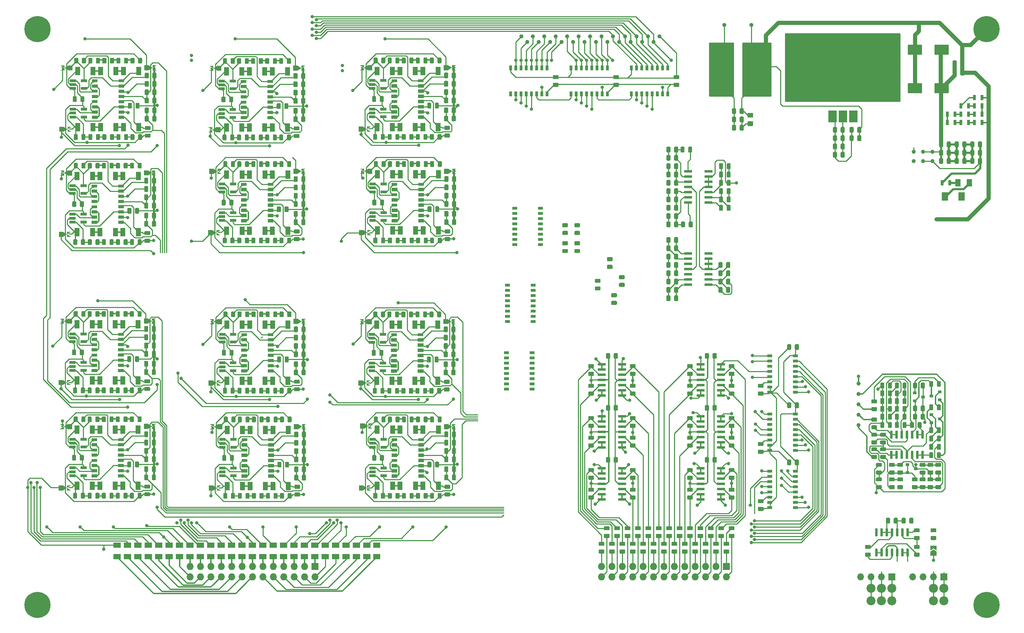
<source format=gbr>
G04 #@! TF.GenerationSoftware,KiCad,Pcbnew,(5.1.5)-3*
G04 #@! TF.CreationDate,2020-08-14T04:58:26-03:00*
G04 #@! TF.ProjectId,BMS_24S,424d535f-3234-4532-9e6b-696361645f70,A*
G04 #@! TF.SameCoordinates,Original*
G04 #@! TF.FileFunction,Copper,L1,Top*
G04 #@! TF.FilePolarity,Positive*
%FSLAX46Y46*%
G04 Gerber Fmt 4.6, Leading zero omitted, Abs format (unit mm)*
G04 Created by KiCad (PCBNEW (5.1.5)-3) date 2020-08-14 04:58:26*
%MOMM*%
%LPD*%
G04 APERTURE LIST*
%ADD10C,1.000000*%
%ADD11R,0.900000X0.800000*%
%ADD12C,0.100000*%
%ADD13R,1.600000X2.000000*%
%ADD14C,6.000000*%
%ADD15R,2.000000X3.000000*%
%ADD16O,1.700000X1.700000*%
%ADD17R,1.700000X1.700000*%
%ADD18O,1.727200X1.727200*%
%ADD19R,1.727200X1.727200*%
%ADD20R,1.400000X0.800000*%
%ADD21R,1.560000X0.650000*%
%ADD22R,1.250000X2.000000*%
%ADD23R,0.800000X1.300000*%
%ADD24R,1.300000X0.800000*%
%ADD25C,0.800000*%
%ADD26C,6.400000*%
%ADD27C,2.200000*%
%ADD28C,0.250000*%
%ADD29C,0.500000*%
%ADD30C,0.300000*%
%ADD31C,1.000000*%
%ADD32C,0.254000*%
G04 APERTURE END LIST*
D10*
X366014000Y-145034000D03*
X339852000Y-57404000D03*
X333248000Y-57404000D03*
D11*
X381746000Y-148336000D03*
X379746000Y-149286000D03*
X379746000Y-147386000D03*
X379968000Y-165862000D03*
X377968000Y-166812000D03*
X377968000Y-164912000D03*
X385810000Y-153670000D03*
X383810000Y-154620000D03*
X383810000Y-152720000D03*
D10*
X379476000Y-88392000D03*
X384048000Y-88392000D03*
X384048000Y-90678000D03*
X379476000Y-90678000D03*
X381762000Y-88392000D03*
X381762000Y-90678000D03*
X366014000Y-155194000D03*
X366014000Y-152654000D03*
X366014000Y-150114000D03*
X366014000Y-147574000D03*
G04 #@! TA.AperFunction,SMDPad,CuDef*
D12*
G36*
X388301142Y-87947174D02*
G01*
X388324803Y-87950684D01*
X388348007Y-87956496D01*
X388370529Y-87964554D01*
X388392153Y-87974782D01*
X388412670Y-87987079D01*
X388431883Y-88001329D01*
X388449607Y-88017393D01*
X388465671Y-88035117D01*
X388479921Y-88054330D01*
X388492218Y-88074847D01*
X388502446Y-88096471D01*
X388510504Y-88118993D01*
X388516316Y-88142197D01*
X388519826Y-88165858D01*
X388521000Y-88189750D01*
X388521000Y-89102250D01*
X388519826Y-89126142D01*
X388516316Y-89149803D01*
X388510504Y-89173007D01*
X388502446Y-89195529D01*
X388492218Y-89217153D01*
X388479921Y-89237670D01*
X388465671Y-89256883D01*
X388449607Y-89274607D01*
X388431883Y-89290671D01*
X388412670Y-89304921D01*
X388392153Y-89317218D01*
X388370529Y-89327446D01*
X388348007Y-89335504D01*
X388324803Y-89341316D01*
X388301142Y-89344826D01*
X388277250Y-89346000D01*
X387789750Y-89346000D01*
X387765858Y-89344826D01*
X387742197Y-89341316D01*
X387718993Y-89335504D01*
X387696471Y-89327446D01*
X387674847Y-89317218D01*
X387654330Y-89304921D01*
X387635117Y-89290671D01*
X387617393Y-89274607D01*
X387601329Y-89256883D01*
X387587079Y-89237670D01*
X387574782Y-89217153D01*
X387564554Y-89195529D01*
X387556496Y-89173007D01*
X387550684Y-89149803D01*
X387547174Y-89126142D01*
X387546000Y-89102250D01*
X387546000Y-88189750D01*
X387547174Y-88165858D01*
X387550684Y-88142197D01*
X387556496Y-88118993D01*
X387564554Y-88096471D01*
X387574782Y-88074847D01*
X387587079Y-88054330D01*
X387601329Y-88035117D01*
X387617393Y-88017393D01*
X387635117Y-88001329D01*
X387654330Y-87987079D01*
X387674847Y-87974782D01*
X387696471Y-87964554D01*
X387718993Y-87956496D01*
X387742197Y-87950684D01*
X387765858Y-87947174D01*
X387789750Y-87946000D01*
X388277250Y-87946000D01*
X388301142Y-87947174D01*
G37*
G04 #@! TD.AperFunction*
G04 #@! TA.AperFunction,SMDPad,CuDef*
G36*
X386426142Y-87947174D02*
G01*
X386449803Y-87950684D01*
X386473007Y-87956496D01*
X386495529Y-87964554D01*
X386517153Y-87974782D01*
X386537670Y-87987079D01*
X386556883Y-88001329D01*
X386574607Y-88017393D01*
X386590671Y-88035117D01*
X386604921Y-88054330D01*
X386617218Y-88074847D01*
X386627446Y-88096471D01*
X386635504Y-88118993D01*
X386641316Y-88142197D01*
X386644826Y-88165858D01*
X386646000Y-88189750D01*
X386646000Y-89102250D01*
X386644826Y-89126142D01*
X386641316Y-89149803D01*
X386635504Y-89173007D01*
X386627446Y-89195529D01*
X386617218Y-89217153D01*
X386604921Y-89237670D01*
X386590671Y-89256883D01*
X386574607Y-89274607D01*
X386556883Y-89290671D01*
X386537670Y-89304921D01*
X386517153Y-89317218D01*
X386495529Y-89327446D01*
X386473007Y-89335504D01*
X386449803Y-89341316D01*
X386426142Y-89344826D01*
X386402250Y-89346000D01*
X385914750Y-89346000D01*
X385890858Y-89344826D01*
X385867197Y-89341316D01*
X385843993Y-89335504D01*
X385821471Y-89327446D01*
X385799847Y-89317218D01*
X385779330Y-89304921D01*
X385760117Y-89290671D01*
X385742393Y-89274607D01*
X385726329Y-89256883D01*
X385712079Y-89237670D01*
X385699782Y-89217153D01*
X385689554Y-89195529D01*
X385681496Y-89173007D01*
X385675684Y-89149803D01*
X385672174Y-89126142D01*
X385671000Y-89102250D01*
X385671000Y-88189750D01*
X385672174Y-88165858D01*
X385675684Y-88142197D01*
X385681496Y-88118993D01*
X385689554Y-88096471D01*
X385699782Y-88074847D01*
X385712079Y-88054330D01*
X385726329Y-88035117D01*
X385742393Y-88017393D01*
X385760117Y-88001329D01*
X385779330Y-87987079D01*
X385799847Y-87974782D01*
X385821471Y-87964554D01*
X385843993Y-87956496D01*
X385867197Y-87950684D01*
X385890858Y-87947174D01*
X385914750Y-87946000D01*
X386402250Y-87946000D01*
X386426142Y-87947174D01*
G37*
G04 #@! TD.AperFunction*
G04 #@! TA.AperFunction,SMDPad,CuDef*
G36*
X392111142Y-89979174D02*
G01*
X392134803Y-89982684D01*
X392158007Y-89988496D01*
X392180529Y-89996554D01*
X392202153Y-90006782D01*
X392222670Y-90019079D01*
X392241883Y-90033329D01*
X392259607Y-90049393D01*
X392275671Y-90067117D01*
X392289921Y-90086330D01*
X392302218Y-90106847D01*
X392312446Y-90128471D01*
X392320504Y-90150993D01*
X392326316Y-90174197D01*
X392329826Y-90197858D01*
X392331000Y-90221750D01*
X392331000Y-91134250D01*
X392329826Y-91158142D01*
X392326316Y-91181803D01*
X392320504Y-91205007D01*
X392312446Y-91227529D01*
X392302218Y-91249153D01*
X392289921Y-91269670D01*
X392275671Y-91288883D01*
X392259607Y-91306607D01*
X392241883Y-91322671D01*
X392222670Y-91336921D01*
X392202153Y-91349218D01*
X392180529Y-91359446D01*
X392158007Y-91367504D01*
X392134803Y-91373316D01*
X392111142Y-91376826D01*
X392087250Y-91378000D01*
X391599750Y-91378000D01*
X391575858Y-91376826D01*
X391552197Y-91373316D01*
X391528993Y-91367504D01*
X391506471Y-91359446D01*
X391484847Y-91349218D01*
X391464330Y-91336921D01*
X391445117Y-91322671D01*
X391427393Y-91306607D01*
X391411329Y-91288883D01*
X391397079Y-91269670D01*
X391384782Y-91249153D01*
X391374554Y-91227529D01*
X391366496Y-91205007D01*
X391360684Y-91181803D01*
X391357174Y-91158142D01*
X391356000Y-91134250D01*
X391356000Y-90221750D01*
X391357174Y-90197858D01*
X391360684Y-90174197D01*
X391366496Y-90150993D01*
X391374554Y-90128471D01*
X391384782Y-90106847D01*
X391397079Y-90086330D01*
X391411329Y-90067117D01*
X391427393Y-90049393D01*
X391445117Y-90033329D01*
X391464330Y-90019079D01*
X391484847Y-90006782D01*
X391506471Y-89996554D01*
X391528993Y-89988496D01*
X391552197Y-89982684D01*
X391575858Y-89979174D01*
X391599750Y-89978000D01*
X392087250Y-89978000D01*
X392111142Y-89979174D01*
G37*
G04 #@! TD.AperFunction*
G04 #@! TA.AperFunction,SMDPad,CuDef*
G36*
X390236142Y-89979174D02*
G01*
X390259803Y-89982684D01*
X390283007Y-89988496D01*
X390305529Y-89996554D01*
X390327153Y-90006782D01*
X390347670Y-90019079D01*
X390366883Y-90033329D01*
X390384607Y-90049393D01*
X390400671Y-90067117D01*
X390414921Y-90086330D01*
X390427218Y-90106847D01*
X390437446Y-90128471D01*
X390445504Y-90150993D01*
X390451316Y-90174197D01*
X390454826Y-90197858D01*
X390456000Y-90221750D01*
X390456000Y-91134250D01*
X390454826Y-91158142D01*
X390451316Y-91181803D01*
X390445504Y-91205007D01*
X390437446Y-91227529D01*
X390427218Y-91249153D01*
X390414921Y-91269670D01*
X390400671Y-91288883D01*
X390384607Y-91306607D01*
X390366883Y-91322671D01*
X390347670Y-91336921D01*
X390327153Y-91349218D01*
X390305529Y-91359446D01*
X390283007Y-91367504D01*
X390259803Y-91373316D01*
X390236142Y-91376826D01*
X390212250Y-91378000D01*
X389724750Y-91378000D01*
X389700858Y-91376826D01*
X389677197Y-91373316D01*
X389653993Y-91367504D01*
X389631471Y-91359446D01*
X389609847Y-91349218D01*
X389589330Y-91336921D01*
X389570117Y-91322671D01*
X389552393Y-91306607D01*
X389536329Y-91288883D01*
X389522079Y-91269670D01*
X389509782Y-91249153D01*
X389499554Y-91227529D01*
X389491496Y-91205007D01*
X389485684Y-91181803D01*
X389482174Y-91158142D01*
X389481000Y-91134250D01*
X389481000Y-90221750D01*
X389482174Y-90197858D01*
X389485684Y-90174197D01*
X389491496Y-90150993D01*
X389499554Y-90128471D01*
X389509782Y-90106847D01*
X389522079Y-90086330D01*
X389536329Y-90067117D01*
X389552393Y-90049393D01*
X389570117Y-90033329D01*
X389589330Y-90019079D01*
X389609847Y-90006782D01*
X389631471Y-89996554D01*
X389653993Y-89988496D01*
X389677197Y-89982684D01*
X389700858Y-89979174D01*
X389724750Y-89978000D01*
X390212250Y-89978000D01*
X390236142Y-89979174D01*
G37*
G04 #@! TD.AperFunction*
G04 #@! TA.AperFunction,SMDPad,CuDef*
G36*
X395921142Y-89979174D02*
G01*
X395944803Y-89982684D01*
X395968007Y-89988496D01*
X395990529Y-89996554D01*
X396012153Y-90006782D01*
X396032670Y-90019079D01*
X396051883Y-90033329D01*
X396069607Y-90049393D01*
X396085671Y-90067117D01*
X396099921Y-90086330D01*
X396112218Y-90106847D01*
X396122446Y-90128471D01*
X396130504Y-90150993D01*
X396136316Y-90174197D01*
X396139826Y-90197858D01*
X396141000Y-90221750D01*
X396141000Y-91134250D01*
X396139826Y-91158142D01*
X396136316Y-91181803D01*
X396130504Y-91205007D01*
X396122446Y-91227529D01*
X396112218Y-91249153D01*
X396099921Y-91269670D01*
X396085671Y-91288883D01*
X396069607Y-91306607D01*
X396051883Y-91322671D01*
X396032670Y-91336921D01*
X396012153Y-91349218D01*
X395990529Y-91359446D01*
X395968007Y-91367504D01*
X395944803Y-91373316D01*
X395921142Y-91376826D01*
X395897250Y-91378000D01*
X395409750Y-91378000D01*
X395385858Y-91376826D01*
X395362197Y-91373316D01*
X395338993Y-91367504D01*
X395316471Y-91359446D01*
X395294847Y-91349218D01*
X395274330Y-91336921D01*
X395255117Y-91322671D01*
X395237393Y-91306607D01*
X395221329Y-91288883D01*
X395207079Y-91269670D01*
X395194782Y-91249153D01*
X395184554Y-91227529D01*
X395176496Y-91205007D01*
X395170684Y-91181803D01*
X395167174Y-91158142D01*
X395166000Y-91134250D01*
X395166000Y-90221750D01*
X395167174Y-90197858D01*
X395170684Y-90174197D01*
X395176496Y-90150993D01*
X395184554Y-90128471D01*
X395194782Y-90106847D01*
X395207079Y-90086330D01*
X395221329Y-90067117D01*
X395237393Y-90049393D01*
X395255117Y-90033329D01*
X395274330Y-90019079D01*
X395294847Y-90006782D01*
X395316471Y-89996554D01*
X395338993Y-89988496D01*
X395362197Y-89982684D01*
X395385858Y-89979174D01*
X395409750Y-89978000D01*
X395897250Y-89978000D01*
X395921142Y-89979174D01*
G37*
G04 #@! TD.AperFunction*
G04 #@! TA.AperFunction,SMDPad,CuDef*
G36*
X394046142Y-89979174D02*
G01*
X394069803Y-89982684D01*
X394093007Y-89988496D01*
X394115529Y-89996554D01*
X394137153Y-90006782D01*
X394157670Y-90019079D01*
X394176883Y-90033329D01*
X394194607Y-90049393D01*
X394210671Y-90067117D01*
X394224921Y-90086330D01*
X394237218Y-90106847D01*
X394247446Y-90128471D01*
X394255504Y-90150993D01*
X394261316Y-90174197D01*
X394264826Y-90197858D01*
X394266000Y-90221750D01*
X394266000Y-91134250D01*
X394264826Y-91158142D01*
X394261316Y-91181803D01*
X394255504Y-91205007D01*
X394247446Y-91227529D01*
X394237218Y-91249153D01*
X394224921Y-91269670D01*
X394210671Y-91288883D01*
X394194607Y-91306607D01*
X394176883Y-91322671D01*
X394157670Y-91336921D01*
X394137153Y-91349218D01*
X394115529Y-91359446D01*
X394093007Y-91367504D01*
X394069803Y-91373316D01*
X394046142Y-91376826D01*
X394022250Y-91378000D01*
X393534750Y-91378000D01*
X393510858Y-91376826D01*
X393487197Y-91373316D01*
X393463993Y-91367504D01*
X393441471Y-91359446D01*
X393419847Y-91349218D01*
X393399330Y-91336921D01*
X393380117Y-91322671D01*
X393362393Y-91306607D01*
X393346329Y-91288883D01*
X393332079Y-91269670D01*
X393319782Y-91249153D01*
X393309554Y-91227529D01*
X393301496Y-91205007D01*
X393295684Y-91181803D01*
X393292174Y-91158142D01*
X393291000Y-91134250D01*
X393291000Y-90221750D01*
X393292174Y-90197858D01*
X393295684Y-90174197D01*
X393301496Y-90150993D01*
X393309554Y-90128471D01*
X393319782Y-90106847D01*
X393332079Y-90086330D01*
X393346329Y-90067117D01*
X393362393Y-90049393D01*
X393380117Y-90033329D01*
X393399330Y-90019079D01*
X393419847Y-90006782D01*
X393441471Y-89996554D01*
X393463993Y-89988496D01*
X393487197Y-89982684D01*
X393510858Y-89979174D01*
X393534750Y-89978000D01*
X394022250Y-89978000D01*
X394046142Y-89979174D01*
G37*
G04 #@! TD.AperFunction*
G04 #@! TA.AperFunction,SMDPad,CuDef*
G36*
X388301142Y-89979174D02*
G01*
X388324803Y-89982684D01*
X388348007Y-89988496D01*
X388370529Y-89996554D01*
X388392153Y-90006782D01*
X388412670Y-90019079D01*
X388431883Y-90033329D01*
X388449607Y-90049393D01*
X388465671Y-90067117D01*
X388479921Y-90086330D01*
X388492218Y-90106847D01*
X388502446Y-90128471D01*
X388510504Y-90150993D01*
X388516316Y-90174197D01*
X388519826Y-90197858D01*
X388521000Y-90221750D01*
X388521000Y-91134250D01*
X388519826Y-91158142D01*
X388516316Y-91181803D01*
X388510504Y-91205007D01*
X388502446Y-91227529D01*
X388492218Y-91249153D01*
X388479921Y-91269670D01*
X388465671Y-91288883D01*
X388449607Y-91306607D01*
X388431883Y-91322671D01*
X388412670Y-91336921D01*
X388392153Y-91349218D01*
X388370529Y-91359446D01*
X388348007Y-91367504D01*
X388324803Y-91373316D01*
X388301142Y-91376826D01*
X388277250Y-91378000D01*
X387789750Y-91378000D01*
X387765858Y-91376826D01*
X387742197Y-91373316D01*
X387718993Y-91367504D01*
X387696471Y-91359446D01*
X387674847Y-91349218D01*
X387654330Y-91336921D01*
X387635117Y-91322671D01*
X387617393Y-91306607D01*
X387601329Y-91288883D01*
X387587079Y-91269670D01*
X387574782Y-91249153D01*
X387564554Y-91227529D01*
X387556496Y-91205007D01*
X387550684Y-91181803D01*
X387547174Y-91158142D01*
X387546000Y-91134250D01*
X387546000Y-90221750D01*
X387547174Y-90197858D01*
X387550684Y-90174197D01*
X387556496Y-90150993D01*
X387564554Y-90128471D01*
X387574782Y-90106847D01*
X387587079Y-90086330D01*
X387601329Y-90067117D01*
X387617393Y-90049393D01*
X387635117Y-90033329D01*
X387654330Y-90019079D01*
X387674847Y-90006782D01*
X387696471Y-89996554D01*
X387718993Y-89988496D01*
X387742197Y-89982684D01*
X387765858Y-89979174D01*
X387789750Y-89978000D01*
X388277250Y-89978000D01*
X388301142Y-89979174D01*
G37*
G04 #@! TD.AperFunction*
G04 #@! TA.AperFunction,SMDPad,CuDef*
G36*
X386426142Y-89979174D02*
G01*
X386449803Y-89982684D01*
X386473007Y-89988496D01*
X386495529Y-89996554D01*
X386517153Y-90006782D01*
X386537670Y-90019079D01*
X386556883Y-90033329D01*
X386574607Y-90049393D01*
X386590671Y-90067117D01*
X386604921Y-90086330D01*
X386617218Y-90106847D01*
X386627446Y-90128471D01*
X386635504Y-90150993D01*
X386641316Y-90174197D01*
X386644826Y-90197858D01*
X386646000Y-90221750D01*
X386646000Y-91134250D01*
X386644826Y-91158142D01*
X386641316Y-91181803D01*
X386635504Y-91205007D01*
X386627446Y-91227529D01*
X386617218Y-91249153D01*
X386604921Y-91269670D01*
X386590671Y-91288883D01*
X386574607Y-91306607D01*
X386556883Y-91322671D01*
X386537670Y-91336921D01*
X386517153Y-91349218D01*
X386495529Y-91359446D01*
X386473007Y-91367504D01*
X386449803Y-91373316D01*
X386426142Y-91376826D01*
X386402250Y-91378000D01*
X385914750Y-91378000D01*
X385890858Y-91376826D01*
X385867197Y-91373316D01*
X385843993Y-91367504D01*
X385821471Y-91359446D01*
X385799847Y-91349218D01*
X385779330Y-91336921D01*
X385760117Y-91322671D01*
X385742393Y-91306607D01*
X385726329Y-91288883D01*
X385712079Y-91269670D01*
X385699782Y-91249153D01*
X385689554Y-91227529D01*
X385681496Y-91205007D01*
X385675684Y-91181803D01*
X385672174Y-91158142D01*
X385671000Y-91134250D01*
X385671000Y-90221750D01*
X385672174Y-90197858D01*
X385675684Y-90174197D01*
X385681496Y-90150993D01*
X385689554Y-90128471D01*
X385699782Y-90106847D01*
X385712079Y-90086330D01*
X385726329Y-90067117D01*
X385742393Y-90049393D01*
X385760117Y-90033329D01*
X385779330Y-90019079D01*
X385799847Y-90006782D01*
X385821471Y-89996554D01*
X385843993Y-89988496D01*
X385867197Y-89982684D01*
X385890858Y-89979174D01*
X385914750Y-89978000D01*
X386402250Y-89978000D01*
X386426142Y-89979174D01*
G37*
G04 #@! TD.AperFunction*
G04 #@! TA.AperFunction,SMDPad,CuDef*
G36*
X392111142Y-87947174D02*
G01*
X392134803Y-87950684D01*
X392158007Y-87956496D01*
X392180529Y-87964554D01*
X392202153Y-87974782D01*
X392222670Y-87987079D01*
X392241883Y-88001329D01*
X392259607Y-88017393D01*
X392275671Y-88035117D01*
X392289921Y-88054330D01*
X392302218Y-88074847D01*
X392312446Y-88096471D01*
X392320504Y-88118993D01*
X392326316Y-88142197D01*
X392329826Y-88165858D01*
X392331000Y-88189750D01*
X392331000Y-89102250D01*
X392329826Y-89126142D01*
X392326316Y-89149803D01*
X392320504Y-89173007D01*
X392312446Y-89195529D01*
X392302218Y-89217153D01*
X392289921Y-89237670D01*
X392275671Y-89256883D01*
X392259607Y-89274607D01*
X392241883Y-89290671D01*
X392222670Y-89304921D01*
X392202153Y-89317218D01*
X392180529Y-89327446D01*
X392158007Y-89335504D01*
X392134803Y-89341316D01*
X392111142Y-89344826D01*
X392087250Y-89346000D01*
X391599750Y-89346000D01*
X391575858Y-89344826D01*
X391552197Y-89341316D01*
X391528993Y-89335504D01*
X391506471Y-89327446D01*
X391484847Y-89317218D01*
X391464330Y-89304921D01*
X391445117Y-89290671D01*
X391427393Y-89274607D01*
X391411329Y-89256883D01*
X391397079Y-89237670D01*
X391384782Y-89217153D01*
X391374554Y-89195529D01*
X391366496Y-89173007D01*
X391360684Y-89149803D01*
X391357174Y-89126142D01*
X391356000Y-89102250D01*
X391356000Y-88189750D01*
X391357174Y-88165858D01*
X391360684Y-88142197D01*
X391366496Y-88118993D01*
X391374554Y-88096471D01*
X391384782Y-88074847D01*
X391397079Y-88054330D01*
X391411329Y-88035117D01*
X391427393Y-88017393D01*
X391445117Y-88001329D01*
X391464330Y-87987079D01*
X391484847Y-87974782D01*
X391506471Y-87964554D01*
X391528993Y-87956496D01*
X391552197Y-87950684D01*
X391575858Y-87947174D01*
X391599750Y-87946000D01*
X392087250Y-87946000D01*
X392111142Y-87947174D01*
G37*
G04 #@! TD.AperFunction*
G04 #@! TA.AperFunction,SMDPad,CuDef*
G36*
X390236142Y-87947174D02*
G01*
X390259803Y-87950684D01*
X390283007Y-87956496D01*
X390305529Y-87964554D01*
X390327153Y-87974782D01*
X390347670Y-87987079D01*
X390366883Y-88001329D01*
X390384607Y-88017393D01*
X390400671Y-88035117D01*
X390414921Y-88054330D01*
X390427218Y-88074847D01*
X390437446Y-88096471D01*
X390445504Y-88118993D01*
X390451316Y-88142197D01*
X390454826Y-88165858D01*
X390456000Y-88189750D01*
X390456000Y-89102250D01*
X390454826Y-89126142D01*
X390451316Y-89149803D01*
X390445504Y-89173007D01*
X390437446Y-89195529D01*
X390427218Y-89217153D01*
X390414921Y-89237670D01*
X390400671Y-89256883D01*
X390384607Y-89274607D01*
X390366883Y-89290671D01*
X390347670Y-89304921D01*
X390327153Y-89317218D01*
X390305529Y-89327446D01*
X390283007Y-89335504D01*
X390259803Y-89341316D01*
X390236142Y-89344826D01*
X390212250Y-89346000D01*
X389724750Y-89346000D01*
X389700858Y-89344826D01*
X389677197Y-89341316D01*
X389653993Y-89335504D01*
X389631471Y-89327446D01*
X389609847Y-89317218D01*
X389589330Y-89304921D01*
X389570117Y-89290671D01*
X389552393Y-89274607D01*
X389536329Y-89256883D01*
X389522079Y-89237670D01*
X389509782Y-89217153D01*
X389499554Y-89195529D01*
X389491496Y-89173007D01*
X389485684Y-89149803D01*
X389482174Y-89126142D01*
X389481000Y-89102250D01*
X389481000Y-88189750D01*
X389482174Y-88165858D01*
X389485684Y-88142197D01*
X389491496Y-88118993D01*
X389499554Y-88096471D01*
X389509782Y-88074847D01*
X389522079Y-88054330D01*
X389536329Y-88035117D01*
X389552393Y-88017393D01*
X389570117Y-88001329D01*
X389589330Y-87987079D01*
X389609847Y-87974782D01*
X389631471Y-87964554D01*
X389653993Y-87956496D01*
X389677197Y-87950684D01*
X389700858Y-87947174D01*
X389724750Y-87946000D01*
X390212250Y-87946000D01*
X390236142Y-87947174D01*
G37*
G04 #@! TD.AperFunction*
G04 #@! TA.AperFunction,SMDPad,CuDef*
G36*
X395921142Y-87947174D02*
G01*
X395944803Y-87950684D01*
X395968007Y-87956496D01*
X395990529Y-87964554D01*
X396012153Y-87974782D01*
X396032670Y-87987079D01*
X396051883Y-88001329D01*
X396069607Y-88017393D01*
X396085671Y-88035117D01*
X396099921Y-88054330D01*
X396112218Y-88074847D01*
X396122446Y-88096471D01*
X396130504Y-88118993D01*
X396136316Y-88142197D01*
X396139826Y-88165858D01*
X396141000Y-88189750D01*
X396141000Y-89102250D01*
X396139826Y-89126142D01*
X396136316Y-89149803D01*
X396130504Y-89173007D01*
X396122446Y-89195529D01*
X396112218Y-89217153D01*
X396099921Y-89237670D01*
X396085671Y-89256883D01*
X396069607Y-89274607D01*
X396051883Y-89290671D01*
X396032670Y-89304921D01*
X396012153Y-89317218D01*
X395990529Y-89327446D01*
X395968007Y-89335504D01*
X395944803Y-89341316D01*
X395921142Y-89344826D01*
X395897250Y-89346000D01*
X395409750Y-89346000D01*
X395385858Y-89344826D01*
X395362197Y-89341316D01*
X395338993Y-89335504D01*
X395316471Y-89327446D01*
X395294847Y-89317218D01*
X395274330Y-89304921D01*
X395255117Y-89290671D01*
X395237393Y-89274607D01*
X395221329Y-89256883D01*
X395207079Y-89237670D01*
X395194782Y-89217153D01*
X395184554Y-89195529D01*
X395176496Y-89173007D01*
X395170684Y-89149803D01*
X395167174Y-89126142D01*
X395166000Y-89102250D01*
X395166000Y-88189750D01*
X395167174Y-88165858D01*
X395170684Y-88142197D01*
X395176496Y-88118993D01*
X395184554Y-88096471D01*
X395194782Y-88074847D01*
X395207079Y-88054330D01*
X395221329Y-88035117D01*
X395237393Y-88017393D01*
X395255117Y-88001329D01*
X395274330Y-87987079D01*
X395294847Y-87974782D01*
X395316471Y-87964554D01*
X395338993Y-87956496D01*
X395362197Y-87950684D01*
X395385858Y-87947174D01*
X395409750Y-87946000D01*
X395897250Y-87946000D01*
X395921142Y-87947174D01*
G37*
G04 #@! TD.AperFunction*
G04 #@! TA.AperFunction,SMDPad,CuDef*
G36*
X394046142Y-87947174D02*
G01*
X394069803Y-87950684D01*
X394093007Y-87956496D01*
X394115529Y-87964554D01*
X394137153Y-87974782D01*
X394157670Y-87987079D01*
X394176883Y-88001329D01*
X394194607Y-88017393D01*
X394210671Y-88035117D01*
X394224921Y-88054330D01*
X394237218Y-88074847D01*
X394247446Y-88096471D01*
X394255504Y-88118993D01*
X394261316Y-88142197D01*
X394264826Y-88165858D01*
X394266000Y-88189750D01*
X394266000Y-89102250D01*
X394264826Y-89126142D01*
X394261316Y-89149803D01*
X394255504Y-89173007D01*
X394247446Y-89195529D01*
X394237218Y-89217153D01*
X394224921Y-89237670D01*
X394210671Y-89256883D01*
X394194607Y-89274607D01*
X394176883Y-89290671D01*
X394157670Y-89304921D01*
X394137153Y-89317218D01*
X394115529Y-89327446D01*
X394093007Y-89335504D01*
X394069803Y-89341316D01*
X394046142Y-89344826D01*
X394022250Y-89346000D01*
X393534750Y-89346000D01*
X393510858Y-89344826D01*
X393487197Y-89341316D01*
X393463993Y-89335504D01*
X393441471Y-89327446D01*
X393419847Y-89317218D01*
X393399330Y-89304921D01*
X393380117Y-89290671D01*
X393362393Y-89274607D01*
X393346329Y-89256883D01*
X393332079Y-89237670D01*
X393319782Y-89217153D01*
X393309554Y-89195529D01*
X393301496Y-89173007D01*
X393295684Y-89149803D01*
X393292174Y-89126142D01*
X393291000Y-89102250D01*
X393291000Y-88189750D01*
X393292174Y-88165858D01*
X393295684Y-88142197D01*
X393301496Y-88118993D01*
X393309554Y-88096471D01*
X393319782Y-88074847D01*
X393332079Y-88054330D01*
X393346329Y-88035117D01*
X393362393Y-88017393D01*
X393380117Y-88001329D01*
X393399330Y-87987079D01*
X393419847Y-87974782D01*
X393441471Y-87964554D01*
X393463993Y-87956496D01*
X393487197Y-87950684D01*
X393510858Y-87947174D01*
X393534750Y-87946000D01*
X394022250Y-87946000D01*
X394046142Y-87947174D01*
G37*
G04 #@! TD.AperFunction*
G04 #@! TA.AperFunction,SMDPad,CuDef*
G36*
X388301142Y-85915174D02*
G01*
X388324803Y-85918684D01*
X388348007Y-85924496D01*
X388370529Y-85932554D01*
X388392153Y-85942782D01*
X388412670Y-85955079D01*
X388431883Y-85969329D01*
X388449607Y-85985393D01*
X388465671Y-86003117D01*
X388479921Y-86022330D01*
X388492218Y-86042847D01*
X388502446Y-86064471D01*
X388510504Y-86086993D01*
X388516316Y-86110197D01*
X388519826Y-86133858D01*
X388521000Y-86157750D01*
X388521000Y-87070250D01*
X388519826Y-87094142D01*
X388516316Y-87117803D01*
X388510504Y-87141007D01*
X388502446Y-87163529D01*
X388492218Y-87185153D01*
X388479921Y-87205670D01*
X388465671Y-87224883D01*
X388449607Y-87242607D01*
X388431883Y-87258671D01*
X388412670Y-87272921D01*
X388392153Y-87285218D01*
X388370529Y-87295446D01*
X388348007Y-87303504D01*
X388324803Y-87309316D01*
X388301142Y-87312826D01*
X388277250Y-87314000D01*
X387789750Y-87314000D01*
X387765858Y-87312826D01*
X387742197Y-87309316D01*
X387718993Y-87303504D01*
X387696471Y-87295446D01*
X387674847Y-87285218D01*
X387654330Y-87272921D01*
X387635117Y-87258671D01*
X387617393Y-87242607D01*
X387601329Y-87224883D01*
X387587079Y-87205670D01*
X387574782Y-87185153D01*
X387564554Y-87163529D01*
X387556496Y-87141007D01*
X387550684Y-87117803D01*
X387547174Y-87094142D01*
X387546000Y-87070250D01*
X387546000Y-86157750D01*
X387547174Y-86133858D01*
X387550684Y-86110197D01*
X387556496Y-86086993D01*
X387564554Y-86064471D01*
X387574782Y-86042847D01*
X387587079Y-86022330D01*
X387601329Y-86003117D01*
X387617393Y-85985393D01*
X387635117Y-85969329D01*
X387654330Y-85955079D01*
X387674847Y-85942782D01*
X387696471Y-85932554D01*
X387718993Y-85924496D01*
X387742197Y-85918684D01*
X387765858Y-85915174D01*
X387789750Y-85914000D01*
X388277250Y-85914000D01*
X388301142Y-85915174D01*
G37*
G04 #@! TD.AperFunction*
G04 #@! TA.AperFunction,SMDPad,CuDef*
G36*
X386426142Y-85915174D02*
G01*
X386449803Y-85918684D01*
X386473007Y-85924496D01*
X386495529Y-85932554D01*
X386517153Y-85942782D01*
X386537670Y-85955079D01*
X386556883Y-85969329D01*
X386574607Y-85985393D01*
X386590671Y-86003117D01*
X386604921Y-86022330D01*
X386617218Y-86042847D01*
X386627446Y-86064471D01*
X386635504Y-86086993D01*
X386641316Y-86110197D01*
X386644826Y-86133858D01*
X386646000Y-86157750D01*
X386646000Y-87070250D01*
X386644826Y-87094142D01*
X386641316Y-87117803D01*
X386635504Y-87141007D01*
X386627446Y-87163529D01*
X386617218Y-87185153D01*
X386604921Y-87205670D01*
X386590671Y-87224883D01*
X386574607Y-87242607D01*
X386556883Y-87258671D01*
X386537670Y-87272921D01*
X386517153Y-87285218D01*
X386495529Y-87295446D01*
X386473007Y-87303504D01*
X386449803Y-87309316D01*
X386426142Y-87312826D01*
X386402250Y-87314000D01*
X385914750Y-87314000D01*
X385890858Y-87312826D01*
X385867197Y-87309316D01*
X385843993Y-87303504D01*
X385821471Y-87295446D01*
X385799847Y-87285218D01*
X385779330Y-87272921D01*
X385760117Y-87258671D01*
X385742393Y-87242607D01*
X385726329Y-87224883D01*
X385712079Y-87205670D01*
X385699782Y-87185153D01*
X385689554Y-87163529D01*
X385681496Y-87141007D01*
X385675684Y-87117803D01*
X385672174Y-87094142D01*
X385671000Y-87070250D01*
X385671000Y-86157750D01*
X385672174Y-86133858D01*
X385675684Y-86110197D01*
X385681496Y-86086993D01*
X385689554Y-86064471D01*
X385699782Y-86042847D01*
X385712079Y-86022330D01*
X385726329Y-86003117D01*
X385742393Y-85985393D01*
X385760117Y-85969329D01*
X385779330Y-85955079D01*
X385799847Y-85942782D01*
X385821471Y-85932554D01*
X385843993Y-85924496D01*
X385867197Y-85918684D01*
X385890858Y-85915174D01*
X385914750Y-85914000D01*
X386402250Y-85914000D01*
X386426142Y-85915174D01*
G37*
G04 #@! TD.AperFunction*
G04 #@! TA.AperFunction,SMDPad,CuDef*
G36*
X392111142Y-85915174D02*
G01*
X392134803Y-85918684D01*
X392158007Y-85924496D01*
X392180529Y-85932554D01*
X392202153Y-85942782D01*
X392222670Y-85955079D01*
X392241883Y-85969329D01*
X392259607Y-85985393D01*
X392275671Y-86003117D01*
X392289921Y-86022330D01*
X392302218Y-86042847D01*
X392312446Y-86064471D01*
X392320504Y-86086993D01*
X392326316Y-86110197D01*
X392329826Y-86133858D01*
X392331000Y-86157750D01*
X392331000Y-87070250D01*
X392329826Y-87094142D01*
X392326316Y-87117803D01*
X392320504Y-87141007D01*
X392312446Y-87163529D01*
X392302218Y-87185153D01*
X392289921Y-87205670D01*
X392275671Y-87224883D01*
X392259607Y-87242607D01*
X392241883Y-87258671D01*
X392222670Y-87272921D01*
X392202153Y-87285218D01*
X392180529Y-87295446D01*
X392158007Y-87303504D01*
X392134803Y-87309316D01*
X392111142Y-87312826D01*
X392087250Y-87314000D01*
X391599750Y-87314000D01*
X391575858Y-87312826D01*
X391552197Y-87309316D01*
X391528993Y-87303504D01*
X391506471Y-87295446D01*
X391484847Y-87285218D01*
X391464330Y-87272921D01*
X391445117Y-87258671D01*
X391427393Y-87242607D01*
X391411329Y-87224883D01*
X391397079Y-87205670D01*
X391384782Y-87185153D01*
X391374554Y-87163529D01*
X391366496Y-87141007D01*
X391360684Y-87117803D01*
X391357174Y-87094142D01*
X391356000Y-87070250D01*
X391356000Y-86157750D01*
X391357174Y-86133858D01*
X391360684Y-86110197D01*
X391366496Y-86086993D01*
X391374554Y-86064471D01*
X391384782Y-86042847D01*
X391397079Y-86022330D01*
X391411329Y-86003117D01*
X391427393Y-85985393D01*
X391445117Y-85969329D01*
X391464330Y-85955079D01*
X391484847Y-85942782D01*
X391506471Y-85932554D01*
X391528993Y-85924496D01*
X391552197Y-85918684D01*
X391575858Y-85915174D01*
X391599750Y-85914000D01*
X392087250Y-85914000D01*
X392111142Y-85915174D01*
G37*
G04 #@! TD.AperFunction*
G04 #@! TA.AperFunction,SMDPad,CuDef*
G36*
X390236142Y-85915174D02*
G01*
X390259803Y-85918684D01*
X390283007Y-85924496D01*
X390305529Y-85932554D01*
X390327153Y-85942782D01*
X390347670Y-85955079D01*
X390366883Y-85969329D01*
X390384607Y-85985393D01*
X390400671Y-86003117D01*
X390414921Y-86022330D01*
X390427218Y-86042847D01*
X390437446Y-86064471D01*
X390445504Y-86086993D01*
X390451316Y-86110197D01*
X390454826Y-86133858D01*
X390456000Y-86157750D01*
X390456000Y-87070250D01*
X390454826Y-87094142D01*
X390451316Y-87117803D01*
X390445504Y-87141007D01*
X390437446Y-87163529D01*
X390427218Y-87185153D01*
X390414921Y-87205670D01*
X390400671Y-87224883D01*
X390384607Y-87242607D01*
X390366883Y-87258671D01*
X390347670Y-87272921D01*
X390327153Y-87285218D01*
X390305529Y-87295446D01*
X390283007Y-87303504D01*
X390259803Y-87309316D01*
X390236142Y-87312826D01*
X390212250Y-87314000D01*
X389724750Y-87314000D01*
X389700858Y-87312826D01*
X389677197Y-87309316D01*
X389653993Y-87303504D01*
X389631471Y-87295446D01*
X389609847Y-87285218D01*
X389589330Y-87272921D01*
X389570117Y-87258671D01*
X389552393Y-87242607D01*
X389536329Y-87224883D01*
X389522079Y-87205670D01*
X389509782Y-87185153D01*
X389499554Y-87163529D01*
X389491496Y-87141007D01*
X389485684Y-87117803D01*
X389482174Y-87094142D01*
X389481000Y-87070250D01*
X389481000Y-86157750D01*
X389482174Y-86133858D01*
X389485684Y-86110197D01*
X389491496Y-86086993D01*
X389499554Y-86064471D01*
X389509782Y-86042847D01*
X389522079Y-86022330D01*
X389536329Y-86003117D01*
X389552393Y-85985393D01*
X389570117Y-85969329D01*
X389589330Y-85955079D01*
X389609847Y-85942782D01*
X389631471Y-85932554D01*
X389653993Y-85924496D01*
X389677197Y-85918684D01*
X389700858Y-85915174D01*
X389724750Y-85914000D01*
X390212250Y-85914000D01*
X390236142Y-85915174D01*
G37*
G04 #@! TD.AperFunction*
G04 #@! TA.AperFunction,SMDPad,CuDef*
G36*
X395921142Y-85915174D02*
G01*
X395944803Y-85918684D01*
X395968007Y-85924496D01*
X395990529Y-85932554D01*
X396012153Y-85942782D01*
X396032670Y-85955079D01*
X396051883Y-85969329D01*
X396069607Y-85985393D01*
X396085671Y-86003117D01*
X396099921Y-86022330D01*
X396112218Y-86042847D01*
X396122446Y-86064471D01*
X396130504Y-86086993D01*
X396136316Y-86110197D01*
X396139826Y-86133858D01*
X396141000Y-86157750D01*
X396141000Y-87070250D01*
X396139826Y-87094142D01*
X396136316Y-87117803D01*
X396130504Y-87141007D01*
X396122446Y-87163529D01*
X396112218Y-87185153D01*
X396099921Y-87205670D01*
X396085671Y-87224883D01*
X396069607Y-87242607D01*
X396051883Y-87258671D01*
X396032670Y-87272921D01*
X396012153Y-87285218D01*
X395990529Y-87295446D01*
X395968007Y-87303504D01*
X395944803Y-87309316D01*
X395921142Y-87312826D01*
X395897250Y-87314000D01*
X395409750Y-87314000D01*
X395385858Y-87312826D01*
X395362197Y-87309316D01*
X395338993Y-87303504D01*
X395316471Y-87295446D01*
X395294847Y-87285218D01*
X395274330Y-87272921D01*
X395255117Y-87258671D01*
X395237393Y-87242607D01*
X395221329Y-87224883D01*
X395207079Y-87205670D01*
X395194782Y-87185153D01*
X395184554Y-87163529D01*
X395176496Y-87141007D01*
X395170684Y-87117803D01*
X395167174Y-87094142D01*
X395166000Y-87070250D01*
X395166000Y-86157750D01*
X395167174Y-86133858D01*
X395170684Y-86110197D01*
X395176496Y-86086993D01*
X395184554Y-86064471D01*
X395194782Y-86042847D01*
X395207079Y-86022330D01*
X395221329Y-86003117D01*
X395237393Y-85985393D01*
X395255117Y-85969329D01*
X395274330Y-85955079D01*
X395294847Y-85942782D01*
X395316471Y-85932554D01*
X395338993Y-85924496D01*
X395362197Y-85918684D01*
X395385858Y-85915174D01*
X395409750Y-85914000D01*
X395897250Y-85914000D01*
X395921142Y-85915174D01*
G37*
G04 #@! TD.AperFunction*
G04 #@! TA.AperFunction,SMDPad,CuDef*
G36*
X394046142Y-85915174D02*
G01*
X394069803Y-85918684D01*
X394093007Y-85924496D01*
X394115529Y-85932554D01*
X394137153Y-85942782D01*
X394157670Y-85955079D01*
X394176883Y-85969329D01*
X394194607Y-85985393D01*
X394210671Y-86003117D01*
X394224921Y-86022330D01*
X394237218Y-86042847D01*
X394247446Y-86064471D01*
X394255504Y-86086993D01*
X394261316Y-86110197D01*
X394264826Y-86133858D01*
X394266000Y-86157750D01*
X394266000Y-87070250D01*
X394264826Y-87094142D01*
X394261316Y-87117803D01*
X394255504Y-87141007D01*
X394247446Y-87163529D01*
X394237218Y-87185153D01*
X394224921Y-87205670D01*
X394210671Y-87224883D01*
X394194607Y-87242607D01*
X394176883Y-87258671D01*
X394157670Y-87272921D01*
X394137153Y-87285218D01*
X394115529Y-87295446D01*
X394093007Y-87303504D01*
X394069803Y-87309316D01*
X394046142Y-87312826D01*
X394022250Y-87314000D01*
X393534750Y-87314000D01*
X393510858Y-87312826D01*
X393487197Y-87309316D01*
X393463993Y-87303504D01*
X393441471Y-87295446D01*
X393419847Y-87285218D01*
X393399330Y-87272921D01*
X393380117Y-87258671D01*
X393362393Y-87242607D01*
X393346329Y-87224883D01*
X393332079Y-87205670D01*
X393319782Y-87185153D01*
X393309554Y-87163529D01*
X393301496Y-87141007D01*
X393295684Y-87117803D01*
X393292174Y-87094142D01*
X393291000Y-87070250D01*
X393291000Y-86157750D01*
X393292174Y-86133858D01*
X393295684Y-86110197D01*
X393301496Y-86086993D01*
X393309554Y-86064471D01*
X393319782Y-86042847D01*
X393332079Y-86022330D01*
X393346329Y-86003117D01*
X393362393Y-85985393D01*
X393380117Y-85969329D01*
X393399330Y-85955079D01*
X393419847Y-85942782D01*
X393441471Y-85932554D01*
X393463993Y-85924496D01*
X393487197Y-85918684D01*
X393510858Y-85915174D01*
X393534750Y-85914000D01*
X394022250Y-85914000D01*
X394046142Y-85915174D01*
G37*
G04 #@! TD.AperFunction*
G04 #@! TA.AperFunction,SMDPad,CuDef*
G36*
X337755142Y-81851174D02*
G01*
X337778803Y-81854684D01*
X337802007Y-81860496D01*
X337824529Y-81868554D01*
X337846153Y-81878782D01*
X337866670Y-81891079D01*
X337885883Y-81905329D01*
X337903607Y-81921393D01*
X337919671Y-81939117D01*
X337933921Y-81958330D01*
X337946218Y-81978847D01*
X337956446Y-82000471D01*
X337964504Y-82022993D01*
X337970316Y-82046197D01*
X337973826Y-82069858D01*
X337975000Y-82093750D01*
X337975000Y-83006250D01*
X337973826Y-83030142D01*
X337970316Y-83053803D01*
X337964504Y-83077007D01*
X337956446Y-83099529D01*
X337946218Y-83121153D01*
X337933921Y-83141670D01*
X337919671Y-83160883D01*
X337903607Y-83178607D01*
X337885883Y-83194671D01*
X337866670Y-83208921D01*
X337846153Y-83221218D01*
X337824529Y-83231446D01*
X337802007Y-83239504D01*
X337778803Y-83245316D01*
X337755142Y-83248826D01*
X337731250Y-83250000D01*
X337243750Y-83250000D01*
X337219858Y-83248826D01*
X337196197Y-83245316D01*
X337172993Y-83239504D01*
X337150471Y-83231446D01*
X337128847Y-83221218D01*
X337108330Y-83208921D01*
X337089117Y-83194671D01*
X337071393Y-83178607D01*
X337055329Y-83160883D01*
X337041079Y-83141670D01*
X337028782Y-83121153D01*
X337018554Y-83099529D01*
X337010496Y-83077007D01*
X337004684Y-83053803D01*
X337001174Y-83030142D01*
X337000000Y-83006250D01*
X337000000Y-82093750D01*
X337001174Y-82069858D01*
X337004684Y-82046197D01*
X337010496Y-82022993D01*
X337018554Y-82000471D01*
X337028782Y-81978847D01*
X337041079Y-81958330D01*
X337055329Y-81939117D01*
X337071393Y-81921393D01*
X337089117Y-81905329D01*
X337108330Y-81891079D01*
X337128847Y-81878782D01*
X337150471Y-81868554D01*
X337172993Y-81860496D01*
X337196197Y-81854684D01*
X337219858Y-81851174D01*
X337243750Y-81850000D01*
X337731250Y-81850000D01*
X337755142Y-81851174D01*
G37*
G04 #@! TD.AperFunction*
G04 #@! TA.AperFunction,SMDPad,CuDef*
G36*
X335880142Y-81851174D02*
G01*
X335903803Y-81854684D01*
X335927007Y-81860496D01*
X335949529Y-81868554D01*
X335971153Y-81878782D01*
X335991670Y-81891079D01*
X336010883Y-81905329D01*
X336028607Y-81921393D01*
X336044671Y-81939117D01*
X336058921Y-81958330D01*
X336071218Y-81978847D01*
X336081446Y-82000471D01*
X336089504Y-82022993D01*
X336095316Y-82046197D01*
X336098826Y-82069858D01*
X336100000Y-82093750D01*
X336100000Y-83006250D01*
X336098826Y-83030142D01*
X336095316Y-83053803D01*
X336089504Y-83077007D01*
X336081446Y-83099529D01*
X336071218Y-83121153D01*
X336058921Y-83141670D01*
X336044671Y-83160883D01*
X336028607Y-83178607D01*
X336010883Y-83194671D01*
X335991670Y-83208921D01*
X335971153Y-83221218D01*
X335949529Y-83231446D01*
X335927007Y-83239504D01*
X335903803Y-83245316D01*
X335880142Y-83248826D01*
X335856250Y-83250000D01*
X335368750Y-83250000D01*
X335344858Y-83248826D01*
X335321197Y-83245316D01*
X335297993Y-83239504D01*
X335275471Y-83231446D01*
X335253847Y-83221218D01*
X335233330Y-83208921D01*
X335214117Y-83194671D01*
X335196393Y-83178607D01*
X335180329Y-83160883D01*
X335166079Y-83141670D01*
X335153782Y-83121153D01*
X335143554Y-83099529D01*
X335135496Y-83077007D01*
X335129684Y-83053803D01*
X335126174Y-83030142D01*
X335125000Y-83006250D01*
X335125000Y-82093750D01*
X335126174Y-82069858D01*
X335129684Y-82046197D01*
X335135496Y-82022993D01*
X335143554Y-82000471D01*
X335153782Y-81978847D01*
X335166079Y-81958330D01*
X335180329Y-81939117D01*
X335196393Y-81921393D01*
X335214117Y-81905329D01*
X335233330Y-81891079D01*
X335253847Y-81878782D01*
X335275471Y-81868554D01*
X335297993Y-81860496D01*
X335321197Y-81854684D01*
X335344858Y-81851174D01*
X335368750Y-81850000D01*
X335856250Y-81850000D01*
X335880142Y-81851174D01*
G37*
G04 #@! TD.AperFunction*
G04 #@! TA.AperFunction,SMDPad,CuDef*
G36*
X337755142Y-79819174D02*
G01*
X337778803Y-79822684D01*
X337802007Y-79828496D01*
X337824529Y-79836554D01*
X337846153Y-79846782D01*
X337866670Y-79859079D01*
X337885883Y-79873329D01*
X337903607Y-79889393D01*
X337919671Y-79907117D01*
X337933921Y-79926330D01*
X337946218Y-79946847D01*
X337956446Y-79968471D01*
X337964504Y-79990993D01*
X337970316Y-80014197D01*
X337973826Y-80037858D01*
X337975000Y-80061750D01*
X337975000Y-80974250D01*
X337973826Y-80998142D01*
X337970316Y-81021803D01*
X337964504Y-81045007D01*
X337956446Y-81067529D01*
X337946218Y-81089153D01*
X337933921Y-81109670D01*
X337919671Y-81128883D01*
X337903607Y-81146607D01*
X337885883Y-81162671D01*
X337866670Y-81176921D01*
X337846153Y-81189218D01*
X337824529Y-81199446D01*
X337802007Y-81207504D01*
X337778803Y-81213316D01*
X337755142Y-81216826D01*
X337731250Y-81218000D01*
X337243750Y-81218000D01*
X337219858Y-81216826D01*
X337196197Y-81213316D01*
X337172993Y-81207504D01*
X337150471Y-81199446D01*
X337128847Y-81189218D01*
X337108330Y-81176921D01*
X337089117Y-81162671D01*
X337071393Y-81146607D01*
X337055329Y-81128883D01*
X337041079Y-81109670D01*
X337028782Y-81089153D01*
X337018554Y-81067529D01*
X337010496Y-81045007D01*
X337004684Y-81021803D01*
X337001174Y-80998142D01*
X337000000Y-80974250D01*
X337000000Y-80061750D01*
X337001174Y-80037858D01*
X337004684Y-80014197D01*
X337010496Y-79990993D01*
X337018554Y-79968471D01*
X337028782Y-79946847D01*
X337041079Y-79926330D01*
X337055329Y-79907117D01*
X337071393Y-79889393D01*
X337089117Y-79873329D01*
X337108330Y-79859079D01*
X337128847Y-79846782D01*
X337150471Y-79836554D01*
X337172993Y-79828496D01*
X337196197Y-79822684D01*
X337219858Y-79819174D01*
X337243750Y-79818000D01*
X337731250Y-79818000D01*
X337755142Y-79819174D01*
G37*
G04 #@! TD.AperFunction*
G04 #@! TA.AperFunction,SMDPad,CuDef*
G36*
X335880142Y-79819174D02*
G01*
X335903803Y-79822684D01*
X335927007Y-79828496D01*
X335949529Y-79836554D01*
X335971153Y-79846782D01*
X335991670Y-79859079D01*
X336010883Y-79873329D01*
X336028607Y-79889393D01*
X336044671Y-79907117D01*
X336058921Y-79926330D01*
X336071218Y-79946847D01*
X336081446Y-79968471D01*
X336089504Y-79990993D01*
X336095316Y-80014197D01*
X336098826Y-80037858D01*
X336100000Y-80061750D01*
X336100000Y-80974250D01*
X336098826Y-80998142D01*
X336095316Y-81021803D01*
X336089504Y-81045007D01*
X336081446Y-81067529D01*
X336071218Y-81089153D01*
X336058921Y-81109670D01*
X336044671Y-81128883D01*
X336028607Y-81146607D01*
X336010883Y-81162671D01*
X335991670Y-81176921D01*
X335971153Y-81189218D01*
X335949529Y-81199446D01*
X335927007Y-81207504D01*
X335903803Y-81213316D01*
X335880142Y-81216826D01*
X335856250Y-81218000D01*
X335368750Y-81218000D01*
X335344858Y-81216826D01*
X335321197Y-81213316D01*
X335297993Y-81207504D01*
X335275471Y-81199446D01*
X335253847Y-81189218D01*
X335233330Y-81176921D01*
X335214117Y-81162671D01*
X335196393Y-81146607D01*
X335180329Y-81128883D01*
X335166079Y-81109670D01*
X335153782Y-81089153D01*
X335143554Y-81067529D01*
X335135496Y-81045007D01*
X335129684Y-81021803D01*
X335126174Y-80998142D01*
X335125000Y-80974250D01*
X335125000Y-80061750D01*
X335126174Y-80037858D01*
X335129684Y-80014197D01*
X335135496Y-79990993D01*
X335143554Y-79968471D01*
X335153782Y-79946847D01*
X335166079Y-79926330D01*
X335180329Y-79907117D01*
X335196393Y-79889393D01*
X335214117Y-79873329D01*
X335233330Y-79859079D01*
X335253847Y-79846782D01*
X335275471Y-79836554D01*
X335297993Y-79828496D01*
X335321197Y-79822684D01*
X335344858Y-79819174D01*
X335368750Y-79818000D01*
X335856250Y-79818000D01*
X335880142Y-79819174D01*
G37*
G04 #@! TD.AperFunction*
D11*
X383810000Y-148082000D03*
X385810000Y-147132000D03*
X385810000Y-149032000D03*
D13*
X387096000Y-99314000D03*
X391160000Y-99314000D03*
D14*
X362204000Y-63119000D03*
D15*
X364744000Y-79756000D03*
X362204000Y-79756000D03*
X359664000Y-79756000D03*
G04 #@! TA.AperFunction,SMDPad,CuDef*
D12*
G36*
X360518142Y-88455174D02*
G01*
X360541803Y-88458684D01*
X360565007Y-88464496D01*
X360587529Y-88472554D01*
X360609153Y-88482782D01*
X360629670Y-88495079D01*
X360648883Y-88509329D01*
X360666607Y-88525393D01*
X360682671Y-88543117D01*
X360696921Y-88562330D01*
X360709218Y-88582847D01*
X360719446Y-88604471D01*
X360727504Y-88626993D01*
X360733316Y-88650197D01*
X360736826Y-88673858D01*
X360738000Y-88697750D01*
X360738000Y-89610250D01*
X360736826Y-89634142D01*
X360733316Y-89657803D01*
X360727504Y-89681007D01*
X360719446Y-89703529D01*
X360709218Y-89725153D01*
X360696921Y-89745670D01*
X360682671Y-89764883D01*
X360666607Y-89782607D01*
X360648883Y-89798671D01*
X360629670Y-89812921D01*
X360609153Y-89825218D01*
X360587529Y-89835446D01*
X360565007Y-89843504D01*
X360541803Y-89849316D01*
X360518142Y-89852826D01*
X360494250Y-89854000D01*
X360006750Y-89854000D01*
X359982858Y-89852826D01*
X359959197Y-89849316D01*
X359935993Y-89843504D01*
X359913471Y-89835446D01*
X359891847Y-89825218D01*
X359871330Y-89812921D01*
X359852117Y-89798671D01*
X359834393Y-89782607D01*
X359818329Y-89764883D01*
X359804079Y-89745670D01*
X359791782Y-89725153D01*
X359781554Y-89703529D01*
X359773496Y-89681007D01*
X359767684Y-89657803D01*
X359764174Y-89634142D01*
X359763000Y-89610250D01*
X359763000Y-88697750D01*
X359764174Y-88673858D01*
X359767684Y-88650197D01*
X359773496Y-88626993D01*
X359781554Y-88604471D01*
X359791782Y-88582847D01*
X359804079Y-88562330D01*
X359818329Y-88543117D01*
X359834393Y-88525393D01*
X359852117Y-88509329D01*
X359871330Y-88495079D01*
X359891847Y-88482782D01*
X359913471Y-88472554D01*
X359935993Y-88464496D01*
X359959197Y-88458684D01*
X359982858Y-88455174D01*
X360006750Y-88454000D01*
X360494250Y-88454000D01*
X360518142Y-88455174D01*
G37*
G04 #@! TD.AperFunction*
G04 #@! TA.AperFunction,SMDPad,CuDef*
G36*
X362393142Y-88455174D02*
G01*
X362416803Y-88458684D01*
X362440007Y-88464496D01*
X362462529Y-88472554D01*
X362484153Y-88482782D01*
X362504670Y-88495079D01*
X362523883Y-88509329D01*
X362541607Y-88525393D01*
X362557671Y-88543117D01*
X362571921Y-88562330D01*
X362584218Y-88582847D01*
X362594446Y-88604471D01*
X362602504Y-88626993D01*
X362608316Y-88650197D01*
X362611826Y-88673858D01*
X362613000Y-88697750D01*
X362613000Y-89610250D01*
X362611826Y-89634142D01*
X362608316Y-89657803D01*
X362602504Y-89681007D01*
X362594446Y-89703529D01*
X362584218Y-89725153D01*
X362571921Y-89745670D01*
X362557671Y-89764883D01*
X362541607Y-89782607D01*
X362523883Y-89798671D01*
X362504670Y-89812921D01*
X362484153Y-89825218D01*
X362462529Y-89835446D01*
X362440007Y-89843504D01*
X362416803Y-89849316D01*
X362393142Y-89852826D01*
X362369250Y-89854000D01*
X361881750Y-89854000D01*
X361857858Y-89852826D01*
X361834197Y-89849316D01*
X361810993Y-89843504D01*
X361788471Y-89835446D01*
X361766847Y-89825218D01*
X361746330Y-89812921D01*
X361727117Y-89798671D01*
X361709393Y-89782607D01*
X361693329Y-89764883D01*
X361679079Y-89745670D01*
X361666782Y-89725153D01*
X361656554Y-89703529D01*
X361648496Y-89681007D01*
X361642684Y-89657803D01*
X361639174Y-89634142D01*
X361638000Y-89610250D01*
X361638000Y-88697750D01*
X361639174Y-88673858D01*
X361642684Y-88650197D01*
X361648496Y-88626993D01*
X361656554Y-88604471D01*
X361666782Y-88582847D01*
X361679079Y-88562330D01*
X361693329Y-88543117D01*
X361709393Y-88525393D01*
X361727117Y-88509329D01*
X361746330Y-88495079D01*
X361766847Y-88482782D01*
X361788471Y-88472554D01*
X361810993Y-88464496D01*
X361834197Y-88458684D01*
X361857858Y-88455174D01*
X361881750Y-88454000D01*
X362369250Y-88454000D01*
X362393142Y-88455174D01*
G37*
G04 #@! TD.AperFunction*
G04 #@! TA.AperFunction,SMDPad,CuDef*
G36*
X360518142Y-86423174D02*
G01*
X360541803Y-86426684D01*
X360565007Y-86432496D01*
X360587529Y-86440554D01*
X360609153Y-86450782D01*
X360629670Y-86463079D01*
X360648883Y-86477329D01*
X360666607Y-86493393D01*
X360682671Y-86511117D01*
X360696921Y-86530330D01*
X360709218Y-86550847D01*
X360719446Y-86572471D01*
X360727504Y-86594993D01*
X360733316Y-86618197D01*
X360736826Y-86641858D01*
X360738000Y-86665750D01*
X360738000Y-87578250D01*
X360736826Y-87602142D01*
X360733316Y-87625803D01*
X360727504Y-87649007D01*
X360719446Y-87671529D01*
X360709218Y-87693153D01*
X360696921Y-87713670D01*
X360682671Y-87732883D01*
X360666607Y-87750607D01*
X360648883Y-87766671D01*
X360629670Y-87780921D01*
X360609153Y-87793218D01*
X360587529Y-87803446D01*
X360565007Y-87811504D01*
X360541803Y-87817316D01*
X360518142Y-87820826D01*
X360494250Y-87822000D01*
X360006750Y-87822000D01*
X359982858Y-87820826D01*
X359959197Y-87817316D01*
X359935993Y-87811504D01*
X359913471Y-87803446D01*
X359891847Y-87793218D01*
X359871330Y-87780921D01*
X359852117Y-87766671D01*
X359834393Y-87750607D01*
X359818329Y-87732883D01*
X359804079Y-87713670D01*
X359791782Y-87693153D01*
X359781554Y-87671529D01*
X359773496Y-87649007D01*
X359767684Y-87625803D01*
X359764174Y-87602142D01*
X359763000Y-87578250D01*
X359763000Y-86665750D01*
X359764174Y-86641858D01*
X359767684Y-86618197D01*
X359773496Y-86594993D01*
X359781554Y-86572471D01*
X359791782Y-86550847D01*
X359804079Y-86530330D01*
X359818329Y-86511117D01*
X359834393Y-86493393D01*
X359852117Y-86477329D01*
X359871330Y-86463079D01*
X359891847Y-86450782D01*
X359913471Y-86440554D01*
X359935993Y-86432496D01*
X359959197Y-86426684D01*
X359982858Y-86423174D01*
X360006750Y-86422000D01*
X360494250Y-86422000D01*
X360518142Y-86423174D01*
G37*
G04 #@! TD.AperFunction*
G04 #@! TA.AperFunction,SMDPad,CuDef*
G36*
X362393142Y-86423174D02*
G01*
X362416803Y-86426684D01*
X362440007Y-86432496D01*
X362462529Y-86440554D01*
X362484153Y-86450782D01*
X362504670Y-86463079D01*
X362523883Y-86477329D01*
X362541607Y-86493393D01*
X362557671Y-86511117D01*
X362571921Y-86530330D01*
X362584218Y-86550847D01*
X362594446Y-86572471D01*
X362602504Y-86594993D01*
X362608316Y-86618197D01*
X362611826Y-86641858D01*
X362613000Y-86665750D01*
X362613000Y-87578250D01*
X362611826Y-87602142D01*
X362608316Y-87625803D01*
X362602504Y-87649007D01*
X362594446Y-87671529D01*
X362584218Y-87693153D01*
X362571921Y-87713670D01*
X362557671Y-87732883D01*
X362541607Y-87750607D01*
X362523883Y-87766671D01*
X362504670Y-87780921D01*
X362484153Y-87793218D01*
X362462529Y-87803446D01*
X362440007Y-87811504D01*
X362416803Y-87817316D01*
X362393142Y-87820826D01*
X362369250Y-87822000D01*
X361881750Y-87822000D01*
X361857858Y-87820826D01*
X361834197Y-87817316D01*
X361810993Y-87811504D01*
X361788471Y-87803446D01*
X361766847Y-87793218D01*
X361746330Y-87780921D01*
X361727117Y-87766671D01*
X361709393Y-87750607D01*
X361693329Y-87732883D01*
X361679079Y-87713670D01*
X361666782Y-87693153D01*
X361656554Y-87671529D01*
X361648496Y-87649007D01*
X361642684Y-87625803D01*
X361639174Y-87602142D01*
X361638000Y-87578250D01*
X361638000Y-86665750D01*
X361639174Y-86641858D01*
X361642684Y-86618197D01*
X361648496Y-86594993D01*
X361656554Y-86572471D01*
X361666782Y-86550847D01*
X361679079Y-86530330D01*
X361693329Y-86511117D01*
X361709393Y-86493393D01*
X361727117Y-86477329D01*
X361746330Y-86463079D01*
X361766847Y-86450782D01*
X361788471Y-86440554D01*
X361810993Y-86432496D01*
X361834197Y-86426684D01*
X361857858Y-86423174D01*
X361881750Y-86422000D01*
X362369250Y-86422000D01*
X362393142Y-86423174D01*
G37*
G04 #@! TD.AperFunction*
G04 #@! TA.AperFunction,SMDPad,CuDef*
G36*
X360518142Y-84391174D02*
G01*
X360541803Y-84394684D01*
X360565007Y-84400496D01*
X360587529Y-84408554D01*
X360609153Y-84418782D01*
X360629670Y-84431079D01*
X360648883Y-84445329D01*
X360666607Y-84461393D01*
X360682671Y-84479117D01*
X360696921Y-84498330D01*
X360709218Y-84518847D01*
X360719446Y-84540471D01*
X360727504Y-84562993D01*
X360733316Y-84586197D01*
X360736826Y-84609858D01*
X360738000Y-84633750D01*
X360738000Y-85546250D01*
X360736826Y-85570142D01*
X360733316Y-85593803D01*
X360727504Y-85617007D01*
X360719446Y-85639529D01*
X360709218Y-85661153D01*
X360696921Y-85681670D01*
X360682671Y-85700883D01*
X360666607Y-85718607D01*
X360648883Y-85734671D01*
X360629670Y-85748921D01*
X360609153Y-85761218D01*
X360587529Y-85771446D01*
X360565007Y-85779504D01*
X360541803Y-85785316D01*
X360518142Y-85788826D01*
X360494250Y-85790000D01*
X360006750Y-85790000D01*
X359982858Y-85788826D01*
X359959197Y-85785316D01*
X359935993Y-85779504D01*
X359913471Y-85771446D01*
X359891847Y-85761218D01*
X359871330Y-85748921D01*
X359852117Y-85734671D01*
X359834393Y-85718607D01*
X359818329Y-85700883D01*
X359804079Y-85681670D01*
X359791782Y-85661153D01*
X359781554Y-85639529D01*
X359773496Y-85617007D01*
X359767684Y-85593803D01*
X359764174Y-85570142D01*
X359763000Y-85546250D01*
X359763000Y-84633750D01*
X359764174Y-84609858D01*
X359767684Y-84586197D01*
X359773496Y-84562993D01*
X359781554Y-84540471D01*
X359791782Y-84518847D01*
X359804079Y-84498330D01*
X359818329Y-84479117D01*
X359834393Y-84461393D01*
X359852117Y-84445329D01*
X359871330Y-84431079D01*
X359891847Y-84418782D01*
X359913471Y-84408554D01*
X359935993Y-84400496D01*
X359959197Y-84394684D01*
X359982858Y-84391174D01*
X360006750Y-84390000D01*
X360494250Y-84390000D01*
X360518142Y-84391174D01*
G37*
G04 #@! TD.AperFunction*
G04 #@! TA.AperFunction,SMDPad,CuDef*
G36*
X362393142Y-84391174D02*
G01*
X362416803Y-84394684D01*
X362440007Y-84400496D01*
X362462529Y-84408554D01*
X362484153Y-84418782D01*
X362504670Y-84431079D01*
X362523883Y-84445329D01*
X362541607Y-84461393D01*
X362557671Y-84479117D01*
X362571921Y-84498330D01*
X362584218Y-84518847D01*
X362594446Y-84540471D01*
X362602504Y-84562993D01*
X362608316Y-84586197D01*
X362611826Y-84609858D01*
X362613000Y-84633750D01*
X362613000Y-85546250D01*
X362611826Y-85570142D01*
X362608316Y-85593803D01*
X362602504Y-85617007D01*
X362594446Y-85639529D01*
X362584218Y-85661153D01*
X362571921Y-85681670D01*
X362557671Y-85700883D01*
X362541607Y-85718607D01*
X362523883Y-85734671D01*
X362504670Y-85748921D01*
X362484153Y-85761218D01*
X362462529Y-85771446D01*
X362440007Y-85779504D01*
X362416803Y-85785316D01*
X362393142Y-85788826D01*
X362369250Y-85790000D01*
X361881750Y-85790000D01*
X361857858Y-85788826D01*
X361834197Y-85785316D01*
X361810993Y-85779504D01*
X361788471Y-85771446D01*
X361766847Y-85761218D01*
X361746330Y-85748921D01*
X361727117Y-85734671D01*
X361709393Y-85718607D01*
X361693329Y-85700883D01*
X361679079Y-85681670D01*
X361666782Y-85661153D01*
X361656554Y-85639529D01*
X361648496Y-85617007D01*
X361642684Y-85593803D01*
X361639174Y-85570142D01*
X361638000Y-85546250D01*
X361638000Y-84633750D01*
X361639174Y-84609858D01*
X361642684Y-84586197D01*
X361648496Y-84562993D01*
X361656554Y-84540471D01*
X361666782Y-84518847D01*
X361679079Y-84498330D01*
X361693329Y-84479117D01*
X361709393Y-84461393D01*
X361727117Y-84445329D01*
X361746330Y-84431079D01*
X361766847Y-84418782D01*
X361788471Y-84408554D01*
X361810993Y-84400496D01*
X361834197Y-84394684D01*
X361857858Y-84391174D01*
X361881750Y-84390000D01*
X362369250Y-84390000D01*
X362393142Y-84391174D01*
G37*
G04 #@! TD.AperFunction*
G04 #@! TA.AperFunction,SMDPad,CuDef*
G36*
X360518142Y-82359174D02*
G01*
X360541803Y-82362684D01*
X360565007Y-82368496D01*
X360587529Y-82376554D01*
X360609153Y-82386782D01*
X360629670Y-82399079D01*
X360648883Y-82413329D01*
X360666607Y-82429393D01*
X360682671Y-82447117D01*
X360696921Y-82466330D01*
X360709218Y-82486847D01*
X360719446Y-82508471D01*
X360727504Y-82530993D01*
X360733316Y-82554197D01*
X360736826Y-82577858D01*
X360738000Y-82601750D01*
X360738000Y-83514250D01*
X360736826Y-83538142D01*
X360733316Y-83561803D01*
X360727504Y-83585007D01*
X360719446Y-83607529D01*
X360709218Y-83629153D01*
X360696921Y-83649670D01*
X360682671Y-83668883D01*
X360666607Y-83686607D01*
X360648883Y-83702671D01*
X360629670Y-83716921D01*
X360609153Y-83729218D01*
X360587529Y-83739446D01*
X360565007Y-83747504D01*
X360541803Y-83753316D01*
X360518142Y-83756826D01*
X360494250Y-83758000D01*
X360006750Y-83758000D01*
X359982858Y-83756826D01*
X359959197Y-83753316D01*
X359935993Y-83747504D01*
X359913471Y-83739446D01*
X359891847Y-83729218D01*
X359871330Y-83716921D01*
X359852117Y-83702671D01*
X359834393Y-83686607D01*
X359818329Y-83668883D01*
X359804079Y-83649670D01*
X359791782Y-83629153D01*
X359781554Y-83607529D01*
X359773496Y-83585007D01*
X359767684Y-83561803D01*
X359764174Y-83538142D01*
X359763000Y-83514250D01*
X359763000Y-82601750D01*
X359764174Y-82577858D01*
X359767684Y-82554197D01*
X359773496Y-82530993D01*
X359781554Y-82508471D01*
X359791782Y-82486847D01*
X359804079Y-82466330D01*
X359818329Y-82447117D01*
X359834393Y-82429393D01*
X359852117Y-82413329D01*
X359871330Y-82399079D01*
X359891847Y-82386782D01*
X359913471Y-82376554D01*
X359935993Y-82368496D01*
X359959197Y-82362684D01*
X359982858Y-82359174D01*
X360006750Y-82358000D01*
X360494250Y-82358000D01*
X360518142Y-82359174D01*
G37*
G04 #@! TD.AperFunction*
G04 #@! TA.AperFunction,SMDPad,CuDef*
G36*
X362393142Y-82359174D02*
G01*
X362416803Y-82362684D01*
X362440007Y-82368496D01*
X362462529Y-82376554D01*
X362484153Y-82386782D01*
X362504670Y-82399079D01*
X362523883Y-82413329D01*
X362541607Y-82429393D01*
X362557671Y-82447117D01*
X362571921Y-82466330D01*
X362584218Y-82486847D01*
X362594446Y-82508471D01*
X362602504Y-82530993D01*
X362608316Y-82554197D01*
X362611826Y-82577858D01*
X362613000Y-82601750D01*
X362613000Y-83514250D01*
X362611826Y-83538142D01*
X362608316Y-83561803D01*
X362602504Y-83585007D01*
X362594446Y-83607529D01*
X362584218Y-83629153D01*
X362571921Y-83649670D01*
X362557671Y-83668883D01*
X362541607Y-83686607D01*
X362523883Y-83702671D01*
X362504670Y-83716921D01*
X362484153Y-83729218D01*
X362462529Y-83739446D01*
X362440007Y-83747504D01*
X362416803Y-83753316D01*
X362393142Y-83756826D01*
X362369250Y-83758000D01*
X361881750Y-83758000D01*
X361857858Y-83756826D01*
X361834197Y-83753316D01*
X361810993Y-83747504D01*
X361788471Y-83739446D01*
X361766847Y-83729218D01*
X361746330Y-83716921D01*
X361727117Y-83702671D01*
X361709393Y-83686607D01*
X361693329Y-83668883D01*
X361679079Y-83649670D01*
X361666782Y-83629153D01*
X361656554Y-83607529D01*
X361648496Y-83585007D01*
X361642684Y-83561803D01*
X361639174Y-83538142D01*
X361638000Y-83514250D01*
X361638000Y-82601750D01*
X361639174Y-82577858D01*
X361642684Y-82554197D01*
X361648496Y-82530993D01*
X361656554Y-82508471D01*
X361666782Y-82486847D01*
X361679079Y-82466330D01*
X361693329Y-82447117D01*
X361709393Y-82429393D01*
X361727117Y-82413329D01*
X361746330Y-82399079D01*
X361766847Y-82386782D01*
X361788471Y-82376554D01*
X361810993Y-82368496D01*
X361834197Y-82362684D01*
X361857858Y-82359174D01*
X361881750Y-82358000D01*
X362369250Y-82358000D01*
X362393142Y-82359174D01*
G37*
G04 #@! TD.AperFunction*
G04 #@! TA.AperFunction,SMDPad,CuDef*
G36*
X387952500Y-96662000D02*
G01*
X387952500Y-95362000D01*
X388652500Y-95362000D01*
X388652500Y-96662000D01*
X387952500Y-96662000D01*
G37*
G04 #@! TD.AperFunction*
G04 #@! TA.AperFunction,SMDPad,CuDef*
G36*
X386047500Y-96662000D02*
G01*
X386047500Y-95362000D01*
X386747500Y-95362000D01*
X386747500Y-96662000D01*
X386047500Y-96662000D01*
G37*
G04 #@! TD.AperFunction*
G04 #@! TA.AperFunction,SMDPad,CuDef*
G36*
X394621500Y-80630000D02*
G01*
X394621500Y-81930000D01*
X393921500Y-81930000D01*
X393921500Y-80630000D01*
X394621500Y-80630000D01*
G37*
G04 #@! TD.AperFunction*
G04 #@! TA.AperFunction,SMDPad,CuDef*
G36*
X396526500Y-80630000D02*
G01*
X396526500Y-81930000D01*
X395826500Y-81930000D01*
X395826500Y-80630000D01*
X396526500Y-80630000D01*
G37*
G04 #@! TD.AperFunction*
G04 #@! TA.AperFunction,SMDPad,CuDef*
G36*
X392524500Y-81930000D02*
G01*
X392524500Y-80630000D01*
X393224500Y-80630000D01*
X393224500Y-81930000D01*
X392524500Y-81930000D01*
G37*
G04 #@! TD.AperFunction*
G04 #@! TA.AperFunction,SMDPad,CuDef*
G36*
X390619500Y-81930000D02*
G01*
X390619500Y-80630000D01*
X391319500Y-80630000D01*
X391319500Y-81930000D01*
X390619500Y-81930000D01*
G37*
G04 #@! TD.AperFunction*
G04 #@! TA.AperFunction,SMDPad,CuDef*
G36*
X388017500Y-80630000D02*
G01*
X388017500Y-81930000D01*
X387317500Y-81930000D01*
X387317500Y-80630000D01*
X388017500Y-80630000D01*
G37*
G04 #@! TD.AperFunction*
G04 #@! TA.AperFunction,SMDPad,CuDef*
G36*
X389922500Y-80630000D02*
G01*
X389922500Y-81930000D01*
X389222500Y-81930000D01*
X389222500Y-80630000D01*
X389922500Y-80630000D01*
G37*
G04 #@! TD.AperFunction*
G04 #@! TA.AperFunction,SMDPad,CuDef*
G36*
X388017500Y-78598000D02*
G01*
X388017500Y-79898000D01*
X387317500Y-79898000D01*
X387317500Y-78598000D01*
X388017500Y-78598000D01*
G37*
G04 #@! TD.AperFunction*
G04 #@! TA.AperFunction,SMDPad,CuDef*
G36*
X389922500Y-78598000D02*
G01*
X389922500Y-79898000D01*
X389222500Y-79898000D01*
X389222500Y-78598000D01*
X389922500Y-78598000D01*
G37*
G04 #@! TD.AperFunction*
G04 #@! TA.AperFunction,SMDPad,CuDef*
G36*
X392524500Y-79898000D02*
G01*
X392524500Y-78598000D01*
X393224500Y-78598000D01*
X393224500Y-79898000D01*
X392524500Y-79898000D01*
G37*
G04 #@! TD.AperFunction*
G04 #@! TA.AperFunction,SMDPad,CuDef*
G36*
X390619500Y-79898000D02*
G01*
X390619500Y-78598000D01*
X391319500Y-78598000D01*
X391319500Y-79898000D01*
X390619500Y-79898000D01*
G37*
G04 #@! TD.AperFunction*
G04 #@! TA.AperFunction,SMDPad,CuDef*
G36*
X394621500Y-78598000D02*
G01*
X394621500Y-79898000D01*
X393921500Y-79898000D01*
X393921500Y-78598000D01*
X394621500Y-78598000D01*
G37*
G04 #@! TD.AperFunction*
G04 #@! TA.AperFunction,SMDPad,CuDef*
G36*
X396526500Y-78598000D02*
G01*
X396526500Y-79898000D01*
X395826500Y-79898000D01*
X395826500Y-78598000D01*
X396526500Y-78598000D01*
G37*
G04 #@! TD.AperFunction*
G04 #@! TA.AperFunction,SMDPad,CuDef*
G36*
X394621500Y-76566000D02*
G01*
X394621500Y-77866000D01*
X393921500Y-77866000D01*
X393921500Y-76566000D01*
X394621500Y-76566000D01*
G37*
G04 #@! TD.AperFunction*
G04 #@! TA.AperFunction,SMDPad,CuDef*
G36*
X396526500Y-76566000D02*
G01*
X396526500Y-77866000D01*
X395826500Y-77866000D01*
X395826500Y-76566000D01*
X396526500Y-76566000D01*
G37*
G04 #@! TD.AperFunction*
G04 #@! TA.AperFunction,SMDPad,CuDef*
G36*
X392524500Y-77866000D02*
G01*
X392524500Y-76566000D01*
X393224500Y-76566000D01*
X393224500Y-77866000D01*
X392524500Y-77866000D01*
G37*
G04 #@! TD.AperFunction*
G04 #@! TA.AperFunction,SMDPad,CuDef*
G36*
X390619500Y-77866000D02*
G01*
X390619500Y-76566000D01*
X391319500Y-76566000D01*
X391319500Y-77866000D01*
X390619500Y-77866000D01*
G37*
G04 #@! TD.AperFunction*
G04 #@! TA.AperFunction,SMDPad,CuDef*
G36*
X395826500Y-75834000D02*
G01*
X395826500Y-74534000D01*
X396526500Y-74534000D01*
X396526500Y-75834000D01*
X395826500Y-75834000D01*
G37*
G04 #@! TD.AperFunction*
G04 #@! TA.AperFunction,SMDPad,CuDef*
G36*
X393921500Y-75834000D02*
G01*
X393921500Y-74534000D01*
X394621500Y-74534000D01*
X394621500Y-75834000D01*
X393921500Y-75834000D01*
G37*
G04 #@! TD.AperFunction*
G04 #@! TA.AperFunction,SMDPad,CuDef*
G36*
X341324504Y-71649204D02*
G01*
X341348773Y-71652804D01*
X341372571Y-71658765D01*
X341395671Y-71667030D01*
X341417849Y-71677520D01*
X341438893Y-71690133D01*
X341458598Y-71704747D01*
X341476777Y-71721223D01*
X341493253Y-71739402D01*
X341507867Y-71759107D01*
X341520480Y-71780151D01*
X341530970Y-71802329D01*
X341539235Y-71825429D01*
X341545196Y-71849227D01*
X341548796Y-71873496D01*
X341550000Y-71898000D01*
X341550000Y-73898000D01*
X341548796Y-73922504D01*
X341545196Y-73946773D01*
X341539235Y-73970571D01*
X341530970Y-73993671D01*
X341520480Y-74015849D01*
X341507867Y-74036893D01*
X341493253Y-74056598D01*
X341476777Y-74074777D01*
X341458598Y-74091253D01*
X341438893Y-74105867D01*
X341417849Y-74118480D01*
X341395671Y-74128970D01*
X341372571Y-74137235D01*
X341348773Y-74143196D01*
X341324504Y-74146796D01*
X341300000Y-74148000D01*
X338300000Y-74148000D01*
X338275496Y-74146796D01*
X338251227Y-74143196D01*
X338227429Y-74137235D01*
X338204329Y-74128970D01*
X338182151Y-74118480D01*
X338161107Y-74105867D01*
X338141402Y-74091253D01*
X338123223Y-74074777D01*
X338106747Y-74056598D01*
X338092133Y-74036893D01*
X338079520Y-74015849D01*
X338069030Y-73993671D01*
X338060765Y-73970571D01*
X338054804Y-73946773D01*
X338051204Y-73922504D01*
X338050000Y-73898000D01*
X338050000Y-71898000D01*
X338051204Y-71873496D01*
X338054804Y-71849227D01*
X338060765Y-71825429D01*
X338069030Y-71802329D01*
X338079520Y-71780151D01*
X338092133Y-71759107D01*
X338106747Y-71739402D01*
X338123223Y-71721223D01*
X338141402Y-71704747D01*
X338161107Y-71690133D01*
X338182151Y-71677520D01*
X338204329Y-71667030D01*
X338227429Y-71658765D01*
X338251227Y-71652804D01*
X338275496Y-71649204D01*
X338300000Y-71648000D01*
X341300000Y-71648000D01*
X341324504Y-71649204D01*
G37*
G04 #@! TD.AperFunction*
G04 #@! TA.AperFunction,SMDPad,CuDef*
G36*
X334824504Y-71649204D02*
G01*
X334848773Y-71652804D01*
X334872571Y-71658765D01*
X334895671Y-71667030D01*
X334917849Y-71677520D01*
X334938893Y-71690133D01*
X334958598Y-71704747D01*
X334976777Y-71721223D01*
X334993253Y-71739402D01*
X335007867Y-71759107D01*
X335020480Y-71780151D01*
X335030970Y-71802329D01*
X335039235Y-71825429D01*
X335045196Y-71849227D01*
X335048796Y-71873496D01*
X335050000Y-71898000D01*
X335050000Y-73898000D01*
X335048796Y-73922504D01*
X335045196Y-73946773D01*
X335039235Y-73970571D01*
X335030970Y-73993671D01*
X335020480Y-74015849D01*
X335007867Y-74036893D01*
X334993253Y-74056598D01*
X334976777Y-74074777D01*
X334958598Y-74091253D01*
X334938893Y-74105867D01*
X334917849Y-74118480D01*
X334895671Y-74128970D01*
X334872571Y-74137235D01*
X334848773Y-74143196D01*
X334824504Y-74146796D01*
X334800000Y-74148000D01*
X331800000Y-74148000D01*
X331775496Y-74146796D01*
X331751227Y-74143196D01*
X331727429Y-74137235D01*
X331704329Y-74128970D01*
X331682151Y-74118480D01*
X331661107Y-74105867D01*
X331641402Y-74091253D01*
X331623223Y-74074777D01*
X331606747Y-74056598D01*
X331592133Y-74036893D01*
X331579520Y-74015849D01*
X331569030Y-73993671D01*
X331560765Y-73970571D01*
X331554804Y-73946773D01*
X331551204Y-73922504D01*
X331550000Y-73898000D01*
X331550000Y-71898000D01*
X331551204Y-71873496D01*
X331554804Y-71849227D01*
X331560765Y-71825429D01*
X331569030Y-71802329D01*
X331579520Y-71780151D01*
X331592133Y-71759107D01*
X331606747Y-71739402D01*
X331623223Y-71721223D01*
X331641402Y-71704747D01*
X331661107Y-71690133D01*
X331682151Y-71677520D01*
X331704329Y-71667030D01*
X331727429Y-71658765D01*
X331751227Y-71652804D01*
X331775496Y-71649204D01*
X331800000Y-71648000D01*
X334800000Y-71648000D01*
X334824504Y-71649204D01*
G37*
G04 #@! TD.AperFunction*
G04 #@! TA.AperFunction,SMDPad,CuDef*
G36*
X381306504Y-62251204D02*
G01*
X381330773Y-62254804D01*
X381354571Y-62260765D01*
X381377671Y-62269030D01*
X381399849Y-62279520D01*
X381420893Y-62292133D01*
X381440598Y-62306747D01*
X381458777Y-62323223D01*
X381475253Y-62341402D01*
X381489867Y-62361107D01*
X381502480Y-62382151D01*
X381512970Y-62404329D01*
X381521235Y-62427429D01*
X381527196Y-62451227D01*
X381530796Y-62475496D01*
X381532000Y-62500000D01*
X381532000Y-64500000D01*
X381530796Y-64524504D01*
X381527196Y-64548773D01*
X381521235Y-64572571D01*
X381512970Y-64595671D01*
X381502480Y-64617849D01*
X381489867Y-64638893D01*
X381475253Y-64658598D01*
X381458777Y-64676777D01*
X381440598Y-64693253D01*
X381420893Y-64707867D01*
X381399849Y-64720480D01*
X381377671Y-64730970D01*
X381354571Y-64739235D01*
X381330773Y-64745196D01*
X381306504Y-64748796D01*
X381282000Y-64750000D01*
X378282000Y-64750000D01*
X378257496Y-64748796D01*
X378233227Y-64745196D01*
X378209429Y-64739235D01*
X378186329Y-64730970D01*
X378164151Y-64720480D01*
X378143107Y-64707867D01*
X378123402Y-64693253D01*
X378105223Y-64676777D01*
X378088747Y-64658598D01*
X378074133Y-64638893D01*
X378061520Y-64617849D01*
X378051030Y-64595671D01*
X378042765Y-64572571D01*
X378036804Y-64548773D01*
X378033204Y-64524504D01*
X378032000Y-64500000D01*
X378032000Y-62500000D01*
X378033204Y-62475496D01*
X378036804Y-62451227D01*
X378042765Y-62427429D01*
X378051030Y-62404329D01*
X378061520Y-62382151D01*
X378074133Y-62361107D01*
X378088747Y-62341402D01*
X378105223Y-62323223D01*
X378123402Y-62306747D01*
X378143107Y-62292133D01*
X378164151Y-62279520D01*
X378186329Y-62269030D01*
X378209429Y-62260765D01*
X378233227Y-62254804D01*
X378257496Y-62251204D01*
X378282000Y-62250000D01*
X381282000Y-62250000D01*
X381306504Y-62251204D01*
G37*
G04 #@! TD.AperFunction*
G04 #@! TA.AperFunction,SMDPad,CuDef*
G36*
X387806504Y-62251204D02*
G01*
X387830773Y-62254804D01*
X387854571Y-62260765D01*
X387877671Y-62269030D01*
X387899849Y-62279520D01*
X387920893Y-62292133D01*
X387940598Y-62306747D01*
X387958777Y-62323223D01*
X387975253Y-62341402D01*
X387989867Y-62361107D01*
X388002480Y-62382151D01*
X388012970Y-62404329D01*
X388021235Y-62427429D01*
X388027196Y-62451227D01*
X388030796Y-62475496D01*
X388032000Y-62500000D01*
X388032000Y-64500000D01*
X388030796Y-64524504D01*
X388027196Y-64548773D01*
X388021235Y-64572571D01*
X388012970Y-64595671D01*
X388002480Y-64617849D01*
X387989867Y-64638893D01*
X387975253Y-64658598D01*
X387958777Y-64676777D01*
X387940598Y-64693253D01*
X387920893Y-64707867D01*
X387899849Y-64720480D01*
X387877671Y-64730970D01*
X387854571Y-64739235D01*
X387830773Y-64745196D01*
X387806504Y-64748796D01*
X387782000Y-64750000D01*
X384782000Y-64750000D01*
X384757496Y-64748796D01*
X384733227Y-64745196D01*
X384709429Y-64739235D01*
X384686329Y-64730970D01*
X384664151Y-64720480D01*
X384643107Y-64707867D01*
X384623402Y-64693253D01*
X384605223Y-64676777D01*
X384588747Y-64658598D01*
X384574133Y-64638893D01*
X384561520Y-64617849D01*
X384551030Y-64595671D01*
X384542765Y-64572571D01*
X384536804Y-64548773D01*
X384533204Y-64524504D01*
X384532000Y-64500000D01*
X384532000Y-62500000D01*
X384533204Y-62475496D01*
X384536804Y-62451227D01*
X384542765Y-62427429D01*
X384551030Y-62404329D01*
X384561520Y-62382151D01*
X384574133Y-62361107D01*
X384588747Y-62341402D01*
X384605223Y-62323223D01*
X384623402Y-62306747D01*
X384643107Y-62292133D01*
X384664151Y-62279520D01*
X384686329Y-62269030D01*
X384709429Y-62260765D01*
X384733227Y-62254804D01*
X384757496Y-62251204D01*
X384782000Y-62250000D01*
X387782000Y-62250000D01*
X387806504Y-62251204D01*
G37*
G04 #@! TD.AperFunction*
G04 #@! TA.AperFunction,SMDPad,CuDef*
G36*
X341324504Y-62251204D02*
G01*
X341348773Y-62254804D01*
X341372571Y-62260765D01*
X341395671Y-62269030D01*
X341417849Y-62279520D01*
X341438893Y-62292133D01*
X341458598Y-62306747D01*
X341476777Y-62323223D01*
X341493253Y-62341402D01*
X341507867Y-62361107D01*
X341520480Y-62382151D01*
X341530970Y-62404329D01*
X341539235Y-62427429D01*
X341545196Y-62451227D01*
X341548796Y-62475496D01*
X341550000Y-62500000D01*
X341550000Y-64500000D01*
X341548796Y-64524504D01*
X341545196Y-64548773D01*
X341539235Y-64572571D01*
X341530970Y-64595671D01*
X341520480Y-64617849D01*
X341507867Y-64638893D01*
X341493253Y-64658598D01*
X341476777Y-64676777D01*
X341458598Y-64693253D01*
X341438893Y-64707867D01*
X341417849Y-64720480D01*
X341395671Y-64730970D01*
X341372571Y-64739235D01*
X341348773Y-64745196D01*
X341324504Y-64748796D01*
X341300000Y-64750000D01*
X338300000Y-64750000D01*
X338275496Y-64748796D01*
X338251227Y-64745196D01*
X338227429Y-64739235D01*
X338204329Y-64730970D01*
X338182151Y-64720480D01*
X338161107Y-64707867D01*
X338141402Y-64693253D01*
X338123223Y-64676777D01*
X338106747Y-64658598D01*
X338092133Y-64638893D01*
X338079520Y-64617849D01*
X338069030Y-64595671D01*
X338060765Y-64572571D01*
X338054804Y-64548773D01*
X338051204Y-64524504D01*
X338050000Y-64500000D01*
X338050000Y-62500000D01*
X338051204Y-62475496D01*
X338054804Y-62451227D01*
X338060765Y-62427429D01*
X338069030Y-62404329D01*
X338079520Y-62382151D01*
X338092133Y-62361107D01*
X338106747Y-62341402D01*
X338123223Y-62323223D01*
X338141402Y-62306747D01*
X338161107Y-62292133D01*
X338182151Y-62279520D01*
X338204329Y-62269030D01*
X338227429Y-62260765D01*
X338251227Y-62254804D01*
X338275496Y-62251204D01*
X338300000Y-62250000D01*
X341300000Y-62250000D01*
X341324504Y-62251204D01*
G37*
G04 #@! TD.AperFunction*
G04 #@! TA.AperFunction,SMDPad,CuDef*
G36*
X334824504Y-62251204D02*
G01*
X334848773Y-62254804D01*
X334872571Y-62260765D01*
X334895671Y-62269030D01*
X334917849Y-62279520D01*
X334938893Y-62292133D01*
X334958598Y-62306747D01*
X334976777Y-62323223D01*
X334993253Y-62341402D01*
X335007867Y-62361107D01*
X335020480Y-62382151D01*
X335030970Y-62404329D01*
X335039235Y-62427429D01*
X335045196Y-62451227D01*
X335048796Y-62475496D01*
X335050000Y-62500000D01*
X335050000Y-64500000D01*
X335048796Y-64524504D01*
X335045196Y-64548773D01*
X335039235Y-64572571D01*
X335030970Y-64595671D01*
X335020480Y-64617849D01*
X335007867Y-64638893D01*
X334993253Y-64658598D01*
X334976777Y-64676777D01*
X334958598Y-64693253D01*
X334938893Y-64707867D01*
X334917849Y-64720480D01*
X334895671Y-64730970D01*
X334872571Y-64739235D01*
X334848773Y-64745196D01*
X334824504Y-64748796D01*
X334800000Y-64750000D01*
X331800000Y-64750000D01*
X331775496Y-64748796D01*
X331751227Y-64745196D01*
X331727429Y-64739235D01*
X331704329Y-64730970D01*
X331682151Y-64720480D01*
X331661107Y-64707867D01*
X331641402Y-64693253D01*
X331623223Y-64676777D01*
X331606747Y-64658598D01*
X331592133Y-64638893D01*
X331579520Y-64617849D01*
X331569030Y-64595671D01*
X331560765Y-64572571D01*
X331554804Y-64548773D01*
X331551204Y-64524504D01*
X331550000Y-64500000D01*
X331550000Y-62500000D01*
X331551204Y-62475496D01*
X331554804Y-62451227D01*
X331560765Y-62427429D01*
X331569030Y-62404329D01*
X331579520Y-62382151D01*
X331592133Y-62361107D01*
X331606747Y-62341402D01*
X331623223Y-62323223D01*
X331641402Y-62306747D01*
X331661107Y-62292133D01*
X331682151Y-62279520D01*
X331704329Y-62269030D01*
X331727429Y-62260765D01*
X331751227Y-62254804D01*
X331775496Y-62251204D01*
X331800000Y-62250000D01*
X334800000Y-62250000D01*
X334824504Y-62251204D01*
G37*
G04 #@! TD.AperFunction*
D10*
X317373000Y-60198000D03*
X283718000Y-60198000D03*
X285115000Y-61595000D03*
X286512000Y-60198000D03*
X287909000Y-61595000D03*
X289306000Y-60198000D03*
X290703000Y-61595000D03*
X292100000Y-60198000D03*
X293497000Y-61595000D03*
X294894000Y-60198000D03*
X296291000Y-61595000D03*
X297688000Y-60198000D03*
X299085000Y-61595000D03*
X300482000Y-60198000D03*
X301879000Y-61595000D03*
X303276000Y-60198000D03*
X304673000Y-61595000D03*
X306070000Y-60198000D03*
X307594000Y-61595000D03*
X308991000Y-60198000D03*
X310388000Y-61595000D03*
X311785000Y-60198000D03*
X313182000Y-61595000D03*
X314579000Y-60198000D03*
X315976000Y-61595000D03*
D16*
X379222000Y-192278000D03*
X381762000Y-192278000D03*
X384302000Y-192278000D03*
D17*
X386842000Y-192278000D03*
D16*
X366522000Y-192278000D03*
X369062000Y-192278000D03*
X371602000Y-192278000D03*
D17*
X374142000Y-192278000D03*
G04 #@! TA.AperFunction,SMDPad,CuDef*
D12*
G36*
X384782142Y-182315174D02*
G01*
X384805803Y-182318684D01*
X384829007Y-182324496D01*
X384851529Y-182332554D01*
X384873153Y-182342782D01*
X384893670Y-182355079D01*
X384912883Y-182369329D01*
X384930607Y-182385393D01*
X384946671Y-182403117D01*
X384960921Y-182422330D01*
X384973218Y-182442847D01*
X384983446Y-182464471D01*
X384991504Y-182486993D01*
X384997316Y-182510197D01*
X385000826Y-182533858D01*
X385002000Y-182557750D01*
X385002000Y-183045250D01*
X385000826Y-183069142D01*
X384997316Y-183092803D01*
X384991504Y-183116007D01*
X384983446Y-183138529D01*
X384973218Y-183160153D01*
X384960921Y-183180670D01*
X384946671Y-183199883D01*
X384930607Y-183217607D01*
X384912883Y-183233671D01*
X384893670Y-183247921D01*
X384873153Y-183260218D01*
X384851529Y-183270446D01*
X384829007Y-183278504D01*
X384805803Y-183284316D01*
X384782142Y-183287826D01*
X384758250Y-183289000D01*
X383845750Y-183289000D01*
X383821858Y-183287826D01*
X383798197Y-183284316D01*
X383774993Y-183278504D01*
X383752471Y-183270446D01*
X383730847Y-183260218D01*
X383710330Y-183247921D01*
X383691117Y-183233671D01*
X383673393Y-183217607D01*
X383657329Y-183199883D01*
X383643079Y-183180670D01*
X383630782Y-183160153D01*
X383620554Y-183138529D01*
X383612496Y-183116007D01*
X383606684Y-183092803D01*
X383603174Y-183069142D01*
X383602000Y-183045250D01*
X383602000Y-182557750D01*
X383603174Y-182533858D01*
X383606684Y-182510197D01*
X383612496Y-182486993D01*
X383620554Y-182464471D01*
X383630782Y-182442847D01*
X383643079Y-182422330D01*
X383657329Y-182403117D01*
X383673393Y-182385393D01*
X383691117Y-182369329D01*
X383710330Y-182355079D01*
X383730847Y-182342782D01*
X383752471Y-182332554D01*
X383774993Y-182324496D01*
X383798197Y-182318684D01*
X383821858Y-182315174D01*
X383845750Y-182314000D01*
X384758250Y-182314000D01*
X384782142Y-182315174D01*
G37*
G04 #@! TD.AperFunction*
G04 #@! TA.AperFunction,SMDPad,CuDef*
G36*
X384782142Y-180440174D02*
G01*
X384805803Y-180443684D01*
X384829007Y-180449496D01*
X384851529Y-180457554D01*
X384873153Y-180467782D01*
X384893670Y-180480079D01*
X384912883Y-180494329D01*
X384930607Y-180510393D01*
X384946671Y-180528117D01*
X384960921Y-180547330D01*
X384973218Y-180567847D01*
X384983446Y-180589471D01*
X384991504Y-180611993D01*
X384997316Y-180635197D01*
X385000826Y-180658858D01*
X385002000Y-180682750D01*
X385002000Y-181170250D01*
X385000826Y-181194142D01*
X384997316Y-181217803D01*
X384991504Y-181241007D01*
X384983446Y-181263529D01*
X384973218Y-181285153D01*
X384960921Y-181305670D01*
X384946671Y-181324883D01*
X384930607Y-181342607D01*
X384912883Y-181358671D01*
X384893670Y-181372921D01*
X384873153Y-181385218D01*
X384851529Y-181395446D01*
X384829007Y-181403504D01*
X384805803Y-181409316D01*
X384782142Y-181412826D01*
X384758250Y-181414000D01*
X383845750Y-181414000D01*
X383821858Y-181412826D01*
X383798197Y-181409316D01*
X383774993Y-181403504D01*
X383752471Y-181395446D01*
X383730847Y-181385218D01*
X383710330Y-181372921D01*
X383691117Y-181358671D01*
X383673393Y-181342607D01*
X383657329Y-181324883D01*
X383643079Y-181305670D01*
X383630782Y-181285153D01*
X383620554Y-181263529D01*
X383612496Y-181241007D01*
X383606684Y-181217803D01*
X383603174Y-181194142D01*
X383602000Y-181170250D01*
X383602000Y-180682750D01*
X383603174Y-180658858D01*
X383606684Y-180635197D01*
X383612496Y-180611993D01*
X383620554Y-180589471D01*
X383630782Y-180567847D01*
X383643079Y-180547330D01*
X383657329Y-180528117D01*
X383673393Y-180510393D01*
X383691117Y-180494329D01*
X383710330Y-180480079D01*
X383730847Y-180467782D01*
X383752471Y-180457554D01*
X383774993Y-180449496D01*
X383798197Y-180443684D01*
X383821858Y-180440174D01*
X383845750Y-180439000D01*
X384758250Y-180439000D01*
X384782142Y-180440174D01*
G37*
G04 #@! TD.AperFunction*
G04 #@! TA.AperFunction,SMDPad,CuDef*
G36*
X384302000Y-185653000D02*
G01*
X385052000Y-186153000D01*
X385052000Y-187153000D01*
X383552000Y-187153000D01*
X383552000Y-186153000D01*
X384302000Y-185653000D01*
G37*
G04 #@! TD.AperFunction*
G04 #@! TA.AperFunction,SMDPad,CuDef*
G36*
X385052000Y-184703000D02*
G01*
X385052000Y-185853000D01*
X384302000Y-185353000D01*
X383552000Y-185853000D01*
X383552000Y-184703000D01*
X385052000Y-184703000D01*
G37*
G04 #@! TD.AperFunction*
G04 #@! TA.AperFunction,SMDPad,CuDef*
G36*
X330212703Y-112984722D02*
G01*
X330227264Y-112986882D01*
X330241543Y-112990459D01*
X330255403Y-112995418D01*
X330268710Y-113001712D01*
X330281336Y-113009280D01*
X330293159Y-113018048D01*
X330304066Y-113027934D01*
X330313952Y-113038841D01*
X330322720Y-113050664D01*
X330330288Y-113063290D01*
X330336582Y-113076597D01*
X330341541Y-113090457D01*
X330345118Y-113104736D01*
X330347278Y-113119297D01*
X330348000Y-113134000D01*
X330348000Y-113434000D01*
X330347278Y-113448703D01*
X330345118Y-113463264D01*
X330341541Y-113477543D01*
X330336582Y-113491403D01*
X330330288Y-113504710D01*
X330322720Y-113517336D01*
X330313952Y-113529159D01*
X330304066Y-113540066D01*
X330293159Y-113549952D01*
X330281336Y-113558720D01*
X330268710Y-113566288D01*
X330255403Y-113572582D01*
X330241543Y-113577541D01*
X330227264Y-113581118D01*
X330212703Y-113583278D01*
X330198000Y-113584000D01*
X328548000Y-113584000D01*
X328533297Y-113583278D01*
X328518736Y-113581118D01*
X328504457Y-113577541D01*
X328490597Y-113572582D01*
X328477290Y-113566288D01*
X328464664Y-113558720D01*
X328452841Y-113549952D01*
X328441934Y-113540066D01*
X328432048Y-113529159D01*
X328423280Y-113517336D01*
X328415712Y-113504710D01*
X328409418Y-113491403D01*
X328404459Y-113477543D01*
X328400882Y-113463264D01*
X328398722Y-113448703D01*
X328398000Y-113434000D01*
X328398000Y-113134000D01*
X328398722Y-113119297D01*
X328400882Y-113104736D01*
X328404459Y-113090457D01*
X328409418Y-113076597D01*
X328415712Y-113063290D01*
X328423280Y-113050664D01*
X328432048Y-113038841D01*
X328441934Y-113027934D01*
X328452841Y-113018048D01*
X328464664Y-113009280D01*
X328477290Y-113001712D01*
X328490597Y-112995418D01*
X328504457Y-112990459D01*
X328518736Y-112986882D01*
X328533297Y-112984722D01*
X328548000Y-112984000D01*
X330198000Y-112984000D01*
X330212703Y-112984722D01*
G37*
G04 #@! TD.AperFunction*
G04 #@! TA.AperFunction,SMDPad,CuDef*
G36*
X330212703Y-114254722D02*
G01*
X330227264Y-114256882D01*
X330241543Y-114260459D01*
X330255403Y-114265418D01*
X330268710Y-114271712D01*
X330281336Y-114279280D01*
X330293159Y-114288048D01*
X330304066Y-114297934D01*
X330313952Y-114308841D01*
X330322720Y-114320664D01*
X330330288Y-114333290D01*
X330336582Y-114346597D01*
X330341541Y-114360457D01*
X330345118Y-114374736D01*
X330347278Y-114389297D01*
X330348000Y-114404000D01*
X330348000Y-114704000D01*
X330347278Y-114718703D01*
X330345118Y-114733264D01*
X330341541Y-114747543D01*
X330336582Y-114761403D01*
X330330288Y-114774710D01*
X330322720Y-114787336D01*
X330313952Y-114799159D01*
X330304066Y-114810066D01*
X330293159Y-114819952D01*
X330281336Y-114828720D01*
X330268710Y-114836288D01*
X330255403Y-114842582D01*
X330241543Y-114847541D01*
X330227264Y-114851118D01*
X330212703Y-114853278D01*
X330198000Y-114854000D01*
X328548000Y-114854000D01*
X328533297Y-114853278D01*
X328518736Y-114851118D01*
X328504457Y-114847541D01*
X328490597Y-114842582D01*
X328477290Y-114836288D01*
X328464664Y-114828720D01*
X328452841Y-114819952D01*
X328441934Y-114810066D01*
X328432048Y-114799159D01*
X328423280Y-114787336D01*
X328415712Y-114774710D01*
X328409418Y-114761403D01*
X328404459Y-114747543D01*
X328400882Y-114733264D01*
X328398722Y-114718703D01*
X328398000Y-114704000D01*
X328398000Y-114404000D01*
X328398722Y-114389297D01*
X328400882Y-114374736D01*
X328404459Y-114360457D01*
X328409418Y-114346597D01*
X328415712Y-114333290D01*
X328423280Y-114320664D01*
X328432048Y-114308841D01*
X328441934Y-114297934D01*
X328452841Y-114288048D01*
X328464664Y-114279280D01*
X328477290Y-114271712D01*
X328490597Y-114265418D01*
X328504457Y-114260459D01*
X328518736Y-114256882D01*
X328533297Y-114254722D01*
X328548000Y-114254000D01*
X330198000Y-114254000D01*
X330212703Y-114254722D01*
G37*
G04 #@! TD.AperFunction*
G04 #@! TA.AperFunction,SMDPad,CuDef*
G36*
X330212703Y-115524722D02*
G01*
X330227264Y-115526882D01*
X330241543Y-115530459D01*
X330255403Y-115535418D01*
X330268710Y-115541712D01*
X330281336Y-115549280D01*
X330293159Y-115558048D01*
X330304066Y-115567934D01*
X330313952Y-115578841D01*
X330322720Y-115590664D01*
X330330288Y-115603290D01*
X330336582Y-115616597D01*
X330341541Y-115630457D01*
X330345118Y-115644736D01*
X330347278Y-115659297D01*
X330348000Y-115674000D01*
X330348000Y-115974000D01*
X330347278Y-115988703D01*
X330345118Y-116003264D01*
X330341541Y-116017543D01*
X330336582Y-116031403D01*
X330330288Y-116044710D01*
X330322720Y-116057336D01*
X330313952Y-116069159D01*
X330304066Y-116080066D01*
X330293159Y-116089952D01*
X330281336Y-116098720D01*
X330268710Y-116106288D01*
X330255403Y-116112582D01*
X330241543Y-116117541D01*
X330227264Y-116121118D01*
X330212703Y-116123278D01*
X330198000Y-116124000D01*
X328548000Y-116124000D01*
X328533297Y-116123278D01*
X328518736Y-116121118D01*
X328504457Y-116117541D01*
X328490597Y-116112582D01*
X328477290Y-116106288D01*
X328464664Y-116098720D01*
X328452841Y-116089952D01*
X328441934Y-116080066D01*
X328432048Y-116069159D01*
X328423280Y-116057336D01*
X328415712Y-116044710D01*
X328409418Y-116031403D01*
X328404459Y-116017543D01*
X328400882Y-116003264D01*
X328398722Y-115988703D01*
X328398000Y-115974000D01*
X328398000Y-115674000D01*
X328398722Y-115659297D01*
X328400882Y-115644736D01*
X328404459Y-115630457D01*
X328409418Y-115616597D01*
X328415712Y-115603290D01*
X328423280Y-115590664D01*
X328432048Y-115578841D01*
X328441934Y-115567934D01*
X328452841Y-115558048D01*
X328464664Y-115549280D01*
X328477290Y-115541712D01*
X328490597Y-115535418D01*
X328504457Y-115530459D01*
X328518736Y-115526882D01*
X328533297Y-115524722D01*
X328548000Y-115524000D01*
X330198000Y-115524000D01*
X330212703Y-115524722D01*
G37*
G04 #@! TD.AperFunction*
G04 #@! TA.AperFunction,SMDPad,CuDef*
G36*
X330212703Y-116794722D02*
G01*
X330227264Y-116796882D01*
X330241543Y-116800459D01*
X330255403Y-116805418D01*
X330268710Y-116811712D01*
X330281336Y-116819280D01*
X330293159Y-116828048D01*
X330304066Y-116837934D01*
X330313952Y-116848841D01*
X330322720Y-116860664D01*
X330330288Y-116873290D01*
X330336582Y-116886597D01*
X330341541Y-116900457D01*
X330345118Y-116914736D01*
X330347278Y-116929297D01*
X330348000Y-116944000D01*
X330348000Y-117244000D01*
X330347278Y-117258703D01*
X330345118Y-117273264D01*
X330341541Y-117287543D01*
X330336582Y-117301403D01*
X330330288Y-117314710D01*
X330322720Y-117327336D01*
X330313952Y-117339159D01*
X330304066Y-117350066D01*
X330293159Y-117359952D01*
X330281336Y-117368720D01*
X330268710Y-117376288D01*
X330255403Y-117382582D01*
X330241543Y-117387541D01*
X330227264Y-117391118D01*
X330212703Y-117393278D01*
X330198000Y-117394000D01*
X328548000Y-117394000D01*
X328533297Y-117393278D01*
X328518736Y-117391118D01*
X328504457Y-117387541D01*
X328490597Y-117382582D01*
X328477290Y-117376288D01*
X328464664Y-117368720D01*
X328452841Y-117359952D01*
X328441934Y-117350066D01*
X328432048Y-117339159D01*
X328423280Y-117327336D01*
X328415712Y-117314710D01*
X328409418Y-117301403D01*
X328404459Y-117287543D01*
X328400882Y-117273264D01*
X328398722Y-117258703D01*
X328398000Y-117244000D01*
X328398000Y-116944000D01*
X328398722Y-116929297D01*
X328400882Y-116914736D01*
X328404459Y-116900457D01*
X328409418Y-116886597D01*
X328415712Y-116873290D01*
X328423280Y-116860664D01*
X328432048Y-116848841D01*
X328441934Y-116837934D01*
X328452841Y-116828048D01*
X328464664Y-116819280D01*
X328477290Y-116811712D01*
X328490597Y-116805418D01*
X328504457Y-116800459D01*
X328518736Y-116796882D01*
X328533297Y-116794722D01*
X328548000Y-116794000D01*
X330198000Y-116794000D01*
X330212703Y-116794722D01*
G37*
G04 #@! TD.AperFunction*
G04 #@! TA.AperFunction,SMDPad,CuDef*
G36*
X330212703Y-118064722D02*
G01*
X330227264Y-118066882D01*
X330241543Y-118070459D01*
X330255403Y-118075418D01*
X330268710Y-118081712D01*
X330281336Y-118089280D01*
X330293159Y-118098048D01*
X330304066Y-118107934D01*
X330313952Y-118118841D01*
X330322720Y-118130664D01*
X330330288Y-118143290D01*
X330336582Y-118156597D01*
X330341541Y-118170457D01*
X330345118Y-118184736D01*
X330347278Y-118199297D01*
X330348000Y-118214000D01*
X330348000Y-118514000D01*
X330347278Y-118528703D01*
X330345118Y-118543264D01*
X330341541Y-118557543D01*
X330336582Y-118571403D01*
X330330288Y-118584710D01*
X330322720Y-118597336D01*
X330313952Y-118609159D01*
X330304066Y-118620066D01*
X330293159Y-118629952D01*
X330281336Y-118638720D01*
X330268710Y-118646288D01*
X330255403Y-118652582D01*
X330241543Y-118657541D01*
X330227264Y-118661118D01*
X330212703Y-118663278D01*
X330198000Y-118664000D01*
X328548000Y-118664000D01*
X328533297Y-118663278D01*
X328518736Y-118661118D01*
X328504457Y-118657541D01*
X328490597Y-118652582D01*
X328477290Y-118646288D01*
X328464664Y-118638720D01*
X328452841Y-118629952D01*
X328441934Y-118620066D01*
X328432048Y-118609159D01*
X328423280Y-118597336D01*
X328415712Y-118584710D01*
X328409418Y-118571403D01*
X328404459Y-118557543D01*
X328400882Y-118543264D01*
X328398722Y-118528703D01*
X328398000Y-118514000D01*
X328398000Y-118214000D01*
X328398722Y-118199297D01*
X328400882Y-118184736D01*
X328404459Y-118170457D01*
X328409418Y-118156597D01*
X328415712Y-118143290D01*
X328423280Y-118130664D01*
X328432048Y-118118841D01*
X328441934Y-118107934D01*
X328452841Y-118098048D01*
X328464664Y-118089280D01*
X328477290Y-118081712D01*
X328490597Y-118075418D01*
X328504457Y-118070459D01*
X328518736Y-118066882D01*
X328533297Y-118064722D01*
X328548000Y-118064000D01*
X330198000Y-118064000D01*
X330212703Y-118064722D01*
G37*
G04 #@! TD.AperFunction*
G04 #@! TA.AperFunction,SMDPad,CuDef*
G36*
X330212703Y-119334722D02*
G01*
X330227264Y-119336882D01*
X330241543Y-119340459D01*
X330255403Y-119345418D01*
X330268710Y-119351712D01*
X330281336Y-119359280D01*
X330293159Y-119368048D01*
X330304066Y-119377934D01*
X330313952Y-119388841D01*
X330322720Y-119400664D01*
X330330288Y-119413290D01*
X330336582Y-119426597D01*
X330341541Y-119440457D01*
X330345118Y-119454736D01*
X330347278Y-119469297D01*
X330348000Y-119484000D01*
X330348000Y-119784000D01*
X330347278Y-119798703D01*
X330345118Y-119813264D01*
X330341541Y-119827543D01*
X330336582Y-119841403D01*
X330330288Y-119854710D01*
X330322720Y-119867336D01*
X330313952Y-119879159D01*
X330304066Y-119890066D01*
X330293159Y-119899952D01*
X330281336Y-119908720D01*
X330268710Y-119916288D01*
X330255403Y-119922582D01*
X330241543Y-119927541D01*
X330227264Y-119931118D01*
X330212703Y-119933278D01*
X330198000Y-119934000D01*
X328548000Y-119934000D01*
X328533297Y-119933278D01*
X328518736Y-119931118D01*
X328504457Y-119927541D01*
X328490597Y-119922582D01*
X328477290Y-119916288D01*
X328464664Y-119908720D01*
X328452841Y-119899952D01*
X328441934Y-119890066D01*
X328432048Y-119879159D01*
X328423280Y-119867336D01*
X328415712Y-119854710D01*
X328409418Y-119841403D01*
X328404459Y-119827543D01*
X328400882Y-119813264D01*
X328398722Y-119798703D01*
X328398000Y-119784000D01*
X328398000Y-119484000D01*
X328398722Y-119469297D01*
X328400882Y-119454736D01*
X328404459Y-119440457D01*
X328409418Y-119426597D01*
X328415712Y-119413290D01*
X328423280Y-119400664D01*
X328432048Y-119388841D01*
X328441934Y-119377934D01*
X328452841Y-119368048D01*
X328464664Y-119359280D01*
X328477290Y-119351712D01*
X328490597Y-119345418D01*
X328504457Y-119340459D01*
X328518736Y-119336882D01*
X328533297Y-119334722D01*
X328548000Y-119334000D01*
X330198000Y-119334000D01*
X330212703Y-119334722D01*
G37*
G04 #@! TD.AperFunction*
G04 #@! TA.AperFunction,SMDPad,CuDef*
G36*
X330212703Y-120604722D02*
G01*
X330227264Y-120606882D01*
X330241543Y-120610459D01*
X330255403Y-120615418D01*
X330268710Y-120621712D01*
X330281336Y-120629280D01*
X330293159Y-120638048D01*
X330304066Y-120647934D01*
X330313952Y-120658841D01*
X330322720Y-120670664D01*
X330330288Y-120683290D01*
X330336582Y-120696597D01*
X330341541Y-120710457D01*
X330345118Y-120724736D01*
X330347278Y-120739297D01*
X330348000Y-120754000D01*
X330348000Y-121054000D01*
X330347278Y-121068703D01*
X330345118Y-121083264D01*
X330341541Y-121097543D01*
X330336582Y-121111403D01*
X330330288Y-121124710D01*
X330322720Y-121137336D01*
X330313952Y-121149159D01*
X330304066Y-121160066D01*
X330293159Y-121169952D01*
X330281336Y-121178720D01*
X330268710Y-121186288D01*
X330255403Y-121192582D01*
X330241543Y-121197541D01*
X330227264Y-121201118D01*
X330212703Y-121203278D01*
X330198000Y-121204000D01*
X328548000Y-121204000D01*
X328533297Y-121203278D01*
X328518736Y-121201118D01*
X328504457Y-121197541D01*
X328490597Y-121192582D01*
X328477290Y-121186288D01*
X328464664Y-121178720D01*
X328452841Y-121169952D01*
X328441934Y-121160066D01*
X328432048Y-121149159D01*
X328423280Y-121137336D01*
X328415712Y-121124710D01*
X328409418Y-121111403D01*
X328404459Y-121097543D01*
X328400882Y-121083264D01*
X328398722Y-121068703D01*
X328398000Y-121054000D01*
X328398000Y-120754000D01*
X328398722Y-120739297D01*
X328400882Y-120724736D01*
X328404459Y-120710457D01*
X328409418Y-120696597D01*
X328415712Y-120683290D01*
X328423280Y-120670664D01*
X328432048Y-120658841D01*
X328441934Y-120647934D01*
X328452841Y-120638048D01*
X328464664Y-120629280D01*
X328477290Y-120621712D01*
X328490597Y-120615418D01*
X328504457Y-120610459D01*
X328518736Y-120606882D01*
X328533297Y-120604722D01*
X328548000Y-120604000D01*
X330198000Y-120604000D01*
X330212703Y-120604722D01*
G37*
G04 #@! TD.AperFunction*
G04 #@! TA.AperFunction,SMDPad,CuDef*
G36*
X325262703Y-120604722D02*
G01*
X325277264Y-120606882D01*
X325291543Y-120610459D01*
X325305403Y-120615418D01*
X325318710Y-120621712D01*
X325331336Y-120629280D01*
X325343159Y-120638048D01*
X325354066Y-120647934D01*
X325363952Y-120658841D01*
X325372720Y-120670664D01*
X325380288Y-120683290D01*
X325386582Y-120696597D01*
X325391541Y-120710457D01*
X325395118Y-120724736D01*
X325397278Y-120739297D01*
X325398000Y-120754000D01*
X325398000Y-121054000D01*
X325397278Y-121068703D01*
X325395118Y-121083264D01*
X325391541Y-121097543D01*
X325386582Y-121111403D01*
X325380288Y-121124710D01*
X325372720Y-121137336D01*
X325363952Y-121149159D01*
X325354066Y-121160066D01*
X325343159Y-121169952D01*
X325331336Y-121178720D01*
X325318710Y-121186288D01*
X325305403Y-121192582D01*
X325291543Y-121197541D01*
X325277264Y-121201118D01*
X325262703Y-121203278D01*
X325248000Y-121204000D01*
X323598000Y-121204000D01*
X323583297Y-121203278D01*
X323568736Y-121201118D01*
X323554457Y-121197541D01*
X323540597Y-121192582D01*
X323527290Y-121186288D01*
X323514664Y-121178720D01*
X323502841Y-121169952D01*
X323491934Y-121160066D01*
X323482048Y-121149159D01*
X323473280Y-121137336D01*
X323465712Y-121124710D01*
X323459418Y-121111403D01*
X323454459Y-121097543D01*
X323450882Y-121083264D01*
X323448722Y-121068703D01*
X323448000Y-121054000D01*
X323448000Y-120754000D01*
X323448722Y-120739297D01*
X323450882Y-120724736D01*
X323454459Y-120710457D01*
X323459418Y-120696597D01*
X323465712Y-120683290D01*
X323473280Y-120670664D01*
X323482048Y-120658841D01*
X323491934Y-120647934D01*
X323502841Y-120638048D01*
X323514664Y-120629280D01*
X323527290Y-120621712D01*
X323540597Y-120615418D01*
X323554457Y-120610459D01*
X323568736Y-120606882D01*
X323583297Y-120604722D01*
X323598000Y-120604000D01*
X325248000Y-120604000D01*
X325262703Y-120604722D01*
G37*
G04 #@! TD.AperFunction*
G04 #@! TA.AperFunction,SMDPad,CuDef*
G36*
X325262703Y-119334722D02*
G01*
X325277264Y-119336882D01*
X325291543Y-119340459D01*
X325305403Y-119345418D01*
X325318710Y-119351712D01*
X325331336Y-119359280D01*
X325343159Y-119368048D01*
X325354066Y-119377934D01*
X325363952Y-119388841D01*
X325372720Y-119400664D01*
X325380288Y-119413290D01*
X325386582Y-119426597D01*
X325391541Y-119440457D01*
X325395118Y-119454736D01*
X325397278Y-119469297D01*
X325398000Y-119484000D01*
X325398000Y-119784000D01*
X325397278Y-119798703D01*
X325395118Y-119813264D01*
X325391541Y-119827543D01*
X325386582Y-119841403D01*
X325380288Y-119854710D01*
X325372720Y-119867336D01*
X325363952Y-119879159D01*
X325354066Y-119890066D01*
X325343159Y-119899952D01*
X325331336Y-119908720D01*
X325318710Y-119916288D01*
X325305403Y-119922582D01*
X325291543Y-119927541D01*
X325277264Y-119931118D01*
X325262703Y-119933278D01*
X325248000Y-119934000D01*
X323598000Y-119934000D01*
X323583297Y-119933278D01*
X323568736Y-119931118D01*
X323554457Y-119927541D01*
X323540597Y-119922582D01*
X323527290Y-119916288D01*
X323514664Y-119908720D01*
X323502841Y-119899952D01*
X323491934Y-119890066D01*
X323482048Y-119879159D01*
X323473280Y-119867336D01*
X323465712Y-119854710D01*
X323459418Y-119841403D01*
X323454459Y-119827543D01*
X323450882Y-119813264D01*
X323448722Y-119798703D01*
X323448000Y-119784000D01*
X323448000Y-119484000D01*
X323448722Y-119469297D01*
X323450882Y-119454736D01*
X323454459Y-119440457D01*
X323459418Y-119426597D01*
X323465712Y-119413290D01*
X323473280Y-119400664D01*
X323482048Y-119388841D01*
X323491934Y-119377934D01*
X323502841Y-119368048D01*
X323514664Y-119359280D01*
X323527290Y-119351712D01*
X323540597Y-119345418D01*
X323554457Y-119340459D01*
X323568736Y-119336882D01*
X323583297Y-119334722D01*
X323598000Y-119334000D01*
X325248000Y-119334000D01*
X325262703Y-119334722D01*
G37*
G04 #@! TD.AperFunction*
G04 #@! TA.AperFunction,SMDPad,CuDef*
G36*
X325262703Y-118064722D02*
G01*
X325277264Y-118066882D01*
X325291543Y-118070459D01*
X325305403Y-118075418D01*
X325318710Y-118081712D01*
X325331336Y-118089280D01*
X325343159Y-118098048D01*
X325354066Y-118107934D01*
X325363952Y-118118841D01*
X325372720Y-118130664D01*
X325380288Y-118143290D01*
X325386582Y-118156597D01*
X325391541Y-118170457D01*
X325395118Y-118184736D01*
X325397278Y-118199297D01*
X325398000Y-118214000D01*
X325398000Y-118514000D01*
X325397278Y-118528703D01*
X325395118Y-118543264D01*
X325391541Y-118557543D01*
X325386582Y-118571403D01*
X325380288Y-118584710D01*
X325372720Y-118597336D01*
X325363952Y-118609159D01*
X325354066Y-118620066D01*
X325343159Y-118629952D01*
X325331336Y-118638720D01*
X325318710Y-118646288D01*
X325305403Y-118652582D01*
X325291543Y-118657541D01*
X325277264Y-118661118D01*
X325262703Y-118663278D01*
X325248000Y-118664000D01*
X323598000Y-118664000D01*
X323583297Y-118663278D01*
X323568736Y-118661118D01*
X323554457Y-118657541D01*
X323540597Y-118652582D01*
X323527290Y-118646288D01*
X323514664Y-118638720D01*
X323502841Y-118629952D01*
X323491934Y-118620066D01*
X323482048Y-118609159D01*
X323473280Y-118597336D01*
X323465712Y-118584710D01*
X323459418Y-118571403D01*
X323454459Y-118557543D01*
X323450882Y-118543264D01*
X323448722Y-118528703D01*
X323448000Y-118514000D01*
X323448000Y-118214000D01*
X323448722Y-118199297D01*
X323450882Y-118184736D01*
X323454459Y-118170457D01*
X323459418Y-118156597D01*
X323465712Y-118143290D01*
X323473280Y-118130664D01*
X323482048Y-118118841D01*
X323491934Y-118107934D01*
X323502841Y-118098048D01*
X323514664Y-118089280D01*
X323527290Y-118081712D01*
X323540597Y-118075418D01*
X323554457Y-118070459D01*
X323568736Y-118066882D01*
X323583297Y-118064722D01*
X323598000Y-118064000D01*
X325248000Y-118064000D01*
X325262703Y-118064722D01*
G37*
G04 #@! TD.AperFunction*
G04 #@! TA.AperFunction,SMDPad,CuDef*
G36*
X325262703Y-116794722D02*
G01*
X325277264Y-116796882D01*
X325291543Y-116800459D01*
X325305403Y-116805418D01*
X325318710Y-116811712D01*
X325331336Y-116819280D01*
X325343159Y-116828048D01*
X325354066Y-116837934D01*
X325363952Y-116848841D01*
X325372720Y-116860664D01*
X325380288Y-116873290D01*
X325386582Y-116886597D01*
X325391541Y-116900457D01*
X325395118Y-116914736D01*
X325397278Y-116929297D01*
X325398000Y-116944000D01*
X325398000Y-117244000D01*
X325397278Y-117258703D01*
X325395118Y-117273264D01*
X325391541Y-117287543D01*
X325386582Y-117301403D01*
X325380288Y-117314710D01*
X325372720Y-117327336D01*
X325363952Y-117339159D01*
X325354066Y-117350066D01*
X325343159Y-117359952D01*
X325331336Y-117368720D01*
X325318710Y-117376288D01*
X325305403Y-117382582D01*
X325291543Y-117387541D01*
X325277264Y-117391118D01*
X325262703Y-117393278D01*
X325248000Y-117394000D01*
X323598000Y-117394000D01*
X323583297Y-117393278D01*
X323568736Y-117391118D01*
X323554457Y-117387541D01*
X323540597Y-117382582D01*
X323527290Y-117376288D01*
X323514664Y-117368720D01*
X323502841Y-117359952D01*
X323491934Y-117350066D01*
X323482048Y-117339159D01*
X323473280Y-117327336D01*
X323465712Y-117314710D01*
X323459418Y-117301403D01*
X323454459Y-117287543D01*
X323450882Y-117273264D01*
X323448722Y-117258703D01*
X323448000Y-117244000D01*
X323448000Y-116944000D01*
X323448722Y-116929297D01*
X323450882Y-116914736D01*
X323454459Y-116900457D01*
X323459418Y-116886597D01*
X323465712Y-116873290D01*
X323473280Y-116860664D01*
X323482048Y-116848841D01*
X323491934Y-116837934D01*
X323502841Y-116828048D01*
X323514664Y-116819280D01*
X323527290Y-116811712D01*
X323540597Y-116805418D01*
X323554457Y-116800459D01*
X323568736Y-116796882D01*
X323583297Y-116794722D01*
X323598000Y-116794000D01*
X325248000Y-116794000D01*
X325262703Y-116794722D01*
G37*
G04 #@! TD.AperFunction*
G04 #@! TA.AperFunction,SMDPad,CuDef*
G36*
X325262703Y-115524722D02*
G01*
X325277264Y-115526882D01*
X325291543Y-115530459D01*
X325305403Y-115535418D01*
X325318710Y-115541712D01*
X325331336Y-115549280D01*
X325343159Y-115558048D01*
X325354066Y-115567934D01*
X325363952Y-115578841D01*
X325372720Y-115590664D01*
X325380288Y-115603290D01*
X325386582Y-115616597D01*
X325391541Y-115630457D01*
X325395118Y-115644736D01*
X325397278Y-115659297D01*
X325398000Y-115674000D01*
X325398000Y-115974000D01*
X325397278Y-115988703D01*
X325395118Y-116003264D01*
X325391541Y-116017543D01*
X325386582Y-116031403D01*
X325380288Y-116044710D01*
X325372720Y-116057336D01*
X325363952Y-116069159D01*
X325354066Y-116080066D01*
X325343159Y-116089952D01*
X325331336Y-116098720D01*
X325318710Y-116106288D01*
X325305403Y-116112582D01*
X325291543Y-116117541D01*
X325277264Y-116121118D01*
X325262703Y-116123278D01*
X325248000Y-116124000D01*
X323598000Y-116124000D01*
X323583297Y-116123278D01*
X323568736Y-116121118D01*
X323554457Y-116117541D01*
X323540597Y-116112582D01*
X323527290Y-116106288D01*
X323514664Y-116098720D01*
X323502841Y-116089952D01*
X323491934Y-116080066D01*
X323482048Y-116069159D01*
X323473280Y-116057336D01*
X323465712Y-116044710D01*
X323459418Y-116031403D01*
X323454459Y-116017543D01*
X323450882Y-116003264D01*
X323448722Y-115988703D01*
X323448000Y-115974000D01*
X323448000Y-115674000D01*
X323448722Y-115659297D01*
X323450882Y-115644736D01*
X323454459Y-115630457D01*
X323459418Y-115616597D01*
X323465712Y-115603290D01*
X323473280Y-115590664D01*
X323482048Y-115578841D01*
X323491934Y-115567934D01*
X323502841Y-115558048D01*
X323514664Y-115549280D01*
X323527290Y-115541712D01*
X323540597Y-115535418D01*
X323554457Y-115530459D01*
X323568736Y-115526882D01*
X323583297Y-115524722D01*
X323598000Y-115524000D01*
X325248000Y-115524000D01*
X325262703Y-115524722D01*
G37*
G04 #@! TD.AperFunction*
G04 #@! TA.AperFunction,SMDPad,CuDef*
G36*
X325262703Y-114254722D02*
G01*
X325277264Y-114256882D01*
X325291543Y-114260459D01*
X325305403Y-114265418D01*
X325318710Y-114271712D01*
X325331336Y-114279280D01*
X325343159Y-114288048D01*
X325354066Y-114297934D01*
X325363952Y-114308841D01*
X325372720Y-114320664D01*
X325380288Y-114333290D01*
X325386582Y-114346597D01*
X325391541Y-114360457D01*
X325395118Y-114374736D01*
X325397278Y-114389297D01*
X325398000Y-114404000D01*
X325398000Y-114704000D01*
X325397278Y-114718703D01*
X325395118Y-114733264D01*
X325391541Y-114747543D01*
X325386582Y-114761403D01*
X325380288Y-114774710D01*
X325372720Y-114787336D01*
X325363952Y-114799159D01*
X325354066Y-114810066D01*
X325343159Y-114819952D01*
X325331336Y-114828720D01*
X325318710Y-114836288D01*
X325305403Y-114842582D01*
X325291543Y-114847541D01*
X325277264Y-114851118D01*
X325262703Y-114853278D01*
X325248000Y-114854000D01*
X323598000Y-114854000D01*
X323583297Y-114853278D01*
X323568736Y-114851118D01*
X323554457Y-114847541D01*
X323540597Y-114842582D01*
X323527290Y-114836288D01*
X323514664Y-114828720D01*
X323502841Y-114819952D01*
X323491934Y-114810066D01*
X323482048Y-114799159D01*
X323473280Y-114787336D01*
X323465712Y-114774710D01*
X323459418Y-114761403D01*
X323454459Y-114747543D01*
X323450882Y-114733264D01*
X323448722Y-114718703D01*
X323448000Y-114704000D01*
X323448000Y-114404000D01*
X323448722Y-114389297D01*
X323450882Y-114374736D01*
X323454459Y-114360457D01*
X323459418Y-114346597D01*
X323465712Y-114333290D01*
X323473280Y-114320664D01*
X323482048Y-114308841D01*
X323491934Y-114297934D01*
X323502841Y-114288048D01*
X323514664Y-114279280D01*
X323527290Y-114271712D01*
X323540597Y-114265418D01*
X323554457Y-114260459D01*
X323568736Y-114256882D01*
X323583297Y-114254722D01*
X323598000Y-114254000D01*
X325248000Y-114254000D01*
X325262703Y-114254722D01*
G37*
G04 #@! TD.AperFunction*
G04 #@! TA.AperFunction,SMDPad,CuDef*
G36*
X325262703Y-112984722D02*
G01*
X325277264Y-112986882D01*
X325291543Y-112990459D01*
X325305403Y-112995418D01*
X325318710Y-113001712D01*
X325331336Y-113009280D01*
X325343159Y-113018048D01*
X325354066Y-113027934D01*
X325363952Y-113038841D01*
X325372720Y-113050664D01*
X325380288Y-113063290D01*
X325386582Y-113076597D01*
X325391541Y-113090457D01*
X325395118Y-113104736D01*
X325397278Y-113119297D01*
X325398000Y-113134000D01*
X325398000Y-113434000D01*
X325397278Y-113448703D01*
X325395118Y-113463264D01*
X325391541Y-113477543D01*
X325386582Y-113491403D01*
X325380288Y-113504710D01*
X325372720Y-113517336D01*
X325363952Y-113529159D01*
X325354066Y-113540066D01*
X325343159Y-113549952D01*
X325331336Y-113558720D01*
X325318710Y-113566288D01*
X325305403Y-113572582D01*
X325291543Y-113577541D01*
X325277264Y-113581118D01*
X325262703Y-113583278D01*
X325248000Y-113584000D01*
X323598000Y-113584000D01*
X323583297Y-113583278D01*
X323568736Y-113581118D01*
X323554457Y-113577541D01*
X323540597Y-113572582D01*
X323527290Y-113566288D01*
X323514664Y-113558720D01*
X323502841Y-113549952D01*
X323491934Y-113540066D01*
X323482048Y-113529159D01*
X323473280Y-113517336D01*
X323465712Y-113504710D01*
X323459418Y-113491403D01*
X323454459Y-113477543D01*
X323450882Y-113463264D01*
X323448722Y-113448703D01*
X323448000Y-113434000D01*
X323448000Y-113134000D01*
X323448722Y-113119297D01*
X323450882Y-113104736D01*
X323454459Y-113090457D01*
X323459418Y-113076597D01*
X323465712Y-113063290D01*
X323473280Y-113050664D01*
X323482048Y-113038841D01*
X323491934Y-113027934D01*
X323502841Y-113018048D01*
X323514664Y-113009280D01*
X323527290Y-113001712D01*
X323540597Y-112995418D01*
X323554457Y-112990459D01*
X323568736Y-112986882D01*
X323583297Y-112984722D01*
X323598000Y-112984000D01*
X325248000Y-112984000D01*
X325262703Y-112984722D01*
G37*
G04 #@! TD.AperFunction*
G04 #@! TA.AperFunction,SMDPad,CuDef*
G36*
X330212703Y-92918722D02*
G01*
X330227264Y-92920882D01*
X330241543Y-92924459D01*
X330255403Y-92929418D01*
X330268710Y-92935712D01*
X330281336Y-92943280D01*
X330293159Y-92952048D01*
X330304066Y-92961934D01*
X330313952Y-92972841D01*
X330322720Y-92984664D01*
X330330288Y-92997290D01*
X330336582Y-93010597D01*
X330341541Y-93024457D01*
X330345118Y-93038736D01*
X330347278Y-93053297D01*
X330348000Y-93068000D01*
X330348000Y-93368000D01*
X330347278Y-93382703D01*
X330345118Y-93397264D01*
X330341541Y-93411543D01*
X330336582Y-93425403D01*
X330330288Y-93438710D01*
X330322720Y-93451336D01*
X330313952Y-93463159D01*
X330304066Y-93474066D01*
X330293159Y-93483952D01*
X330281336Y-93492720D01*
X330268710Y-93500288D01*
X330255403Y-93506582D01*
X330241543Y-93511541D01*
X330227264Y-93515118D01*
X330212703Y-93517278D01*
X330198000Y-93518000D01*
X328548000Y-93518000D01*
X328533297Y-93517278D01*
X328518736Y-93515118D01*
X328504457Y-93511541D01*
X328490597Y-93506582D01*
X328477290Y-93500288D01*
X328464664Y-93492720D01*
X328452841Y-93483952D01*
X328441934Y-93474066D01*
X328432048Y-93463159D01*
X328423280Y-93451336D01*
X328415712Y-93438710D01*
X328409418Y-93425403D01*
X328404459Y-93411543D01*
X328400882Y-93397264D01*
X328398722Y-93382703D01*
X328398000Y-93368000D01*
X328398000Y-93068000D01*
X328398722Y-93053297D01*
X328400882Y-93038736D01*
X328404459Y-93024457D01*
X328409418Y-93010597D01*
X328415712Y-92997290D01*
X328423280Y-92984664D01*
X328432048Y-92972841D01*
X328441934Y-92961934D01*
X328452841Y-92952048D01*
X328464664Y-92943280D01*
X328477290Y-92935712D01*
X328490597Y-92929418D01*
X328504457Y-92924459D01*
X328518736Y-92920882D01*
X328533297Y-92918722D01*
X328548000Y-92918000D01*
X330198000Y-92918000D01*
X330212703Y-92918722D01*
G37*
G04 #@! TD.AperFunction*
G04 #@! TA.AperFunction,SMDPad,CuDef*
G36*
X330212703Y-94188722D02*
G01*
X330227264Y-94190882D01*
X330241543Y-94194459D01*
X330255403Y-94199418D01*
X330268710Y-94205712D01*
X330281336Y-94213280D01*
X330293159Y-94222048D01*
X330304066Y-94231934D01*
X330313952Y-94242841D01*
X330322720Y-94254664D01*
X330330288Y-94267290D01*
X330336582Y-94280597D01*
X330341541Y-94294457D01*
X330345118Y-94308736D01*
X330347278Y-94323297D01*
X330348000Y-94338000D01*
X330348000Y-94638000D01*
X330347278Y-94652703D01*
X330345118Y-94667264D01*
X330341541Y-94681543D01*
X330336582Y-94695403D01*
X330330288Y-94708710D01*
X330322720Y-94721336D01*
X330313952Y-94733159D01*
X330304066Y-94744066D01*
X330293159Y-94753952D01*
X330281336Y-94762720D01*
X330268710Y-94770288D01*
X330255403Y-94776582D01*
X330241543Y-94781541D01*
X330227264Y-94785118D01*
X330212703Y-94787278D01*
X330198000Y-94788000D01*
X328548000Y-94788000D01*
X328533297Y-94787278D01*
X328518736Y-94785118D01*
X328504457Y-94781541D01*
X328490597Y-94776582D01*
X328477290Y-94770288D01*
X328464664Y-94762720D01*
X328452841Y-94753952D01*
X328441934Y-94744066D01*
X328432048Y-94733159D01*
X328423280Y-94721336D01*
X328415712Y-94708710D01*
X328409418Y-94695403D01*
X328404459Y-94681543D01*
X328400882Y-94667264D01*
X328398722Y-94652703D01*
X328398000Y-94638000D01*
X328398000Y-94338000D01*
X328398722Y-94323297D01*
X328400882Y-94308736D01*
X328404459Y-94294457D01*
X328409418Y-94280597D01*
X328415712Y-94267290D01*
X328423280Y-94254664D01*
X328432048Y-94242841D01*
X328441934Y-94231934D01*
X328452841Y-94222048D01*
X328464664Y-94213280D01*
X328477290Y-94205712D01*
X328490597Y-94199418D01*
X328504457Y-94194459D01*
X328518736Y-94190882D01*
X328533297Y-94188722D01*
X328548000Y-94188000D01*
X330198000Y-94188000D01*
X330212703Y-94188722D01*
G37*
G04 #@! TD.AperFunction*
G04 #@! TA.AperFunction,SMDPad,CuDef*
G36*
X330212703Y-95458722D02*
G01*
X330227264Y-95460882D01*
X330241543Y-95464459D01*
X330255403Y-95469418D01*
X330268710Y-95475712D01*
X330281336Y-95483280D01*
X330293159Y-95492048D01*
X330304066Y-95501934D01*
X330313952Y-95512841D01*
X330322720Y-95524664D01*
X330330288Y-95537290D01*
X330336582Y-95550597D01*
X330341541Y-95564457D01*
X330345118Y-95578736D01*
X330347278Y-95593297D01*
X330348000Y-95608000D01*
X330348000Y-95908000D01*
X330347278Y-95922703D01*
X330345118Y-95937264D01*
X330341541Y-95951543D01*
X330336582Y-95965403D01*
X330330288Y-95978710D01*
X330322720Y-95991336D01*
X330313952Y-96003159D01*
X330304066Y-96014066D01*
X330293159Y-96023952D01*
X330281336Y-96032720D01*
X330268710Y-96040288D01*
X330255403Y-96046582D01*
X330241543Y-96051541D01*
X330227264Y-96055118D01*
X330212703Y-96057278D01*
X330198000Y-96058000D01*
X328548000Y-96058000D01*
X328533297Y-96057278D01*
X328518736Y-96055118D01*
X328504457Y-96051541D01*
X328490597Y-96046582D01*
X328477290Y-96040288D01*
X328464664Y-96032720D01*
X328452841Y-96023952D01*
X328441934Y-96014066D01*
X328432048Y-96003159D01*
X328423280Y-95991336D01*
X328415712Y-95978710D01*
X328409418Y-95965403D01*
X328404459Y-95951543D01*
X328400882Y-95937264D01*
X328398722Y-95922703D01*
X328398000Y-95908000D01*
X328398000Y-95608000D01*
X328398722Y-95593297D01*
X328400882Y-95578736D01*
X328404459Y-95564457D01*
X328409418Y-95550597D01*
X328415712Y-95537290D01*
X328423280Y-95524664D01*
X328432048Y-95512841D01*
X328441934Y-95501934D01*
X328452841Y-95492048D01*
X328464664Y-95483280D01*
X328477290Y-95475712D01*
X328490597Y-95469418D01*
X328504457Y-95464459D01*
X328518736Y-95460882D01*
X328533297Y-95458722D01*
X328548000Y-95458000D01*
X330198000Y-95458000D01*
X330212703Y-95458722D01*
G37*
G04 #@! TD.AperFunction*
G04 #@! TA.AperFunction,SMDPad,CuDef*
G36*
X330212703Y-96728722D02*
G01*
X330227264Y-96730882D01*
X330241543Y-96734459D01*
X330255403Y-96739418D01*
X330268710Y-96745712D01*
X330281336Y-96753280D01*
X330293159Y-96762048D01*
X330304066Y-96771934D01*
X330313952Y-96782841D01*
X330322720Y-96794664D01*
X330330288Y-96807290D01*
X330336582Y-96820597D01*
X330341541Y-96834457D01*
X330345118Y-96848736D01*
X330347278Y-96863297D01*
X330348000Y-96878000D01*
X330348000Y-97178000D01*
X330347278Y-97192703D01*
X330345118Y-97207264D01*
X330341541Y-97221543D01*
X330336582Y-97235403D01*
X330330288Y-97248710D01*
X330322720Y-97261336D01*
X330313952Y-97273159D01*
X330304066Y-97284066D01*
X330293159Y-97293952D01*
X330281336Y-97302720D01*
X330268710Y-97310288D01*
X330255403Y-97316582D01*
X330241543Y-97321541D01*
X330227264Y-97325118D01*
X330212703Y-97327278D01*
X330198000Y-97328000D01*
X328548000Y-97328000D01*
X328533297Y-97327278D01*
X328518736Y-97325118D01*
X328504457Y-97321541D01*
X328490597Y-97316582D01*
X328477290Y-97310288D01*
X328464664Y-97302720D01*
X328452841Y-97293952D01*
X328441934Y-97284066D01*
X328432048Y-97273159D01*
X328423280Y-97261336D01*
X328415712Y-97248710D01*
X328409418Y-97235403D01*
X328404459Y-97221543D01*
X328400882Y-97207264D01*
X328398722Y-97192703D01*
X328398000Y-97178000D01*
X328398000Y-96878000D01*
X328398722Y-96863297D01*
X328400882Y-96848736D01*
X328404459Y-96834457D01*
X328409418Y-96820597D01*
X328415712Y-96807290D01*
X328423280Y-96794664D01*
X328432048Y-96782841D01*
X328441934Y-96771934D01*
X328452841Y-96762048D01*
X328464664Y-96753280D01*
X328477290Y-96745712D01*
X328490597Y-96739418D01*
X328504457Y-96734459D01*
X328518736Y-96730882D01*
X328533297Y-96728722D01*
X328548000Y-96728000D01*
X330198000Y-96728000D01*
X330212703Y-96728722D01*
G37*
G04 #@! TD.AperFunction*
G04 #@! TA.AperFunction,SMDPad,CuDef*
G36*
X330212703Y-97998722D02*
G01*
X330227264Y-98000882D01*
X330241543Y-98004459D01*
X330255403Y-98009418D01*
X330268710Y-98015712D01*
X330281336Y-98023280D01*
X330293159Y-98032048D01*
X330304066Y-98041934D01*
X330313952Y-98052841D01*
X330322720Y-98064664D01*
X330330288Y-98077290D01*
X330336582Y-98090597D01*
X330341541Y-98104457D01*
X330345118Y-98118736D01*
X330347278Y-98133297D01*
X330348000Y-98148000D01*
X330348000Y-98448000D01*
X330347278Y-98462703D01*
X330345118Y-98477264D01*
X330341541Y-98491543D01*
X330336582Y-98505403D01*
X330330288Y-98518710D01*
X330322720Y-98531336D01*
X330313952Y-98543159D01*
X330304066Y-98554066D01*
X330293159Y-98563952D01*
X330281336Y-98572720D01*
X330268710Y-98580288D01*
X330255403Y-98586582D01*
X330241543Y-98591541D01*
X330227264Y-98595118D01*
X330212703Y-98597278D01*
X330198000Y-98598000D01*
X328548000Y-98598000D01*
X328533297Y-98597278D01*
X328518736Y-98595118D01*
X328504457Y-98591541D01*
X328490597Y-98586582D01*
X328477290Y-98580288D01*
X328464664Y-98572720D01*
X328452841Y-98563952D01*
X328441934Y-98554066D01*
X328432048Y-98543159D01*
X328423280Y-98531336D01*
X328415712Y-98518710D01*
X328409418Y-98505403D01*
X328404459Y-98491543D01*
X328400882Y-98477264D01*
X328398722Y-98462703D01*
X328398000Y-98448000D01*
X328398000Y-98148000D01*
X328398722Y-98133297D01*
X328400882Y-98118736D01*
X328404459Y-98104457D01*
X328409418Y-98090597D01*
X328415712Y-98077290D01*
X328423280Y-98064664D01*
X328432048Y-98052841D01*
X328441934Y-98041934D01*
X328452841Y-98032048D01*
X328464664Y-98023280D01*
X328477290Y-98015712D01*
X328490597Y-98009418D01*
X328504457Y-98004459D01*
X328518736Y-98000882D01*
X328533297Y-97998722D01*
X328548000Y-97998000D01*
X330198000Y-97998000D01*
X330212703Y-97998722D01*
G37*
G04 #@! TD.AperFunction*
G04 #@! TA.AperFunction,SMDPad,CuDef*
G36*
X330212703Y-99268722D02*
G01*
X330227264Y-99270882D01*
X330241543Y-99274459D01*
X330255403Y-99279418D01*
X330268710Y-99285712D01*
X330281336Y-99293280D01*
X330293159Y-99302048D01*
X330304066Y-99311934D01*
X330313952Y-99322841D01*
X330322720Y-99334664D01*
X330330288Y-99347290D01*
X330336582Y-99360597D01*
X330341541Y-99374457D01*
X330345118Y-99388736D01*
X330347278Y-99403297D01*
X330348000Y-99418000D01*
X330348000Y-99718000D01*
X330347278Y-99732703D01*
X330345118Y-99747264D01*
X330341541Y-99761543D01*
X330336582Y-99775403D01*
X330330288Y-99788710D01*
X330322720Y-99801336D01*
X330313952Y-99813159D01*
X330304066Y-99824066D01*
X330293159Y-99833952D01*
X330281336Y-99842720D01*
X330268710Y-99850288D01*
X330255403Y-99856582D01*
X330241543Y-99861541D01*
X330227264Y-99865118D01*
X330212703Y-99867278D01*
X330198000Y-99868000D01*
X328548000Y-99868000D01*
X328533297Y-99867278D01*
X328518736Y-99865118D01*
X328504457Y-99861541D01*
X328490597Y-99856582D01*
X328477290Y-99850288D01*
X328464664Y-99842720D01*
X328452841Y-99833952D01*
X328441934Y-99824066D01*
X328432048Y-99813159D01*
X328423280Y-99801336D01*
X328415712Y-99788710D01*
X328409418Y-99775403D01*
X328404459Y-99761543D01*
X328400882Y-99747264D01*
X328398722Y-99732703D01*
X328398000Y-99718000D01*
X328398000Y-99418000D01*
X328398722Y-99403297D01*
X328400882Y-99388736D01*
X328404459Y-99374457D01*
X328409418Y-99360597D01*
X328415712Y-99347290D01*
X328423280Y-99334664D01*
X328432048Y-99322841D01*
X328441934Y-99311934D01*
X328452841Y-99302048D01*
X328464664Y-99293280D01*
X328477290Y-99285712D01*
X328490597Y-99279418D01*
X328504457Y-99274459D01*
X328518736Y-99270882D01*
X328533297Y-99268722D01*
X328548000Y-99268000D01*
X330198000Y-99268000D01*
X330212703Y-99268722D01*
G37*
G04 #@! TD.AperFunction*
G04 #@! TA.AperFunction,SMDPad,CuDef*
G36*
X330212703Y-100538722D02*
G01*
X330227264Y-100540882D01*
X330241543Y-100544459D01*
X330255403Y-100549418D01*
X330268710Y-100555712D01*
X330281336Y-100563280D01*
X330293159Y-100572048D01*
X330304066Y-100581934D01*
X330313952Y-100592841D01*
X330322720Y-100604664D01*
X330330288Y-100617290D01*
X330336582Y-100630597D01*
X330341541Y-100644457D01*
X330345118Y-100658736D01*
X330347278Y-100673297D01*
X330348000Y-100688000D01*
X330348000Y-100988000D01*
X330347278Y-101002703D01*
X330345118Y-101017264D01*
X330341541Y-101031543D01*
X330336582Y-101045403D01*
X330330288Y-101058710D01*
X330322720Y-101071336D01*
X330313952Y-101083159D01*
X330304066Y-101094066D01*
X330293159Y-101103952D01*
X330281336Y-101112720D01*
X330268710Y-101120288D01*
X330255403Y-101126582D01*
X330241543Y-101131541D01*
X330227264Y-101135118D01*
X330212703Y-101137278D01*
X330198000Y-101138000D01*
X328548000Y-101138000D01*
X328533297Y-101137278D01*
X328518736Y-101135118D01*
X328504457Y-101131541D01*
X328490597Y-101126582D01*
X328477290Y-101120288D01*
X328464664Y-101112720D01*
X328452841Y-101103952D01*
X328441934Y-101094066D01*
X328432048Y-101083159D01*
X328423280Y-101071336D01*
X328415712Y-101058710D01*
X328409418Y-101045403D01*
X328404459Y-101031543D01*
X328400882Y-101017264D01*
X328398722Y-101002703D01*
X328398000Y-100988000D01*
X328398000Y-100688000D01*
X328398722Y-100673297D01*
X328400882Y-100658736D01*
X328404459Y-100644457D01*
X328409418Y-100630597D01*
X328415712Y-100617290D01*
X328423280Y-100604664D01*
X328432048Y-100592841D01*
X328441934Y-100581934D01*
X328452841Y-100572048D01*
X328464664Y-100563280D01*
X328477290Y-100555712D01*
X328490597Y-100549418D01*
X328504457Y-100544459D01*
X328518736Y-100540882D01*
X328533297Y-100538722D01*
X328548000Y-100538000D01*
X330198000Y-100538000D01*
X330212703Y-100538722D01*
G37*
G04 #@! TD.AperFunction*
G04 #@! TA.AperFunction,SMDPad,CuDef*
G36*
X325262703Y-100538722D02*
G01*
X325277264Y-100540882D01*
X325291543Y-100544459D01*
X325305403Y-100549418D01*
X325318710Y-100555712D01*
X325331336Y-100563280D01*
X325343159Y-100572048D01*
X325354066Y-100581934D01*
X325363952Y-100592841D01*
X325372720Y-100604664D01*
X325380288Y-100617290D01*
X325386582Y-100630597D01*
X325391541Y-100644457D01*
X325395118Y-100658736D01*
X325397278Y-100673297D01*
X325398000Y-100688000D01*
X325398000Y-100988000D01*
X325397278Y-101002703D01*
X325395118Y-101017264D01*
X325391541Y-101031543D01*
X325386582Y-101045403D01*
X325380288Y-101058710D01*
X325372720Y-101071336D01*
X325363952Y-101083159D01*
X325354066Y-101094066D01*
X325343159Y-101103952D01*
X325331336Y-101112720D01*
X325318710Y-101120288D01*
X325305403Y-101126582D01*
X325291543Y-101131541D01*
X325277264Y-101135118D01*
X325262703Y-101137278D01*
X325248000Y-101138000D01*
X323598000Y-101138000D01*
X323583297Y-101137278D01*
X323568736Y-101135118D01*
X323554457Y-101131541D01*
X323540597Y-101126582D01*
X323527290Y-101120288D01*
X323514664Y-101112720D01*
X323502841Y-101103952D01*
X323491934Y-101094066D01*
X323482048Y-101083159D01*
X323473280Y-101071336D01*
X323465712Y-101058710D01*
X323459418Y-101045403D01*
X323454459Y-101031543D01*
X323450882Y-101017264D01*
X323448722Y-101002703D01*
X323448000Y-100988000D01*
X323448000Y-100688000D01*
X323448722Y-100673297D01*
X323450882Y-100658736D01*
X323454459Y-100644457D01*
X323459418Y-100630597D01*
X323465712Y-100617290D01*
X323473280Y-100604664D01*
X323482048Y-100592841D01*
X323491934Y-100581934D01*
X323502841Y-100572048D01*
X323514664Y-100563280D01*
X323527290Y-100555712D01*
X323540597Y-100549418D01*
X323554457Y-100544459D01*
X323568736Y-100540882D01*
X323583297Y-100538722D01*
X323598000Y-100538000D01*
X325248000Y-100538000D01*
X325262703Y-100538722D01*
G37*
G04 #@! TD.AperFunction*
G04 #@! TA.AperFunction,SMDPad,CuDef*
G36*
X325262703Y-99268722D02*
G01*
X325277264Y-99270882D01*
X325291543Y-99274459D01*
X325305403Y-99279418D01*
X325318710Y-99285712D01*
X325331336Y-99293280D01*
X325343159Y-99302048D01*
X325354066Y-99311934D01*
X325363952Y-99322841D01*
X325372720Y-99334664D01*
X325380288Y-99347290D01*
X325386582Y-99360597D01*
X325391541Y-99374457D01*
X325395118Y-99388736D01*
X325397278Y-99403297D01*
X325398000Y-99418000D01*
X325398000Y-99718000D01*
X325397278Y-99732703D01*
X325395118Y-99747264D01*
X325391541Y-99761543D01*
X325386582Y-99775403D01*
X325380288Y-99788710D01*
X325372720Y-99801336D01*
X325363952Y-99813159D01*
X325354066Y-99824066D01*
X325343159Y-99833952D01*
X325331336Y-99842720D01*
X325318710Y-99850288D01*
X325305403Y-99856582D01*
X325291543Y-99861541D01*
X325277264Y-99865118D01*
X325262703Y-99867278D01*
X325248000Y-99868000D01*
X323598000Y-99868000D01*
X323583297Y-99867278D01*
X323568736Y-99865118D01*
X323554457Y-99861541D01*
X323540597Y-99856582D01*
X323527290Y-99850288D01*
X323514664Y-99842720D01*
X323502841Y-99833952D01*
X323491934Y-99824066D01*
X323482048Y-99813159D01*
X323473280Y-99801336D01*
X323465712Y-99788710D01*
X323459418Y-99775403D01*
X323454459Y-99761543D01*
X323450882Y-99747264D01*
X323448722Y-99732703D01*
X323448000Y-99718000D01*
X323448000Y-99418000D01*
X323448722Y-99403297D01*
X323450882Y-99388736D01*
X323454459Y-99374457D01*
X323459418Y-99360597D01*
X323465712Y-99347290D01*
X323473280Y-99334664D01*
X323482048Y-99322841D01*
X323491934Y-99311934D01*
X323502841Y-99302048D01*
X323514664Y-99293280D01*
X323527290Y-99285712D01*
X323540597Y-99279418D01*
X323554457Y-99274459D01*
X323568736Y-99270882D01*
X323583297Y-99268722D01*
X323598000Y-99268000D01*
X325248000Y-99268000D01*
X325262703Y-99268722D01*
G37*
G04 #@! TD.AperFunction*
G04 #@! TA.AperFunction,SMDPad,CuDef*
G36*
X325262703Y-97998722D02*
G01*
X325277264Y-98000882D01*
X325291543Y-98004459D01*
X325305403Y-98009418D01*
X325318710Y-98015712D01*
X325331336Y-98023280D01*
X325343159Y-98032048D01*
X325354066Y-98041934D01*
X325363952Y-98052841D01*
X325372720Y-98064664D01*
X325380288Y-98077290D01*
X325386582Y-98090597D01*
X325391541Y-98104457D01*
X325395118Y-98118736D01*
X325397278Y-98133297D01*
X325398000Y-98148000D01*
X325398000Y-98448000D01*
X325397278Y-98462703D01*
X325395118Y-98477264D01*
X325391541Y-98491543D01*
X325386582Y-98505403D01*
X325380288Y-98518710D01*
X325372720Y-98531336D01*
X325363952Y-98543159D01*
X325354066Y-98554066D01*
X325343159Y-98563952D01*
X325331336Y-98572720D01*
X325318710Y-98580288D01*
X325305403Y-98586582D01*
X325291543Y-98591541D01*
X325277264Y-98595118D01*
X325262703Y-98597278D01*
X325248000Y-98598000D01*
X323598000Y-98598000D01*
X323583297Y-98597278D01*
X323568736Y-98595118D01*
X323554457Y-98591541D01*
X323540597Y-98586582D01*
X323527290Y-98580288D01*
X323514664Y-98572720D01*
X323502841Y-98563952D01*
X323491934Y-98554066D01*
X323482048Y-98543159D01*
X323473280Y-98531336D01*
X323465712Y-98518710D01*
X323459418Y-98505403D01*
X323454459Y-98491543D01*
X323450882Y-98477264D01*
X323448722Y-98462703D01*
X323448000Y-98448000D01*
X323448000Y-98148000D01*
X323448722Y-98133297D01*
X323450882Y-98118736D01*
X323454459Y-98104457D01*
X323459418Y-98090597D01*
X323465712Y-98077290D01*
X323473280Y-98064664D01*
X323482048Y-98052841D01*
X323491934Y-98041934D01*
X323502841Y-98032048D01*
X323514664Y-98023280D01*
X323527290Y-98015712D01*
X323540597Y-98009418D01*
X323554457Y-98004459D01*
X323568736Y-98000882D01*
X323583297Y-97998722D01*
X323598000Y-97998000D01*
X325248000Y-97998000D01*
X325262703Y-97998722D01*
G37*
G04 #@! TD.AperFunction*
G04 #@! TA.AperFunction,SMDPad,CuDef*
G36*
X325262703Y-96728722D02*
G01*
X325277264Y-96730882D01*
X325291543Y-96734459D01*
X325305403Y-96739418D01*
X325318710Y-96745712D01*
X325331336Y-96753280D01*
X325343159Y-96762048D01*
X325354066Y-96771934D01*
X325363952Y-96782841D01*
X325372720Y-96794664D01*
X325380288Y-96807290D01*
X325386582Y-96820597D01*
X325391541Y-96834457D01*
X325395118Y-96848736D01*
X325397278Y-96863297D01*
X325398000Y-96878000D01*
X325398000Y-97178000D01*
X325397278Y-97192703D01*
X325395118Y-97207264D01*
X325391541Y-97221543D01*
X325386582Y-97235403D01*
X325380288Y-97248710D01*
X325372720Y-97261336D01*
X325363952Y-97273159D01*
X325354066Y-97284066D01*
X325343159Y-97293952D01*
X325331336Y-97302720D01*
X325318710Y-97310288D01*
X325305403Y-97316582D01*
X325291543Y-97321541D01*
X325277264Y-97325118D01*
X325262703Y-97327278D01*
X325248000Y-97328000D01*
X323598000Y-97328000D01*
X323583297Y-97327278D01*
X323568736Y-97325118D01*
X323554457Y-97321541D01*
X323540597Y-97316582D01*
X323527290Y-97310288D01*
X323514664Y-97302720D01*
X323502841Y-97293952D01*
X323491934Y-97284066D01*
X323482048Y-97273159D01*
X323473280Y-97261336D01*
X323465712Y-97248710D01*
X323459418Y-97235403D01*
X323454459Y-97221543D01*
X323450882Y-97207264D01*
X323448722Y-97192703D01*
X323448000Y-97178000D01*
X323448000Y-96878000D01*
X323448722Y-96863297D01*
X323450882Y-96848736D01*
X323454459Y-96834457D01*
X323459418Y-96820597D01*
X323465712Y-96807290D01*
X323473280Y-96794664D01*
X323482048Y-96782841D01*
X323491934Y-96771934D01*
X323502841Y-96762048D01*
X323514664Y-96753280D01*
X323527290Y-96745712D01*
X323540597Y-96739418D01*
X323554457Y-96734459D01*
X323568736Y-96730882D01*
X323583297Y-96728722D01*
X323598000Y-96728000D01*
X325248000Y-96728000D01*
X325262703Y-96728722D01*
G37*
G04 #@! TD.AperFunction*
G04 #@! TA.AperFunction,SMDPad,CuDef*
G36*
X325262703Y-95458722D02*
G01*
X325277264Y-95460882D01*
X325291543Y-95464459D01*
X325305403Y-95469418D01*
X325318710Y-95475712D01*
X325331336Y-95483280D01*
X325343159Y-95492048D01*
X325354066Y-95501934D01*
X325363952Y-95512841D01*
X325372720Y-95524664D01*
X325380288Y-95537290D01*
X325386582Y-95550597D01*
X325391541Y-95564457D01*
X325395118Y-95578736D01*
X325397278Y-95593297D01*
X325398000Y-95608000D01*
X325398000Y-95908000D01*
X325397278Y-95922703D01*
X325395118Y-95937264D01*
X325391541Y-95951543D01*
X325386582Y-95965403D01*
X325380288Y-95978710D01*
X325372720Y-95991336D01*
X325363952Y-96003159D01*
X325354066Y-96014066D01*
X325343159Y-96023952D01*
X325331336Y-96032720D01*
X325318710Y-96040288D01*
X325305403Y-96046582D01*
X325291543Y-96051541D01*
X325277264Y-96055118D01*
X325262703Y-96057278D01*
X325248000Y-96058000D01*
X323598000Y-96058000D01*
X323583297Y-96057278D01*
X323568736Y-96055118D01*
X323554457Y-96051541D01*
X323540597Y-96046582D01*
X323527290Y-96040288D01*
X323514664Y-96032720D01*
X323502841Y-96023952D01*
X323491934Y-96014066D01*
X323482048Y-96003159D01*
X323473280Y-95991336D01*
X323465712Y-95978710D01*
X323459418Y-95965403D01*
X323454459Y-95951543D01*
X323450882Y-95937264D01*
X323448722Y-95922703D01*
X323448000Y-95908000D01*
X323448000Y-95608000D01*
X323448722Y-95593297D01*
X323450882Y-95578736D01*
X323454459Y-95564457D01*
X323459418Y-95550597D01*
X323465712Y-95537290D01*
X323473280Y-95524664D01*
X323482048Y-95512841D01*
X323491934Y-95501934D01*
X323502841Y-95492048D01*
X323514664Y-95483280D01*
X323527290Y-95475712D01*
X323540597Y-95469418D01*
X323554457Y-95464459D01*
X323568736Y-95460882D01*
X323583297Y-95458722D01*
X323598000Y-95458000D01*
X325248000Y-95458000D01*
X325262703Y-95458722D01*
G37*
G04 #@! TD.AperFunction*
G04 #@! TA.AperFunction,SMDPad,CuDef*
G36*
X325262703Y-94188722D02*
G01*
X325277264Y-94190882D01*
X325291543Y-94194459D01*
X325305403Y-94199418D01*
X325318710Y-94205712D01*
X325331336Y-94213280D01*
X325343159Y-94222048D01*
X325354066Y-94231934D01*
X325363952Y-94242841D01*
X325372720Y-94254664D01*
X325380288Y-94267290D01*
X325386582Y-94280597D01*
X325391541Y-94294457D01*
X325395118Y-94308736D01*
X325397278Y-94323297D01*
X325398000Y-94338000D01*
X325398000Y-94638000D01*
X325397278Y-94652703D01*
X325395118Y-94667264D01*
X325391541Y-94681543D01*
X325386582Y-94695403D01*
X325380288Y-94708710D01*
X325372720Y-94721336D01*
X325363952Y-94733159D01*
X325354066Y-94744066D01*
X325343159Y-94753952D01*
X325331336Y-94762720D01*
X325318710Y-94770288D01*
X325305403Y-94776582D01*
X325291543Y-94781541D01*
X325277264Y-94785118D01*
X325262703Y-94787278D01*
X325248000Y-94788000D01*
X323598000Y-94788000D01*
X323583297Y-94787278D01*
X323568736Y-94785118D01*
X323554457Y-94781541D01*
X323540597Y-94776582D01*
X323527290Y-94770288D01*
X323514664Y-94762720D01*
X323502841Y-94753952D01*
X323491934Y-94744066D01*
X323482048Y-94733159D01*
X323473280Y-94721336D01*
X323465712Y-94708710D01*
X323459418Y-94695403D01*
X323454459Y-94681543D01*
X323450882Y-94667264D01*
X323448722Y-94652703D01*
X323448000Y-94638000D01*
X323448000Y-94338000D01*
X323448722Y-94323297D01*
X323450882Y-94308736D01*
X323454459Y-94294457D01*
X323459418Y-94280597D01*
X323465712Y-94267290D01*
X323473280Y-94254664D01*
X323482048Y-94242841D01*
X323491934Y-94231934D01*
X323502841Y-94222048D01*
X323514664Y-94213280D01*
X323527290Y-94205712D01*
X323540597Y-94199418D01*
X323554457Y-94194459D01*
X323568736Y-94190882D01*
X323583297Y-94188722D01*
X323598000Y-94188000D01*
X325248000Y-94188000D01*
X325262703Y-94188722D01*
G37*
G04 #@! TD.AperFunction*
G04 #@! TA.AperFunction,SMDPad,CuDef*
G36*
X325262703Y-92918722D02*
G01*
X325277264Y-92920882D01*
X325291543Y-92924459D01*
X325305403Y-92929418D01*
X325318710Y-92935712D01*
X325331336Y-92943280D01*
X325343159Y-92952048D01*
X325354066Y-92961934D01*
X325363952Y-92972841D01*
X325372720Y-92984664D01*
X325380288Y-92997290D01*
X325386582Y-93010597D01*
X325391541Y-93024457D01*
X325395118Y-93038736D01*
X325397278Y-93053297D01*
X325398000Y-93068000D01*
X325398000Y-93368000D01*
X325397278Y-93382703D01*
X325395118Y-93397264D01*
X325391541Y-93411543D01*
X325386582Y-93425403D01*
X325380288Y-93438710D01*
X325372720Y-93451336D01*
X325363952Y-93463159D01*
X325354066Y-93474066D01*
X325343159Y-93483952D01*
X325331336Y-93492720D01*
X325318710Y-93500288D01*
X325305403Y-93506582D01*
X325291543Y-93511541D01*
X325277264Y-93515118D01*
X325262703Y-93517278D01*
X325248000Y-93518000D01*
X323598000Y-93518000D01*
X323583297Y-93517278D01*
X323568736Y-93515118D01*
X323554457Y-93511541D01*
X323540597Y-93506582D01*
X323527290Y-93500288D01*
X323514664Y-93492720D01*
X323502841Y-93483952D01*
X323491934Y-93474066D01*
X323482048Y-93463159D01*
X323473280Y-93451336D01*
X323465712Y-93438710D01*
X323459418Y-93425403D01*
X323454459Y-93411543D01*
X323450882Y-93397264D01*
X323448722Y-93382703D01*
X323448000Y-93368000D01*
X323448000Y-93068000D01*
X323448722Y-93053297D01*
X323450882Y-93038736D01*
X323454459Y-93024457D01*
X323459418Y-93010597D01*
X323465712Y-92997290D01*
X323473280Y-92984664D01*
X323482048Y-92972841D01*
X323491934Y-92961934D01*
X323502841Y-92952048D01*
X323514664Y-92943280D01*
X323527290Y-92935712D01*
X323540597Y-92929418D01*
X323554457Y-92924459D01*
X323568736Y-92920882D01*
X323583297Y-92918722D01*
X323598000Y-92918000D01*
X325248000Y-92918000D01*
X325262703Y-92918722D01*
G37*
G04 #@! TD.AperFunction*
G04 #@! TA.AperFunction,SMDPad,CuDef*
G36*
X322044142Y-69696174D02*
G01*
X322067803Y-69699684D01*
X322091007Y-69705496D01*
X322113529Y-69713554D01*
X322135153Y-69723782D01*
X322155670Y-69736079D01*
X322174883Y-69750329D01*
X322192607Y-69766393D01*
X322208671Y-69784117D01*
X322222921Y-69803330D01*
X322235218Y-69823847D01*
X322245446Y-69845471D01*
X322253504Y-69867993D01*
X322259316Y-69891197D01*
X322262826Y-69914858D01*
X322264000Y-69938750D01*
X322264000Y-70426250D01*
X322262826Y-70450142D01*
X322259316Y-70473803D01*
X322253504Y-70497007D01*
X322245446Y-70519529D01*
X322235218Y-70541153D01*
X322222921Y-70561670D01*
X322208671Y-70580883D01*
X322192607Y-70598607D01*
X322174883Y-70614671D01*
X322155670Y-70628921D01*
X322135153Y-70641218D01*
X322113529Y-70651446D01*
X322091007Y-70659504D01*
X322067803Y-70665316D01*
X322044142Y-70668826D01*
X322020250Y-70670000D01*
X321107750Y-70670000D01*
X321083858Y-70668826D01*
X321060197Y-70665316D01*
X321036993Y-70659504D01*
X321014471Y-70651446D01*
X320992847Y-70641218D01*
X320972330Y-70628921D01*
X320953117Y-70614671D01*
X320935393Y-70598607D01*
X320919329Y-70580883D01*
X320905079Y-70561670D01*
X320892782Y-70541153D01*
X320882554Y-70519529D01*
X320874496Y-70497007D01*
X320868684Y-70473803D01*
X320865174Y-70450142D01*
X320864000Y-70426250D01*
X320864000Y-69938750D01*
X320865174Y-69914858D01*
X320868684Y-69891197D01*
X320874496Y-69867993D01*
X320882554Y-69845471D01*
X320892782Y-69823847D01*
X320905079Y-69803330D01*
X320919329Y-69784117D01*
X320935393Y-69766393D01*
X320953117Y-69750329D01*
X320972330Y-69736079D01*
X320992847Y-69723782D01*
X321014471Y-69713554D01*
X321036993Y-69705496D01*
X321060197Y-69699684D01*
X321083858Y-69696174D01*
X321107750Y-69695000D01*
X322020250Y-69695000D01*
X322044142Y-69696174D01*
G37*
G04 #@! TD.AperFunction*
G04 #@! TA.AperFunction,SMDPad,CuDef*
G36*
X322044142Y-71571174D02*
G01*
X322067803Y-71574684D01*
X322091007Y-71580496D01*
X322113529Y-71588554D01*
X322135153Y-71598782D01*
X322155670Y-71611079D01*
X322174883Y-71625329D01*
X322192607Y-71641393D01*
X322208671Y-71659117D01*
X322222921Y-71678330D01*
X322235218Y-71698847D01*
X322245446Y-71720471D01*
X322253504Y-71742993D01*
X322259316Y-71766197D01*
X322262826Y-71789858D01*
X322264000Y-71813750D01*
X322264000Y-72301250D01*
X322262826Y-72325142D01*
X322259316Y-72348803D01*
X322253504Y-72372007D01*
X322245446Y-72394529D01*
X322235218Y-72416153D01*
X322222921Y-72436670D01*
X322208671Y-72455883D01*
X322192607Y-72473607D01*
X322174883Y-72489671D01*
X322155670Y-72503921D01*
X322135153Y-72516218D01*
X322113529Y-72526446D01*
X322091007Y-72534504D01*
X322067803Y-72540316D01*
X322044142Y-72543826D01*
X322020250Y-72545000D01*
X321107750Y-72545000D01*
X321083858Y-72543826D01*
X321060197Y-72540316D01*
X321036993Y-72534504D01*
X321014471Y-72526446D01*
X320992847Y-72516218D01*
X320972330Y-72503921D01*
X320953117Y-72489671D01*
X320935393Y-72473607D01*
X320919329Y-72455883D01*
X320905079Y-72436670D01*
X320892782Y-72416153D01*
X320882554Y-72394529D01*
X320874496Y-72372007D01*
X320868684Y-72348803D01*
X320865174Y-72325142D01*
X320864000Y-72301250D01*
X320864000Y-71813750D01*
X320865174Y-71789858D01*
X320868684Y-71766197D01*
X320874496Y-71742993D01*
X320882554Y-71720471D01*
X320892782Y-71698847D01*
X320905079Y-71678330D01*
X320919329Y-71659117D01*
X320935393Y-71641393D01*
X320953117Y-71625329D01*
X320972330Y-71611079D01*
X320992847Y-71598782D01*
X321014471Y-71588554D01*
X321036993Y-71580496D01*
X321060197Y-71574684D01*
X321083858Y-71571174D01*
X321107750Y-71570000D01*
X322020250Y-71570000D01*
X322044142Y-71571174D01*
G37*
G04 #@! TD.AperFunction*
G04 #@! TA.AperFunction,SMDPad,CuDef*
G36*
X307312142Y-69696174D02*
G01*
X307335803Y-69699684D01*
X307359007Y-69705496D01*
X307381529Y-69713554D01*
X307403153Y-69723782D01*
X307423670Y-69736079D01*
X307442883Y-69750329D01*
X307460607Y-69766393D01*
X307476671Y-69784117D01*
X307490921Y-69803330D01*
X307503218Y-69823847D01*
X307513446Y-69845471D01*
X307521504Y-69867993D01*
X307527316Y-69891197D01*
X307530826Y-69914858D01*
X307532000Y-69938750D01*
X307532000Y-70426250D01*
X307530826Y-70450142D01*
X307527316Y-70473803D01*
X307521504Y-70497007D01*
X307513446Y-70519529D01*
X307503218Y-70541153D01*
X307490921Y-70561670D01*
X307476671Y-70580883D01*
X307460607Y-70598607D01*
X307442883Y-70614671D01*
X307423670Y-70628921D01*
X307403153Y-70641218D01*
X307381529Y-70651446D01*
X307359007Y-70659504D01*
X307335803Y-70665316D01*
X307312142Y-70668826D01*
X307288250Y-70670000D01*
X306375750Y-70670000D01*
X306351858Y-70668826D01*
X306328197Y-70665316D01*
X306304993Y-70659504D01*
X306282471Y-70651446D01*
X306260847Y-70641218D01*
X306240330Y-70628921D01*
X306221117Y-70614671D01*
X306203393Y-70598607D01*
X306187329Y-70580883D01*
X306173079Y-70561670D01*
X306160782Y-70541153D01*
X306150554Y-70519529D01*
X306142496Y-70497007D01*
X306136684Y-70473803D01*
X306133174Y-70450142D01*
X306132000Y-70426250D01*
X306132000Y-69938750D01*
X306133174Y-69914858D01*
X306136684Y-69891197D01*
X306142496Y-69867993D01*
X306150554Y-69845471D01*
X306160782Y-69823847D01*
X306173079Y-69803330D01*
X306187329Y-69784117D01*
X306203393Y-69766393D01*
X306221117Y-69750329D01*
X306240330Y-69736079D01*
X306260847Y-69723782D01*
X306282471Y-69713554D01*
X306304993Y-69705496D01*
X306328197Y-69699684D01*
X306351858Y-69696174D01*
X306375750Y-69695000D01*
X307288250Y-69695000D01*
X307312142Y-69696174D01*
G37*
G04 #@! TD.AperFunction*
G04 #@! TA.AperFunction,SMDPad,CuDef*
G36*
X307312142Y-71571174D02*
G01*
X307335803Y-71574684D01*
X307359007Y-71580496D01*
X307381529Y-71588554D01*
X307403153Y-71598782D01*
X307423670Y-71611079D01*
X307442883Y-71625329D01*
X307460607Y-71641393D01*
X307476671Y-71659117D01*
X307490921Y-71678330D01*
X307503218Y-71698847D01*
X307513446Y-71720471D01*
X307521504Y-71742993D01*
X307527316Y-71766197D01*
X307530826Y-71789858D01*
X307532000Y-71813750D01*
X307532000Y-72301250D01*
X307530826Y-72325142D01*
X307527316Y-72348803D01*
X307521504Y-72372007D01*
X307513446Y-72394529D01*
X307503218Y-72416153D01*
X307490921Y-72436670D01*
X307476671Y-72455883D01*
X307460607Y-72473607D01*
X307442883Y-72489671D01*
X307423670Y-72503921D01*
X307403153Y-72516218D01*
X307381529Y-72526446D01*
X307359007Y-72534504D01*
X307335803Y-72540316D01*
X307312142Y-72543826D01*
X307288250Y-72545000D01*
X306375750Y-72545000D01*
X306351858Y-72543826D01*
X306328197Y-72540316D01*
X306304993Y-72534504D01*
X306282471Y-72526446D01*
X306260847Y-72516218D01*
X306240330Y-72503921D01*
X306221117Y-72489671D01*
X306203393Y-72473607D01*
X306187329Y-72455883D01*
X306173079Y-72436670D01*
X306160782Y-72416153D01*
X306150554Y-72394529D01*
X306142496Y-72372007D01*
X306136684Y-72348803D01*
X306133174Y-72325142D01*
X306132000Y-72301250D01*
X306132000Y-71813750D01*
X306133174Y-71789858D01*
X306136684Y-71766197D01*
X306142496Y-71742993D01*
X306150554Y-71720471D01*
X306160782Y-71698847D01*
X306173079Y-71678330D01*
X306187329Y-71659117D01*
X306203393Y-71641393D01*
X306221117Y-71625329D01*
X306240330Y-71611079D01*
X306260847Y-71598782D01*
X306282471Y-71588554D01*
X306304993Y-71580496D01*
X306328197Y-71574684D01*
X306351858Y-71571174D01*
X306375750Y-71570000D01*
X307288250Y-71570000D01*
X307312142Y-71571174D01*
G37*
G04 #@! TD.AperFunction*
G04 #@! TA.AperFunction,SMDPad,CuDef*
G36*
X334453142Y-119443174D02*
G01*
X334476803Y-119446684D01*
X334500007Y-119452496D01*
X334522529Y-119460554D01*
X334544153Y-119470782D01*
X334564670Y-119483079D01*
X334583883Y-119497329D01*
X334601607Y-119513393D01*
X334617671Y-119531117D01*
X334631921Y-119550330D01*
X334644218Y-119570847D01*
X334654446Y-119592471D01*
X334662504Y-119614993D01*
X334668316Y-119638197D01*
X334671826Y-119661858D01*
X334673000Y-119685750D01*
X334673000Y-120598250D01*
X334671826Y-120622142D01*
X334668316Y-120645803D01*
X334662504Y-120669007D01*
X334654446Y-120691529D01*
X334644218Y-120713153D01*
X334631921Y-120733670D01*
X334617671Y-120752883D01*
X334601607Y-120770607D01*
X334583883Y-120786671D01*
X334564670Y-120800921D01*
X334544153Y-120813218D01*
X334522529Y-120823446D01*
X334500007Y-120831504D01*
X334476803Y-120837316D01*
X334453142Y-120840826D01*
X334429250Y-120842000D01*
X333941750Y-120842000D01*
X333917858Y-120840826D01*
X333894197Y-120837316D01*
X333870993Y-120831504D01*
X333848471Y-120823446D01*
X333826847Y-120813218D01*
X333806330Y-120800921D01*
X333787117Y-120786671D01*
X333769393Y-120770607D01*
X333753329Y-120752883D01*
X333739079Y-120733670D01*
X333726782Y-120713153D01*
X333716554Y-120691529D01*
X333708496Y-120669007D01*
X333702684Y-120645803D01*
X333699174Y-120622142D01*
X333698000Y-120598250D01*
X333698000Y-119685750D01*
X333699174Y-119661858D01*
X333702684Y-119638197D01*
X333708496Y-119614993D01*
X333716554Y-119592471D01*
X333726782Y-119570847D01*
X333739079Y-119550330D01*
X333753329Y-119531117D01*
X333769393Y-119513393D01*
X333787117Y-119497329D01*
X333806330Y-119483079D01*
X333826847Y-119470782D01*
X333848471Y-119460554D01*
X333870993Y-119452496D01*
X333894197Y-119446684D01*
X333917858Y-119443174D01*
X333941750Y-119442000D01*
X334429250Y-119442000D01*
X334453142Y-119443174D01*
G37*
G04 #@! TD.AperFunction*
G04 #@! TA.AperFunction,SMDPad,CuDef*
G36*
X332578142Y-119443174D02*
G01*
X332601803Y-119446684D01*
X332625007Y-119452496D01*
X332647529Y-119460554D01*
X332669153Y-119470782D01*
X332689670Y-119483079D01*
X332708883Y-119497329D01*
X332726607Y-119513393D01*
X332742671Y-119531117D01*
X332756921Y-119550330D01*
X332769218Y-119570847D01*
X332779446Y-119592471D01*
X332787504Y-119614993D01*
X332793316Y-119638197D01*
X332796826Y-119661858D01*
X332798000Y-119685750D01*
X332798000Y-120598250D01*
X332796826Y-120622142D01*
X332793316Y-120645803D01*
X332787504Y-120669007D01*
X332779446Y-120691529D01*
X332769218Y-120713153D01*
X332756921Y-120733670D01*
X332742671Y-120752883D01*
X332726607Y-120770607D01*
X332708883Y-120786671D01*
X332689670Y-120800921D01*
X332669153Y-120813218D01*
X332647529Y-120823446D01*
X332625007Y-120831504D01*
X332601803Y-120837316D01*
X332578142Y-120840826D01*
X332554250Y-120842000D01*
X332066750Y-120842000D01*
X332042858Y-120840826D01*
X332019197Y-120837316D01*
X331995993Y-120831504D01*
X331973471Y-120823446D01*
X331951847Y-120813218D01*
X331931330Y-120800921D01*
X331912117Y-120786671D01*
X331894393Y-120770607D01*
X331878329Y-120752883D01*
X331864079Y-120733670D01*
X331851782Y-120713153D01*
X331841554Y-120691529D01*
X331833496Y-120669007D01*
X331827684Y-120645803D01*
X331824174Y-120622142D01*
X331823000Y-120598250D01*
X331823000Y-119685750D01*
X331824174Y-119661858D01*
X331827684Y-119638197D01*
X331833496Y-119614993D01*
X331841554Y-119592471D01*
X331851782Y-119570847D01*
X331864079Y-119550330D01*
X331878329Y-119531117D01*
X331894393Y-119513393D01*
X331912117Y-119497329D01*
X331931330Y-119483079D01*
X331951847Y-119470782D01*
X331973471Y-119460554D01*
X331995993Y-119452496D01*
X332019197Y-119446684D01*
X332042858Y-119443174D01*
X332066750Y-119442000D01*
X332554250Y-119442000D01*
X332578142Y-119443174D01*
G37*
G04 #@! TD.AperFunction*
G04 #@! TA.AperFunction,SMDPad,CuDef*
G36*
X334453142Y-115379174D02*
G01*
X334476803Y-115382684D01*
X334500007Y-115388496D01*
X334522529Y-115396554D01*
X334544153Y-115406782D01*
X334564670Y-115419079D01*
X334583883Y-115433329D01*
X334601607Y-115449393D01*
X334617671Y-115467117D01*
X334631921Y-115486330D01*
X334644218Y-115506847D01*
X334654446Y-115528471D01*
X334662504Y-115550993D01*
X334668316Y-115574197D01*
X334671826Y-115597858D01*
X334673000Y-115621750D01*
X334673000Y-116534250D01*
X334671826Y-116558142D01*
X334668316Y-116581803D01*
X334662504Y-116605007D01*
X334654446Y-116627529D01*
X334644218Y-116649153D01*
X334631921Y-116669670D01*
X334617671Y-116688883D01*
X334601607Y-116706607D01*
X334583883Y-116722671D01*
X334564670Y-116736921D01*
X334544153Y-116749218D01*
X334522529Y-116759446D01*
X334500007Y-116767504D01*
X334476803Y-116773316D01*
X334453142Y-116776826D01*
X334429250Y-116778000D01*
X333941750Y-116778000D01*
X333917858Y-116776826D01*
X333894197Y-116773316D01*
X333870993Y-116767504D01*
X333848471Y-116759446D01*
X333826847Y-116749218D01*
X333806330Y-116736921D01*
X333787117Y-116722671D01*
X333769393Y-116706607D01*
X333753329Y-116688883D01*
X333739079Y-116669670D01*
X333726782Y-116649153D01*
X333716554Y-116627529D01*
X333708496Y-116605007D01*
X333702684Y-116581803D01*
X333699174Y-116558142D01*
X333698000Y-116534250D01*
X333698000Y-115621750D01*
X333699174Y-115597858D01*
X333702684Y-115574197D01*
X333708496Y-115550993D01*
X333716554Y-115528471D01*
X333726782Y-115506847D01*
X333739079Y-115486330D01*
X333753329Y-115467117D01*
X333769393Y-115449393D01*
X333787117Y-115433329D01*
X333806330Y-115419079D01*
X333826847Y-115406782D01*
X333848471Y-115396554D01*
X333870993Y-115388496D01*
X333894197Y-115382684D01*
X333917858Y-115379174D01*
X333941750Y-115378000D01*
X334429250Y-115378000D01*
X334453142Y-115379174D01*
G37*
G04 #@! TD.AperFunction*
G04 #@! TA.AperFunction,SMDPad,CuDef*
G36*
X332578142Y-115379174D02*
G01*
X332601803Y-115382684D01*
X332625007Y-115388496D01*
X332647529Y-115396554D01*
X332669153Y-115406782D01*
X332689670Y-115419079D01*
X332708883Y-115433329D01*
X332726607Y-115449393D01*
X332742671Y-115467117D01*
X332756921Y-115486330D01*
X332769218Y-115506847D01*
X332779446Y-115528471D01*
X332787504Y-115550993D01*
X332793316Y-115574197D01*
X332796826Y-115597858D01*
X332798000Y-115621750D01*
X332798000Y-116534250D01*
X332796826Y-116558142D01*
X332793316Y-116581803D01*
X332787504Y-116605007D01*
X332779446Y-116627529D01*
X332769218Y-116649153D01*
X332756921Y-116669670D01*
X332742671Y-116688883D01*
X332726607Y-116706607D01*
X332708883Y-116722671D01*
X332689670Y-116736921D01*
X332669153Y-116749218D01*
X332647529Y-116759446D01*
X332625007Y-116767504D01*
X332601803Y-116773316D01*
X332578142Y-116776826D01*
X332554250Y-116778000D01*
X332066750Y-116778000D01*
X332042858Y-116776826D01*
X332019197Y-116773316D01*
X331995993Y-116767504D01*
X331973471Y-116759446D01*
X331951847Y-116749218D01*
X331931330Y-116736921D01*
X331912117Y-116722671D01*
X331894393Y-116706607D01*
X331878329Y-116688883D01*
X331864079Y-116669670D01*
X331851782Y-116649153D01*
X331841554Y-116627529D01*
X331833496Y-116605007D01*
X331827684Y-116581803D01*
X331824174Y-116558142D01*
X331823000Y-116534250D01*
X331823000Y-115621750D01*
X331824174Y-115597858D01*
X331827684Y-115574197D01*
X331833496Y-115550993D01*
X331841554Y-115528471D01*
X331851782Y-115506847D01*
X331864079Y-115486330D01*
X331878329Y-115467117D01*
X331894393Y-115449393D01*
X331912117Y-115433329D01*
X331931330Y-115419079D01*
X331951847Y-115406782D01*
X331973471Y-115396554D01*
X331995993Y-115388496D01*
X332019197Y-115382684D01*
X332042858Y-115379174D01*
X332066750Y-115378000D01*
X332554250Y-115378000D01*
X332578142Y-115379174D01*
G37*
G04 #@! TD.AperFunction*
G04 #@! TA.AperFunction,SMDPad,CuDef*
G36*
X334453142Y-121475174D02*
G01*
X334476803Y-121478684D01*
X334500007Y-121484496D01*
X334522529Y-121492554D01*
X334544153Y-121502782D01*
X334564670Y-121515079D01*
X334583883Y-121529329D01*
X334601607Y-121545393D01*
X334617671Y-121563117D01*
X334631921Y-121582330D01*
X334644218Y-121602847D01*
X334654446Y-121624471D01*
X334662504Y-121646993D01*
X334668316Y-121670197D01*
X334671826Y-121693858D01*
X334673000Y-121717750D01*
X334673000Y-122630250D01*
X334671826Y-122654142D01*
X334668316Y-122677803D01*
X334662504Y-122701007D01*
X334654446Y-122723529D01*
X334644218Y-122745153D01*
X334631921Y-122765670D01*
X334617671Y-122784883D01*
X334601607Y-122802607D01*
X334583883Y-122818671D01*
X334564670Y-122832921D01*
X334544153Y-122845218D01*
X334522529Y-122855446D01*
X334500007Y-122863504D01*
X334476803Y-122869316D01*
X334453142Y-122872826D01*
X334429250Y-122874000D01*
X333941750Y-122874000D01*
X333917858Y-122872826D01*
X333894197Y-122869316D01*
X333870993Y-122863504D01*
X333848471Y-122855446D01*
X333826847Y-122845218D01*
X333806330Y-122832921D01*
X333787117Y-122818671D01*
X333769393Y-122802607D01*
X333753329Y-122784883D01*
X333739079Y-122765670D01*
X333726782Y-122745153D01*
X333716554Y-122723529D01*
X333708496Y-122701007D01*
X333702684Y-122677803D01*
X333699174Y-122654142D01*
X333698000Y-122630250D01*
X333698000Y-121717750D01*
X333699174Y-121693858D01*
X333702684Y-121670197D01*
X333708496Y-121646993D01*
X333716554Y-121624471D01*
X333726782Y-121602847D01*
X333739079Y-121582330D01*
X333753329Y-121563117D01*
X333769393Y-121545393D01*
X333787117Y-121529329D01*
X333806330Y-121515079D01*
X333826847Y-121502782D01*
X333848471Y-121492554D01*
X333870993Y-121484496D01*
X333894197Y-121478684D01*
X333917858Y-121475174D01*
X333941750Y-121474000D01*
X334429250Y-121474000D01*
X334453142Y-121475174D01*
G37*
G04 #@! TD.AperFunction*
G04 #@! TA.AperFunction,SMDPad,CuDef*
G36*
X332578142Y-121475174D02*
G01*
X332601803Y-121478684D01*
X332625007Y-121484496D01*
X332647529Y-121492554D01*
X332669153Y-121502782D01*
X332689670Y-121515079D01*
X332708883Y-121529329D01*
X332726607Y-121545393D01*
X332742671Y-121563117D01*
X332756921Y-121582330D01*
X332769218Y-121602847D01*
X332779446Y-121624471D01*
X332787504Y-121646993D01*
X332793316Y-121670197D01*
X332796826Y-121693858D01*
X332798000Y-121717750D01*
X332798000Y-122630250D01*
X332796826Y-122654142D01*
X332793316Y-122677803D01*
X332787504Y-122701007D01*
X332779446Y-122723529D01*
X332769218Y-122745153D01*
X332756921Y-122765670D01*
X332742671Y-122784883D01*
X332726607Y-122802607D01*
X332708883Y-122818671D01*
X332689670Y-122832921D01*
X332669153Y-122845218D01*
X332647529Y-122855446D01*
X332625007Y-122863504D01*
X332601803Y-122869316D01*
X332578142Y-122872826D01*
X332554250Y-122874000D01*
X332066750Y-122874000D01*
X332042858Y-122872826D01*
X332019197Y-122869316D01*
X331995993Y-122863504D01*
X331973471Y-122855446D01*
X331951847Y-122845218D01*
X331931330Y-122832921D01*
X331912117Y-122818671D01*
X331894393Y-122802607D01*
X331878329Y-122784883D01*
X331864079Y-122765670D01*
X331851782Y-122745153D01*
X331841554Y-122723529D01*
X331833496Y-122701007D01*
X331827684Y-122677803D01*
X331824174Y-122654142D01*
X331823000Y-122630250D01*
X331823000Y-121717750D01*
X331824174Y-121693858D01*
X331827684Y-121670197D01*
X331833496Y-121646993D01*
X331841554Y-121624471D01*
X331851782Y-121602847D01*
X331864079Y-121582330D01*
X331878329Y-121563117D01*
X331894393Y-121545393D01*
X331912117Y-121529329D01*
X331931330Y-121515079D01*
X331951847Y-121502782D01*
X331973471Y-121492554D01*
X331995993Y-121484496D01*
X332019197Y-121478684D01*
X332042858Y-121475174D01*
X332066750Y-121474000D01*
X332554250Y-121474000D01*
X332578142Y-121475174D01*
G37*
G04 #@! TD.AperFunction*
G04 #@! TA.AperFunction,SMDPad,CuDef*
G36*
X334453142Y-117411174D02*
G01*
X334476803Y-117414684D01*
X334500007Y-117420496D01*
X334522529Y-117428554D01*
X334544153Y-117438782D01*
X334564670Y-117451079D01*
X334583883Y-117465329D01*
X334601607Y-117481393D01*
X334617671Y-117499117D01*
X334631921Y-117518330D01*
X334644218Y-117538847D01*
X334654446Y-117560471D01*
X334662504Y-117582993D01*
X334668316Y-117606197D01*
X334671826Y-117629858D01*
X334673000Y-117653750D01*
X334673000Y-118566250D01*
X334671826Y-118590142D01*
X334668316Y-118613803D01*
X334662504Y-118637007D01*
X334654446Y-118659529D01*
X334644218Y-118681153D01*
X334631921Y-118701670D01*
X334617671Y-118720883D01*
X334601607Y-118738607D01*
X334583883Y-118754671D01*
X334564670Y-118768921D01*
X334544153Y-118781218D01*
X334522529Y-118791446D01*
X334500007Y-118799504D01*
X334476803Y-118805316D01*
X334453142Y-118808826D01*
X334429250Y-118810000D01*
X333941750Y-118810000D01*
X333917858Y-118808826D01*
X333894197Y-118805316D01*
X333870993Y-118799504D01*
X333848471Y-118791446D01*
X333826847Y-118781218D01*
X333806330Y-118768921D01*
X333787117Y-118754671D01*
X333769393Y-118738607D01*
X333753329Y-118720883D01*
X333739079Y-118701670D01*
X333726782Y-118681153D01*
X333716554Y-118659529D01*
X333708496Y-118637007D01*
X333702684Y-118613803D01*
X333699174Y-118590142D01*
X333698000Y-118566250D01*
X333698000Y-117653750D01*
X333699174Y-117629858D01*
X333702684Y-117606197D01*
X333708496Y-117582993D01*
X333716554Y-117560471D01*
X333726782Y-117538847D01*
X333739079Y-117518330D01*
X333753329Y-117499117D01*
X333769393Y-117481393D01*
X333787117Y-117465329D01*
X333806330Y-117451079D01*
X333826847Y-117438782D01*
X333848471Y-117428554D01*
X333870993Y-117420496D01*
X333894197Y-117414684D01*
X333917858Y-117411174D01*
X333941750Y-117410000D01*
X334429250Y-117410000D01*
X334453142Y-117411174D01*
G37*
G04 #@! TD.AperFunction*
G04 #@! TA.AperFunction,SMDPad,CuDef*
G36*
X332578142Y-117411174D02*
G01*
X332601803Y-117414684D01*
X332625007Y-117420496D01*
X332647529Y-117428554D01*
X332669153Y-117438782D01*
X332689670Y-117451079D01*
X332708883Y-117465329D01*
X332726607Y-117481393D01*
X332742671Y-117499117D01*
X332756921Y-117518330D01*
X332769218Y-117538847D01*
X332779446Y-117560471D01*
X332787504Y-117582993D01*
X332793316Y-117606197D01*
X332796826Y-117629858D01*
X332798000Y-117653750D01*
X332798000Y-118566250D01*
X332796826Y-118590142D01*
X332793316Y-118613803D01*
X332787504Y-118637007D01*
X332779446Y-118659529D01*
X332769218Y-118681153D01*
X332756921Y-118701670D01*
X332742671Y-118720883D01*
X332726607Y-118738607D01*
X332708883Y-118754671D01*
X332689670Y-118768921D01*
X332669153Y-118781218D01*
X332647529Y-118791446D01*
X332625007Y-118799504D01*
X332601803Y-118805316D01*
X332578142Y-118808826D01*
X332554250Y-118810000D01*
X332066750Y-118810000D01*
X332042858Y-118808826D01*
X332019197Y-118805316D01*
X331995993Y-118799504D01*
X331973471Y-118791446D01*
X331951847Y-118781218D01*
X331931330Y-118768921D01*
X331912117Y-118754671D01*
X331894393Y-118738607D01*
X331878329Y-118720883D01*
X331864079Y-118701670D01*
X331851782Y-118681153D01*
X331841554Y-118659529D01*
X331833496Y-118637007D01*
X331827684Y-118613803D01*
X331824174Y-118590142D01*
X331823000Y-118566250D01*
X331823000Y-117653750D01*
X331824174Y-117629858D01*
X331827684Y-117606197D01*
X331833496Y-117582993D01*
X331841554Y-117560471D01*
X331851782Y-117538847D01*
X331864079Y-117518330D01*
X331878329Y-117499117D01*
X331894393Y-117481393D01*
X331912117Y-117465329D01*
X331931330Y-117451079D01*
X331951847Y-117438782D01*
X331973471Y-117428554D01*
X331995993Y-117420496D01*
X332019197Y-117414684D01*
X332042858Y-117411174D01*
X332066750Y-117410000D01*
X332554250Y-117410000D01*
X332578142Y-117411174D01*
G37*
G04 #@! TD.AperFunction*
G04 #@! TA.AperFunction,SMDPad,CuDef*
G36*
X334580142Y-95313174D02*
G01*
X334603803Y-95316684D01*
X334627007Y-95322496D01*
X334649529Y-95330554D01*
X334671153Y-95340782D01*
X334691670Y-95353079D01*
X334710883Y-95367329D01*
X334728607Y-95383393D01*
X334744671Y-95401117D01*
X334758921Y-95420330D01*
X334771218Y-95440847D01*
X334781446Y-95462471D01*
X334789504Y-95484993D01*
X334795316Y-95508197D01*
X334798826Y-95531858D01*
X334800000Y-95555750D01*
X334800000Y-96468250D01*
X334798826Y-96492142D01*
X334795316Y-96515803D01*
X334789504Y-96539007D01*
X334781446Y-96561529D01*
X334771218Y-96583153D01*
X334758921Y-96603670D01*
X334744671Y-96622883D01*
X334728607Y-96640607D01*
X334710883Y-96656671D01*
X334691670Y-96670921D01*
X334671153Y-96683218D01*
X334649529Y-96693446D01*
X334627007Y-96701504D01*
X334603803Y-96707316D01*
X334580142Y-96710826D01*
X334556250Y-96712000D01*
X334068750Y-96712000D01*
X334044858Y-96710826D01*
X334021197Y-96707316D01*
X333997993Y-96701504D01*
X333975471Y-96693446D01*
X333953847Y-96683218D01*
X333933330Y-96670921D01*
X333914117Y-96656671D01*
X333896393Y-96640607D01*
X333880329Y-96622883D01*
X333866079Y-96603670D01*
X333853782Y-96583153D01*
X333843554Y-96561529D01*
X333835496Y-96539007D01*
X333829684Y-96515803D01*
X333826174Y-96492142D01*
X333825000Y-96468250D01*
X333825000Y-95555750D01*
X333826174Y-95531858D01*
X333829684Y-95508197D01*
X333835496Y-95484993D01*
X333843554Y-95462471D01*
X333853782Y-95440847D01*
X333866079Y-95420330D01*
X333880329Y-95401117D01*
X333896393Y-95383393D01*
X333914117Y-95367329D01*
X333933330Y-95353079D01*
X333953847Y-95340782D01*
X333975471Y-95330554D01*
X333997993Y-95322496D01*
X334021197Y-95316684D01*
X334044858Y-95313174D01*
X334068750Y-95312000D01*
X334556250Y-95312000D01*
X334580142Y-95313174D01*
G37*
G04 #@! TD.AperFunction*
G04 #@! TA.AperFunction,SMDPad,CuDef*
G36*
X332705142Y-95313174D02*
G01*
X332728803Y-95316684D01*
X332752007Y-95322496D01*
X332774529Y-95330554D01*
X332796153Y-95340782D01*
X332816670Y-95353079D01*
X332835883Y-95367329D01*
X332853607Y-95383393D01*
X332869671Y-95401117D01*
X332883921Y-95420330D01*
X332896218Y-95440847D01*
X332906446Y-95462471D01*
X332914504Y-95484993D01*
X332920316Y-95508197D01*
X332923826Y-95531858D01*
X332925000Y-95555750D01*
X332925000Y-96468250D01*
X332923826Y-96492142D01*
X332920316Y-96515803D01*
X332914504Y-96539007D01*
X332906446Y-96561529D01*
X332896218Y-96583153D01*
X332883921Y-96603670D01*
X332869671Y-96622883D01*
X332853607Y-96640607D01*
X332835883Y-96656671D01*
X332816670Y-96670921D01*
X332796153Y-96683218D01*
X332774529Y-96693446D01*
X332752007Y-96701504D01*
X332728803Y-96707316D01*
X332705142Y-96710826D01*
X332681250Y-96712000D01*
X332193750Y-96712000D01*
X332169858Y-96710826D01*
X332146197Y-96707316D01*
X332122993Y-96701504D01*
X332100471Y-96693446D01*
X332078847Y-96683218D01*
X332058330Y-96670921D01*
X332039117Y-96656671D01*
X332021393Y-96640607D01*
X332005329Y-96622883D01*
X331991079Y-96603670D01*
X331978782Y-96583153D01*
X331968554Y-96561529D01*
X331960496Y-96539007D01*
X331954684Y-96515803D01*
X331951174Y-96492142D01*
X331950000Y-96468250D01*
X331950000Y-95555750D01*
X331951174Y-95531858D01*
X331954684Y-95508197D01*
X331960496Y-95484993D01*
X331968554Y-95462471D01*
X331978782Y-95440847D01*
X331991079Y-95420330D01*
X332005329Y-95401117D01*
X332021393Y-95383393D01*
X332039117Y-95367329D01*
X332058330Y-95353079D01*
X332078847Y-95340782D01*
X332100471Y-95330554D01*
X332122993Y-95322496D01*
X332146197Y-95316684D01*
X332169858Y-95313174D01*
X332193750Y-95312000D01*
X332681250Y-95312000D01*
X332705142Y-95313174D01*
G37*
G04 #@! TD.AperFunction*
G04 #@! TA.AperFunction,SMDPad,CuDef*
G36*
X334580142Y-91249174D02*
G01*
X334603803Y-91252684D01*
X334627007Y-91258496D01*
X334649529Y-91266554D01*
X334671153Y-91276782D01*
X334691670Y-91289079D01*
X334710883Y-91303329D01*
X334728607Y-91319393D01*
X334744671Y-91337117D01*
X334758921Y-91356330D01*
X334771218Y-91376847D01*
X334781446Y-91398471D01*
X334789504Y-91420993D01*
X334795316Y-91444197D01*
X334798826Y-91467858D01*
X334800000Y-91491750D01*
X334800000Y-92404250D01*
X334798826Y-92428142D01*
X334795316Y-92451803D01*
X334789504Y-92475007D01*
X334781446Y-92497529D01*
X334771218Y-92519153D01*
X334758921Y-92539670D01*
X334744671Y-92558883D01*
X334728607Y-92576607D01*
X334710883Y-92592671D01*
X334691670Y-92606921D01*
X334671153Y-92619218D01*
X334649529Y-92629446D01*
X334627007Y-92637504D01*
X334603803Y-92643316D01*
X334580142Y-92646826D01*
X334556250Y-92648000D01*
X334068750Y-92648000D01*
X334044858Y-92646826D01*
X334021197Y-92643316D01*
X333997993Y-92637504D01*
X333975471Y-92629446D01*
X333953847Y-92619218D01*
X333933330Y-92606921D01*
X333914117Y-92592671D01*
X333896393Y-92576607D01*
X333880329Y-92558883D01*
X333866079Y-92539670D01*
X333853782Y-92519153D01*
X333843554Y-92497529D01*
X333835496Y-92475007D01*
X333829684Y-92451803D01*
X333826174Y-92428142D01*
X333825000Y-92404250D01*
X333825000Y-91491750D01*
X333826174Y-91467858D01*
X333829684Y-91444197D01*
X333835496Y-91420993D01*
X333843554Y-91398471D01*
X333853782Y-91376847D01*
X333866079Y-91356330D01*
X333880329Y-91337117D01*
X333896393Y-91319393D01*
X333914117Y-91303329D01*
X333933330Y-91289079D01*
X333953847Y-91276782D01*
X333975471Y-91266554D01*
X333997993Y-91258496D01*
X334021197Y-91252684D01*
X334044858Y-91249174D01*
X334068750Y-91248000D01*
X334556250Y-91248000D01*
X334580142Y-91249174D01*
G37*
G04 #@! TD.AperFunction*
G04 #@! TA.AperFunction,SMDPad,CuDef*
G36*
X332705142Y-91249174D02*
G01*
X332728803Y-91252684D01*
X332752007Y-91258496D01*
X332774529Y-91266554D01*
X332796153Y-91276782D01*
X332816670Y-91289079D01*
X332835883Y-91303329D01*
X332853607Y-91319393D01*
X332869671Y-91337117D01*
X332883921Y-91356330D01*
X332896218Y-91376847D01*
X332906446Y-91398471D01*
X332914504Y-91420993D01*
X332920316Y-91444197D01*
X332923826Y-91467858D01*
X332925000Y-91491750D01*
X332925000Y-92404250D01*
X332923826Y-92428142D01*
X332920316Y-92451803D01*
X332914504Y-92475007D01*
X332906446Y-92497529D01*
X332896218Y-92519153D01*
X332883921Y-92539670D01*
X332869671Y-92558883D01*
X332853607Y-92576607D01*
X332835883Y-92592671D01*
X332816670Y-92606921D01*
X332796153Y-92619218D01*
X332774529Y-92629446D01*
X332752007Y-92637504D01*
X332728803Y-92643316D01*
X332705142Y-92646826D01*
X332681250Y-92648000D01*
X332193750Y-92648000D01*
X332169858Y-92646826D01*
X332146197Y-92643316D01*
X332122993Y-92637504D01*
X332100471Y-92629446D01*
X332078847Y-92619218D01*
X332058330Y-92606921D01*
X332039117Y-92592671D01*
X332021393Y-92576607D01*
X332005329Y-92558883D01*
X331991079Y-92539670D01*
X331978782Y-92519153D01*
X331968554Y-92497529D01*
X331960496Y-92475007D01*
X331954684Y-92451803D01*
X331951174Y-92428142D01*
X331950000Y-92404250D01*
X331950000Y-91491750D01*
X331951174Y-91467858D01*
X331954684Y-91444197D01*
X331960496Y-91420993D01*
X331968554Y-91398471D01*
X331978782Y-91376847D01*
X331991079Y-91356330D01*
X332005329Y-91337117D01*
X332021393Y-91319393D01*
X332039117Y-91303329D01*
X332058330Y-91289079D01*
X332078847Y-91276782D01*
X332100471Y-91266554D01*
X332122993Y-91258496D01*
X332146197Y-91252684D01*
X332169858Y-91249174D01*
X332193750Y-91248000D01*
X332681250Y-91248000D01*
X332705142Y-91249174D01*
G37*
G04 #@! TD.AperFunction*
G04 #@! TA.AperFunction,SMDPad,CuDef*
G36*
X334580142Y-93281174D02*
G01*
X334603803Y-93284684D01*
X334627007Y-93290496D01*
X334649529Y-93298554D01*
X334671153Y-93308782D01*
X334691670Y-93321079D01*
X334710883Y-93335329D01*
X334728607Y-93351393D01*
X334744671Y-93369117D01*
X334758921Y-93388330D01*
X334771218Y-93408847D01*
X334781446Y-93430471D01*
X334789504Y-93452993D01*
X334795316Y-93476197D01*
X334798826Y-93499858D01*
X334800000Y-93523750D01*
X334800000Y-94436250D01*
X334798826Y-94460142D01*
X334795316Y-94483803D01*
X334789504Y-94507007D01*
X334781446Y-94529529D01*
X334771218Y-94551153D01*
X334758921Y-94571670D01*
X334744671Y-94590883D01*
X334728607Y-94608607D01*
X334710883Y-94624671D01*
X334691670Y-94638921D01*
X334671153Y-94651218D01*
X334649529Y-94661446D01*
X334627007Y-94669504D01*
X334603803Y-94675316D01*
X334580142Y-94678826D01*
X334556250Y-94680000D01*
X334068750Y-94680000D01*
X334044858Y-94678826D01*
X334021197Y-94675316D01*
X333997993Y-94669504D01*
X333975471Y-94661446D01*
X333953847Y-94651218D01*
X333933330Y-94638921D01*
X333914117Y-94624671D01*
X333896393Y-94608607D01*
X333880329Y-94590883D01*
X333866079Y-94571670D01*
X333853782Y-94551153D01*
X333843554Y-94529529D01*
X333835496Y-94507007D01*
X333829684Y-94483803D01*
X333826174Y-94460142D01*
X333825000Y-94436250D01*
X333825000Y-93523750D01*
X333826174Y-93499858D01*
X333829684Y-93476197D01*
X333835496Y-93452993D01*
X333843554Y-93430471D01*
X333853782Y-93408847D01*
X333866079Y-93388330D01*
X333880329Y-93369117D01*
X333896393Y-93351393D01*
X333914117Y-93335329D01*
X333933330Y-93321079D01*
X333953847Y-93308782D01*
X333975471Y-93298554D01*
X333997993Y-93290496D01*
X334021197Y-93284684D01*
X334044858Y-93281174D01*
X334068750Y-93280000D01*
X334556250Y-93280000D01*
X334580142Y-93281174D01*
G37*
G04 #@! TD.AperFunction*
G04 #@! TA.AperFunction,SMDPad,CuDef*
G36*
X332705142Y-93281174D02*
G01*
X332728803Y-93284684D01*
X332752007Y-93290496D01*
X332774529Y-93298554D01*
X332796153Y-93308782D01*
X332816670Y-93321079D01*
X332835883Y-93335329D01*
X332853607Y-93351393D01*
X332869671Y-93369117D01*
X332883921Y-93388330D01*
X332896218Y-93408847D01*
X332906446Y-93430471D01*
X332914504Y-93452993D01*
X332920316Y-93476197D01*
X332923826Y-93499858D01*
X332925000Y-93523750D01*
X332925000Y-94436250D01*
X332923826Y-94460142D01*
X332920316Y-94483803D01*
X332914504Y-94507007D01*
X332906446Y-94529529D01*
X332896218Y-94551153D01*
X332883921Y-94571670D01*
X332869671Y-94590883D01*
X332853607Y-94608607D01*
X332835883Y-94624671D01*
X332816670Y-94638921D01*
X332796153Y-94651218D01*
X332774529Y-94661446D01*
X332752007Y-94669504D01*
X332728803Y-94675316D01*
X332705142Y-94678826D01*
X332681250Y-94680000D01*
X332193750Y-94680000D01*
X332169858Y-94678826D01*
X332146197Y-94675316D01*
X332122993Y-94669504D01*
X332100471Y-94661446D01*
X332078847Y-94651218D01*
X332058330Y-94638921D01*
X332039117Y-94624671D01*
X332021393Y-94608607D01*
X332005329Y-94590883D01*
X331991079Y-94571670D01*
X331978782Y-94551153D01*
X331968554Y-94529529D01*
X331960496Y-94507007D01*
X331954684Y-94483803D01*
X331951174Y-94460142D01*
X331950000Y-94436250D01*
X331950000Y-93523750D01*
X331951174Y-93499858D01*
X331954684Y-93476197D01*
X331960496Y-93452993D01*
X331968554Y-93430471D01*
X331978782Y-93408847D01*
X331991079Y-93388330D01*
X332005329Y-93369117D01*
X332021393Y-93351393D01*
X332039117Y-93335329D01*
X332058330Y-93321079D01*
X332078847Y-93308782D01*
X332100471Y-93298554D01*
X332122993Y-93290496D01*
X332146197Y-93284684D01*
X332169858Y-93281174D01*
X332193750Y-93280000D01*
X332681250Y-93280000D01*
X332705142Y-93281174D01*
G37*
G04 #@! TD.AperFunction*
G04 #@! TA.AperFunction,SMDPad,CuDef*
G36*
X334580142Y-99377174D02*
G01*
X334603803Y-99380684D01*
X334627007Y-99386496D01*
X334649529Y-99394554D01*
X334671153Y-99404782D01*
X334691670Y-99417079D01*
X334710883Y-99431329D01*
X334728607Y-99447393D01*
X334744671Y-99465117D01*
X334758921Y-99484330D01*
X334771218Y-99504847D01*
X334781446Y-99526471D01*
X334789504Y-99548993D01*
X334795316Y-99572197D01*
X334798826Y-99595858D01*
X334800000Y-99619750D01*
X334800000Y-100532250D01*
X334798826Y-100556142D01*
X334795316Y-100579803D01*
X334789504Y-100603007D01*
X334781446Y-100625529D01*
X334771218Y-100647153D01*
X334758921Y-100667670D01*
X334744671Y-100686883D01*
X334728607Y-100704607D01*
X334710883Y-100720671D01*
X334691670Y-100734921D01*
X334671153Y-100747218D01*
X334649529Y-100757446D01*
X334627007Y-100765504D01*
X334603803Y-100771316D01*
X334580142Y-100774826D01*
X334556250Y-100776000D01*
X334068750Y-100776000D01*
X334044858Y-100774826D01*
X334021197Y-100771316D01*
X333997993Y-100765504D01*
X333975471Y-100757446D01*
X333953847Y-100747218D01*
X333933330Y-100734921D01*
X333914117Y-100720671D01*
X333896393Y-100704607D01*
X333880329Y-100686883D01*
X333866079Y-100667670D01*
X333853782Y-100647153D01*
X333843554Y-100625529D01*
X333835496Y-100603007D01*
X333829684Y-100579803D01*
X333826174Y-100556142D01*
X333825000Y-100532250D01*
X333825000Y-99619750D01*
X333826174Y-99595858D01*
X333829684Y-99572197D01*
X333835496Y-99548993D01*
X333843554Y-99526471D01*
X333853782Y-99504847D01*
X333866079Y-99484330D01*
X333880329Y-99465117D01*
X333896393Y-99447393D01*
X333914117Y-99431329D01*
X333933330Y-99417079D01*
X333953847Y-99404782D01*
X333975471Y-99394554D01*
X333997993Y-99386496D01*
X334021197Y-99380684D01*
X334044858Y-99377174D01*
X334068750Y-99376000D01*
X334556250Y-99376000D01*
X334580142Y-99377174D01*
G37*
G04 #@! TD.AperFunction*
G04 #@! TA.AperFunction,SMDPad,CuDef*
G36*
X332705142Y-99377174D02*
G01*
X332728803Y-99380684D01*
X332752007Y-99386496D01*
X332774529Y-99394554D01*
X332796153Y-99404782D01*
X332816670Y-99417079D01*
X332835883Y-99431329D01*
X332853607Y-99447393D01*
X332869671Y-99465117D01*
X332883921Y-99484330D01*
X332896218Y-99504847D01*
X332906446Y-99526471D01*
X332914504Y-99548993D01*
X332920316Y-99572197D01*
X332923826Y-99595858D01*
X332925000Y-99619750D01*
X332925000Y-100532250D01*
X332923826Y-100556142D01*
X332920316Y-100579803D01*
X332914504Y-100603007D01*
X332906446Y-100625529D01*
X332896218Y-100647153D01*
X332883921Y-100667670D01*
X332869671Y-100686883D01*
X332853607Y-100704607D01*
X332835883Y-100720671D01*
X332816670Y-100734921D01*
X332796153Y-100747218D01*
X332774529Y-100757446D01*
X332752007Y-100765504D01*
X332728803Y-100771316D01*
X332705142Y-100774826D01*
X332681250Y-100776000D01*
X332193750Y-100776000D01*
X332169858Y-100774826D01*
X332146197Y-100771316D01*
X332122993Y-100765504D01*
X332100471Y-100757446D01*
X332078847Y-100747218D01*
X332058330Y-100734921D01*
X332039117Y-100720671D01*
X332021393Y-100704607D01*
X332005329Y-100686883D01*
X331991079Y-100667670D01*
X331978782Y-100647153D01*
X331968554Y-100625529D01*
X331960496Y-100603007D01*
X331954684Y-100579803D01*
X331951174Y-100556142D01*
X331950000Y-100532250D01*
X331950000Y-99619750D01*
X331951174Y-99595858D01*
X331954684Y-99572197D01*
X331960496Y-99548993D01*
X331968554Y-99526471D01*
X331978782Y-99504847D01*
X331991079Y-99484330D01*
X332005329Y-99465117D01*
X332021393Y-99447393D01*
X332039117Y-99431329D01*
X332058330Y-99417079D01*
X332078847Y-99404782D01*
X332100471Y-99394554D01*
X332122993Y-99386496D01*
X332146197Y-99380684D01*
X332169858Y-99377174D01*
X332193750Y-99376000D01*
X332681250Y-99376000D01*
X332705142Y-99377174D01*
G37*
G04 #@! TD.AperFunction*
G04 #@! TA.AperFunction,SMDPad,CuDef*
G36*
X334580142Y-97345174D02*
G01*
X334603803Y-97348684D01*
X334627007Y-97354496D01*
X334649529Y-97362554D01*
X334671153Y-97372782D01*
X334691670Y-97385079D01*
X334710883Y-97399329D01*
X334728607Y-97415393D01*
X334744671Y-97433117D01*
X334758921Y-97452330D01*
X334771218Y-97472847D01*
X334781446Y-97494471D01*
X334789504Y-97516993D01*
X334795316Y-97540197D01*
X334798826Y-97563858D01*
X334800000Y-97587750D01*
X334800000Y-98500250D01*
X334798826Y-98524142D01*
X334795316Y-98547803D01*
X334789504Y-98571007D01*
X334781446Y-98593529D01*
X334771218Y-98615153D01*
X334758921Y-98635670D01*
X334744671Y-98654883D01*
X334728607Y-98672607D01*
X334710883Y-98688671D01*
X334691670Y-98702921D01*
X334671153Y-98715218D01*
X334649529Y-98725446D01*
X334627007Y-98733504D01*
X334603803Y-98739316D01*
X334580142Y-98742826D01*
X334556250Y-98744000D01*
X334068750Y-98744000D01*
X334044858Y-98742826D01*
X334021197Y-98739316D01*
X333997993Y-98733504D01*
X333975471Y-98725446D01*
X333953847Y-98715218D01*
X333933330Y-98702921D01*
X333914117Y-98688671D01*
X333896393Y-98672607D01*
X333880329Y-98654883D01*
X333866079Y-98635670D01*
X333853782Y-98615153D01*
X333843554Y-98593529D01*
X333835496Y-98571007D01*
X333829684Y-98547803D01*
X333826174Y-98524142D01*
X333825000Y-98500250D01*
X333825000Y-97587750D01*
X333826174Y-97563858D01*
X333829684Y-97540197D01*
X333835496Y-97516993D01*
X333843554Y-97494471D01*
X333853782Y-97472847D01*
X333866079Y-97452330D01*
X333880329Y-97433117D01*
X333896393Y-97415393D01*
X333914117Y-97399329D01*
X333933330Y-97385079D01*
X333953847Y-97372782D01*
X333975471Y-97362554D01*
X333997993Y-97354496D01*
X334021197Y-97348684D01*
X334044858Y-97345174D01*
X334068750Y-97344000D01*
X334556250Y-97344000D01*
X334580142Y-97345174D01*
G37*
G04 #@! TD.AperFunction*
G04 #@! TA.AperFunction,SMDPad,CuDef*
G36*
X332705142Y-97345174D02*
G01*
X332728803Y-97348684D01*
X332752007Y-97354496D01*
X332774529Y-97362554D01*
X332796153Y-97372782D01*
X332816670Y-97385079D01*
X332835883Y-97399329D01*
X332853607Y-97415393D01*
X332869671Y-97433117D01*
X332883921Y-97452330D01*
X332896218Y-97472847D01*
X332906446Y-97494471D01*
X332914504Y-97516993D01*
X332920316Y-97540197D01*
X332923826Y-97563858D01*
X332925000Y-97587750D01*
X332925000Y-98500250D01*
X332923826Y-98524142D01*
X332920316Y-98547803D01*
X332914504Y-98571007D01*
X332906446Y-98593529D01*
X332896218Y-98615153D01*
X332883921Y-98635670D01*
X332869671Y-98654883D01*
X332853607Y-98672607D01*
X332835883Y-98688671D01*
X332816670Y-98702921D01*
X332796153Y-98715218D01*
X332774529Y-98725446D01*
X332752007Y-98733504D01*
X332728803Y-98739316D01*
X332705142Y-98742826D01*
X332681250Y-98744000D01*
X332193750Y-98744000D01*
X332169858Y-98742826D01*
X332146197Y-98739316D01*
X332122993Y-98733504D01*
X332100471Y-98725446D01*
X332078847Y-98715218D01*
X332058330Y-98702921D01*
X332039117Y-98688671D01*
X332021393Y-98672607D01*
X332005329Y-98654883D01*
X331991079Y-98635670D01*
X331978782Y-98615153D01*
X331968554Y-98593529D01*
X331960496Y-98571007D01*
X331954684Y-98547803D01*
X331951174Y-98524142D01*
X331950000Y-98500250D01*
X331950000Y-97587750D01*
X331951174Y-97563858D01*
X331954684Y-97540197D01*
X331960496Y-97516993D01*
X331968554Y-97494471D01*
X331978782Y-97472847D01*
X331991079Y-97452330D01*
X332005329Y-97433117D01*
X332021393Y-97415393D01*
X332039117Y-97399329D01*
X332058330Y-97385079D01*
X332078847Y-97372782D01*
X332100471Y-97362554D01*
X332122993Y-97354496D01*
X332146197Y-97348684D01*
X332169858Y-97345174D01*
X332193750Y-97344000D01*
X332681250Y-97344000D01*
X332705142Y-97345174D01*
G37*
G04 #@! TD.AperFunction*
G04 #@! TA.AperFunction,SMDPad,CuDef*
G36*
X334580142Y-101409174D02*
G01*
X334603803Y-101412684D01*
X334627007Y-101418496D01*
X334649529Y-101426554D01*
X334671153Y-101436782D01*
X334691670Y-101449079D01*
X334710883Y-101463329D01*
X334728607Y-101479393D01*
X334744671Y-101497117D01*
X334758921Y-101516330D01*
X334771218Y-101536847D01*
X334781446Y-101558471D01*
X334789504Y-101580993D01*
X334795316Y-101604197D01*
X334798826Y-101627858D01*
X334800000Y-101651750D01*
X334800000Y-102564250D01*
X334798826Y-102588142D01*
X334795316Y-102611803D01*
X334789504Y-102635007D01*
X334781446Y-102657529D01*
X334771218Y-102679153D01*
X334758921Y-102699670D01*
X334744671Y-102718883D01*
X334728607Y-102736607D01*
X334710883Y-102752671D01*
X334691670Y-102766921D01*
X334671153Y-102779218D01*
X334649529Y-102789446D01*
X334627007Y-102797504D01*
X334603803Y-102803316D01*
X334580142Y-102806826D01*
X334556250Y-102808000D01*
X334068750Y-102808000D01*
X334044858Y-102806826D01*
X334021197Y-102803316D01*
X333997993Y-102797504D01*
X333975471Y-102789446D01*
X333953847Y-102779218D01*
X333933330Y-102766921D01*
X333914117Y-102752671D01*
X333896393Y-102736607D01*
X333880329Y-102718883D01*
X333866079Y-102699670D01*
X333853782Y-102679153D01*
X333843554Y-102657529D01*
X333835496Y-102635007D01*
X333829684Y-102611803D01*
X333826174Y-102588142D01*
X333825000Y-102564250D01*
X333825000Y-101651750D01*
X333826174Y-101627858D01*
X333829684Y-101604197D01*
X333835496Y-101580993D01*
X333843554Y-101558471D01*
X333853782Y-101536847D01*
X333866079Y-101516330D01*
X333880329Y-101497117D01*
X333896393Y-101479393D01*
X333914117Y-101463329D01*
X333933330Y-101449079D01*
X333953847Y-101436782D01*
X333975471Y-101426554D01*
X333997993Y-101418496D01*
X334021197Y-101412684D01*
X334044858Y-101409174D01*
X334068750Y-101408000D01*
X334556250Y-101408000D01*
X334580142Y-101409174D01*
G37*
G04 #@! TD.AperFunction*
G04 #@! TA.AperFunction,SMDPad,CuDef*
G36*
X332705142Y-101409174D02*
G01*
X332728803Y-101412684D01*
X332752007Y-101418496D01*
X332774529Y-101426554D01*
X332796153Y-101436782D01*
X332816670Y-101449079D01*
X332835883Y-101463329D01*
X332853607Y-101479393D01*
X332869671Y-101497117D01*
X332883921Y-101516330D01*
X332896218Y-101536847D01*
X332906446Y-101558471D01*
X332914504Y-101580993D01*
X332920316Y-101604197D01*
X332923826Y-101627858D01*
X332925000Y-101651750D01*
X332925000Y-102564250D01*
X332923826Y-102588142D01*
X332920316Y-102611803D01*
X332914504Y-102635007D01*
X332906446Y-102657529D01*
X332896218Y-102679153D01*
X332883921Y-102699670D01*
X332869671Y-102718883D01*
X332853607Y-102736607D01*
X332835883Y-102752671D01*
X332816670Y-102766921D01*
X332796153Y-102779218D01*
X332774529Y-102789446D01*
X332752007Y-102797504D01*
X332728803Y-102803316D01*
X332705142Y-102806826D01*
X332681250Y-102808000D01*
X332193750Y-102808000D01*
X332169858Y-102806826D01*
X332146197Y-102803316D01*
X332122993Y-102797504D01*
X332100471Y-102789446D01*
X332078847Y-102779218D01*
X332058330Y-102766921D01*
X332039117Y-102752671D01*
X332021393Y-102736607D01*
X332005329Y-102718883D01*
X331991079Y-102699670D01*
X331978782Y-102679153D01*
X331968554Y-102657529D01*
X331960496Y-102635007D01*
X331954684Y-102611803D01*
X331951174Y-102588142D01*
X331950000Y-102564250D01*
X331950000Y-101651750D01*
X331951174Y-101627858D01*
X331954684Y-101604197D01*
X331960496Y-101580993D01*
X331968554Y-101558471D01*
X331978782Y-101536847D01*
X331991079Y-101516330D01*
X332005329Y-101497117D01*
X332021393Y-101479393D01*
X332039117Y-101463329D01*
X332058330Y-101449079D01*
X332078847Y-101436782D01*
X332100471Y-101426554D01*
X332122993Y-101418496D01*
X332146197Y-101412684D01*
X332169858Y-101409174D01*
X332193750Y-101408000D01*
X332681250Y-101408000D01*
X332705142Y-101409174D01*
G37*
G04 #@! TD.AperFunction*
G04 #@! TA.AperFunction,SMDPad,CuDef*
G36*
X321753142Y-123507174D02*
G01*
X321776803Y-123510684D01*
X321800007Y-123516496D01*
X321822529Y-123524554D01*
X321844153Y-123534782D01*
X321864670Y-123547079D01*
X321883883Y-123561329D01*
X321901607Y-123577393D01*
X321917671Y-123595117D01*
X321931921Y-123614330D01*
X321944218Y-123634847D01*
X321954446Y-123656471D01*
X321962504Y-123678993D01*
X321968316Y-123702197D01*
X321971826Y-123725858D01*
X321973000Y-123749750D01*
X321973000Y-124662250D01*
X321971826Y-124686142D01*
X321968316Y-124709803D01*
X321962504Y-124733007D01*
X321954446Y-124755529D01*
X321944218Y-124777153D01*
X321931921Y-124797670D01*
X321917671Y-124816883D01*
X321901607Y-124834607D01*
X321883883Y-124850671D01*
X321864670Y-124864921D01*
X321844153Y-124877218D01*
X321822529Y-124887446D01*
X321800007Y-124895504D01*
X321776803Y-124901316D01*
X321753142Y-124904826D01*
X321729250Y-124906000D01*
X321241750Y-124906000D01*
X321217858Y-124904826D01*
X321194197Y-124901316D01*
X321170993Y-124895504D01*
X321148471Y-124887446D01*
X321126847Y-124877218D01*
X321106330Y-124864921D01*
X321087117Y-124850671D01*
X321069393Y-124834607D01*
X321053329Y-124816883D01*
X321039079Y-124797670D01*
X321026782Y-124777153D01*
X321016554Y-124755529D01*
X321008496Y-124733007D01*
X321002684Y-124709803D01*
X320999174Y-124686142D01*
X320998000Y-124662250D01*
X320998000Y-123749750D01*
X320999174Y-123725858D01*
X321002684Y-123702197D01*
X321008496Y-123678993D01*
X321016554Y-123656471D01*
X321026782Y-123634847D01*
X321039079Y-123614330D01*
X321053329Y-123595117D01*
X321069393Y-123577393D01*
X321087117Y-123561329D01*
X321106330Y-123547079D01*
X321126847Y-123534782D01*
X321148471Y-123524554D01*
X321170993Y-123516496D01*
X321194197Y-123510684D01*
X321217858Y-123507174D01*
X321241750Y-123506000D01*
X321729250Y-123506000D01*
X321753142Y-123507174D01*
G37*
G04 #@! TD.AperFunction*
G04 #@! TA.AperFunction,SMDPad,CuDef*
G36*
X319878142Y-123507174D02*
G01*
X319901803Y-123510684D01*
X319925007Y-123516496D01*
X319947529Y-123524554D01*
X319969153Y-123534782D01*
X319989670Y-123547079D01*
X320008883Y-123561329D01*
X320026607Y-123577393D01*
X320042671Y-123595117D01*
X320056921Y-123614330D01*
X320069218Y-123634847D01*
X320079446Y-123656471D01*
X320087504Y-123678993D01*
X320093316Y-123702197D01*
X320096826Y-123725858D01*
X320098000Y-123749750D01*
X320098000Y-124662250D01*
X320096826Y-124686142D01*
X320093316Y-124709803D01*
X320087504Y-124733007D01*
X320079446Y-124755529D01*
X320069218Y-124777153D01*
X320056921Y-124797670D01*
X320042671Y-124816883D01*
X320026607Y-124834607D01*
X320008883Y-124850671D01*
X319989670Y-124864921D01*
X319969153Y-124877218D01*
X319947529Y-124887446D01*
X319925007Y-124895504D01*
X319901803Y-124901316D01*
X319878142Y-124904826D01*
X319854250Y-124906000D01*
X319366750Y-124906000D01*
X319342858Y-124904826D01*
X319319197Y-124901316D01*
X319295993Y-124895504D01*
X319273471Y-124887446D01*
X319251847Y-124877218D01*
X319231330Y-124864921D01*
X319212117Y-124850671D01*
X319194393Y-124834607D01*
X319178329Y-124816883D01*
X319164079Y-124797670D01*
X319151782Y-124777153D01*
X319141554Y-124755529D01*
X319133496Y-124733007D01*
X319127684Y-124709803D01*
X319124174Y-124686142D01*
X319123000Y-124662250D01*
X319123000Y-123749750D01*
X319124174Y-123725858D01*
X319127684Y-123702197D01*
X319133496Y-123678993D01*
X319141554Y-123656471D01*
X319151782Y-123634847D01*
X319164079Y-123614330D01*
X319178329Y-123595117D01*
X319194393Y-123577393D01*
X319212117Y-123561329D01*
X319231330Y-123547079D01*
X319251847Y-123534782D01*
X319273471Y-123524554D01*
X319295993Y-123516496D01*
X319319197Y-123510684D01*
X319342858Y-123507174D01*
X319366750Y-123506000D01*
X319854250Y-123506000D01*
X319878142Y-123507174D01*
G37*
G04 #@! TD.AperFunction*
G04 #@! TA.AperFunction,SMDPad,CuDef*
G36*
X319878142Y-117411174D02*
G01*
X319901803Y-117414684D01*
X319925007Y-117420496D01*
X319947529Y-117428554D01*
X319969153Y-117438782D01*
X319989670Y-117451079D01*
X320008883Y-117465329D01*
X320026607Y-117481393D01*
X320042671Y-117499117D01*
X320056921Y-117518330D01*
X320069218Y-117538847D01*
X320079446Y-117560471D01*
X320087504Y-117582993D01*
X320093316Y-117606197D01*
X320096826Y-117629858D01*
X320098000Y-117653750D01*
X320098000Y-118566250D01*
X320096826Y-118590142D01*
X320093316Y-118613803D01*
X320087504Y-118637007D01*
X320079446Y-118659529D01*
X320069218Y-118681153D01*
X320056921Y-118701670D01*
X320042671Y-118720883D01*
X320026607Y-118738607D01*
X320008883Y-118754671D01*
X319989670Y-118768921D01*
X319969153Y-118781218D01*
X319947529Y-118791446D01*
X319925007Y-118799504D01*
X319901803Y-118805316D01*
X319878142Y-118808826D01*
X319854250Y-118810000D01*
X319366750Y-118810000D01*
X319342858Y-118808826D01*
X319319197Y-118805316D01*
X319295993Y-118799504D01*
X319273471Y-118791446D01*
X319251847Y-118781218D01*
X319231330Y-118768921D01*
X319212117Y-118754671D01*
X319194393Y-118738607D01*
X319178329Y-118720883D01*
X319164079Y-118701670D01*
X319151782Y-118681153D01*
X319141554Y-118659529D01*
X319133496Y-118637007D01*
X319127684Y-118613803D01*
X319124174Y-118590142D01*
X319123000Y-118566250D01*
X319123000Y-117653750D01*
X319124174Y-117629858D01*
X319127684Y-117606197D01*
X319133496Y-117582993D01*
X319141554Y-117560471D01*
X319151782Y-117538847D01*
X319164079Y-117518330D01*
X319178329Y-117499117D01*
X319194393Y-117481393D01*
X319212117Y-117465329D01*
X319231330Y-117451079D01*
X319251847Y-117438782D01*
X319273471Y-117428554D01*
X319295993Y-117420496D01*
X319319197Y-117414684D01*
X319342858Y-117411174D01*
X319366750Y-117410000D01*
X319854250Y-117410000D01*
X319878142Y-117411174D01*
G37*
G04 #@! TD.AperFunction*
G04 #@! TA.AperFunction,SMDPad,CuDef*
G36*
X321753142Y-117411174D02*
G01*
X321776803Y-117414684D01*
X321800007Y-117420496D01*
X321822529Y-117428554D01*
X321844153Y-117438782D01*
X321864670Y-117451079D01*
X321883883Y-117465329D01*
X321901607Y-117481393D01*
X321917671Y-117499117D01*
X321931921Y-117518330D01*
X321944218Y-117538847D01*
X321954446Y-117560471D01*
X321962504Y-117582993D01*
X321968316Y-117606197D01*
X321971826Y-117629858D01*
X321973000Y-117653750D01*
X321973000Y-118566250D01*
X321971826Y-118590142D01*
X321968316Y-118613803D01*
X321962504Y-118637007D01*
X321954446Y-118659529D01*
X321944218Y-118681153D01*
X321931921Y-118701670D01*
X321917671Y-118720883D01*
X321901607Y-118738607D01*
X321883883Y-118754671D01*
X321864670Y-118768921D01*
X321844153Y-118781218D01*
X321822529Y-118791446D01*
X321800007Y-118799504D01*
X321776803Y-118805316D01*
X321753142Y-118808826D01*
X321729250Y-118810000D01*
X321241750Y-118810000D01*
X321217858Y-118808826D01*
X321194197Y-118805316D01*
X321170993Y-118799504D01*
X321148471Y-118791446D01*
X321126847Y-118781218D01*
X321106330Y-118768921D01*
X321087117Y-118754671D01*
X321069393Y-118738607D01*
X321053329Y-118720883D01*
X321039079Y-118701670D01*
X321026782Y-118681153D01*
X321016554Y-118659529D01*
X321008496Y-118637007D01*
X321002684Y-118613803D01*
X320999174Y-118590142D01*
X320998000Y-118566250D01*
X320998000Y-117653750D01*
X320999174Y-117629858D01*
X321002684Y-117606197D01*
X321008496Y-117582993D01*
X321016554Y-117560471D01*
X321026782Y-117538847D01*
X321039079Y-117518330D01*
X321053329Y-117499117D01*
X321069393Y-117481393D01*
X321087117Y-117465329D01*
X321106330Y-117451079D01*
X321126847Y-117438782D01*
X321148471Y-117428554D01*
X321170993Y-117420496D01*
X321194197Y-117414684D01*
X321217858Y-117411174D01*
X321241750Y-117410000D01*
X321729250Y-117410000D01*
X321753142Y-117411174D01*
G37*
G04 #@! TD.AperFunction*
G04 #@! TA.AperFunction,SMDPad,CuDef*
G36*
X319878142Y-121475174D02*
G01*
X319901803Y-121478684D01*
X319925007Y-121484496D01*
X319947529Y-121492554D01*
X319969153Y-121502782D01*
X319989670Y-121515079D01*
X320008883Y-121529329D01*
X320026607Y-121545393D01*
X320042671Y-121563117D01*
X320056921Y-121582330D01*
X320069218Y-121602847D01*
X320079446Y-121624471D01*
X320087504Y-121646993D01*
X320093316Y-121670197D01*
X320096826Y-121693858D01*
X320098000Y-121717750D01*
X320098000Y-122630250D01*
X320096826Y-122654142D01*
X320093316Y-122677803D01*
X320087504Y-122701007D01*
X320079446Y-122723529D01*
X320069218Y-122745153D01*
X320056921Y-122765670D01*
X320042671Y-122784883D01*
X320026607Y-122802607D01*
X320008883Y-122818671D01*
X319989670Y-122832921D01*
X319969153Y-122845218D01*
X319947529Y-122855446D01*
X319925007Y-122863504D01*
X319901803Y-122869316D01*
X319878142Y-122872826D01*
X319854250Y-122874000D01*
X319366750Y-122874000D01*
X319342858Y-122872826D01*
X319319197Y-122869316D01*
X319295993Y-122863504D01*
X319273471Y-122855446D01*
X319251847Y-122845218D01*
X319231330Y-122832921D01*
X319212117Y-122818671D01*
X319194393Y-122802607D01*
X319178329Y-122784883D01*
X319164079Y-122765670D01*
X319151782Y-122745153D01*
X319141554Y-122723529D01*
X319133496Y-122701007D01*
X319127684Y-122677803D01*
X319124174Y-122654142D01*
X319123000Y-122630250D01*
X319123000Y-121717750D01*
X319124174Y-121693858D01*
X319127684Y-121670197D01*
X319133496Y-121646993D01*
X319141554Y-121624471D01*
X319151782Y-121602847D01*
X319164079Y-121582330D01*
X319178329Y-121563117D01*
X319194393Y-121545393D01*
X319212117Y-121529329D01*
X319231330Y-121515079D01*
X319251847Y-121502782D01*
X319273471Y-121492554D01*
X319295993Y-121484496D01*
X319319197Y-121478684D01*
X319342858Y-121475174D01*
X319366750Y-121474000D01*
X319854250Y-121474000D01*
X319878142Y-121475174D01*
G37*
G04 #@! TD.AperFunction*
G04 #@! TA.AperFunction,SMDPad,CuDef*
G36*
X321753142Y-121475174D02*
G01*
X321776803Y-121478684D01*
X321800007Y-121484496D01*
X321822529Y-121492554D01*
X321844153Y-121502782D01*
X321864670Y-121515079D01*
X321883883Y-121529329D01*
X321901607Y-121545393D01*
X321917671Y-121563117D01*
X321931921Y-121582330D01*
X321944218Y-121602847D01*
X321954446Y-121624471D01*
X321962504Y-121646993D01*
X321968316Y-121670197D01*
X321971826Y-121693858D01*
X321973000Y-121717750D01*
X321973000Y-122630250D01*
X321971826Y-122654142D01*
X321968316Y-122677803D01*
X321962504Y-122701007D01*
X321954446Y-122723529D01*
X321944218Y-122745153D01*
X321931921Y-122765670D01*
X321917671Y-122784883D01*
X321901607Y-122802607D01*
X321883883Y-122818671D01*
X321864670Y-122832921D01*
X321844153Y-122845218D01*
X321822529Y-122855446D01*
X321800007Y-122863504D01*
X321776803Y-122869316D01*
X321753142Y-122872826D01*
X321729250Y-122874000D01*
X321241750Y-122874000D01*
X321217858Y-122872826D01*
X321194197Y-122869316D01*
X321170993Y-122863504D01*
X321148471Y-122855446D01*
X321126847Y-122845218D01*
X321106330Y-122832921D01*
X321087117Y-122818671D01*
X321069393Y-122802607D01*
X321053329Y-122784883D01*
X321039079Y-122765670D01*
X321026782Y-122745153D01*
X321016554Y-122723529D01*
X321008496Y-122701007D01*
X321002684Y-122677803D01*
X320999174Y-122654142D01*
X320998000Y-122630250D01*
X320998000Y-121717750D01*
X320999174Y-121693858D01*
X321002684Y-121670197D01*
X321008496Y-121646993D01*
X321016554Y-121624471D01*
X321026782Y-121602847D01*
X321039079Y-121582330D01*
X321053329Y-121563117D01*
X321069393Y-121545393D01*
X321087117Y-121529329D01*
X321106330Y-121515079D01*
X321126847Y-121502782D01*
X321148471Y-121492554D01*
X321170993Y-121484496D01*
X321194197Y-121478684D01*
X321217858Y-121475174D01*
X321241750Y-121474000D01*
X321729250Y-121474000D01*
X321753142Y-121475174D01*
G37*
G04 #@! TD.AperFunction*
G04 #@! TA.AperFunction,SMDPad,CuDef*
G36*
X321753142Y-119443174D02*
G01*
X321776803Y-119446684D01*
X321800007Y-119452496D01*
X321822529Y-119460554D01*
X321844153Y-119470782D01*
X321864670Y-119483079D01*
X321883883Y-119497329D01*
X321901607Y-119513393D01*
X321917671Y-119531117D01*
X321931921Y-119550330D01*
X321944218Y-119570847D01*
X321954446Y-119592471D01*
X321962504Y-119614993D01*
X321968316Y-119638197D01*
X321971826Y-119661858D01*
X321973000Y-119685750D01*
X321973000Y-120598250D01*
X321971826Y-120622142D01*
X321968316Y-120645803D01*
X321962504Y-120669007D01*
X321954446Y-120691529D01*
X321944218Y-120713153D01*
X321931921Y-120733670D01*
X321917671Y-120752883D01*
X321901607Y-120770607D01*
X321883883Y-120786671D01*
X321864670Y-120800921D01*
X321844153Y-120813218D01*
X321822529Y-120823446D01*
X321800007Y-120831504D01*
X321776803Y-120837316D01*
X321753142Y-120840826D01*
X321729250Y-120842000D01*
X321241750Y-120842000D01*
X321217858Y-120840826D01*
X321194197Y-120837316D01*
X321170993Y-120831504D01*
X321148471Y-120823446D01*
X321126847Y-120813218D01*
X321106330Y-120800921D01*
X321087117Y-120786671D01*
X321069393Y-120770607D01*
X321053329Y-120752883D01*
X321039079Y-120733670D01*
X321026782Y-120713153D01*
X321016554Y-120691529D01*
X321008496Y-120669007D01*
X321002684Y-120645803D01*
X320999174Y-120622142D01*
X320998000Y-120598250D01*
X320998000Y-119685750D01*
X320999174Y-119661858D01*
X321002684Y-119638197D01*
X321008496Y-119614993D01*
X321016554Y-119592471D01*
X321026782Y-119570847D01*
X321039079Y-119550330D01*
X321053329Y-119531117D01*
X321069393Y-119513393D01*
X321087117Y-119497329D01*
X321106330Y-119483079D01*
X321126847Y-119470782D01*
X321148471Y-119460554D01*
X321170993Y-119452496D01*
X321194197Y-119446684D01*
X321217858Y-119443174D01*
X321241750Y-119442000D01*
X321729250Y-119442000D01*
X321753142Y-119443174D01*
G37*
G04 #@! TD.AperFunction*
G04 #@! TA.AperFunction,SMDPad,CuDef*
G36*
X319878142Y-119443174D02*
G01*
X319901803Y-119446684D01*
X319925007Y-119452496D01*
X319947529Y-119460554D01*
X319969153Y-119470782D01*
X319989670Y-119483079D01*
X320008883Y-119497329D01*
X320026607Y-119513393D01*
X320042671Y-119531117D01*
X320056921Y-119550330D01*
X320069218Y-119570847D01*
X320079446Y-119592471D01*
X320087504Y-119614993D01*
X320093316Y-119638197D01*
X320096826Y-119661858D01*
X320098000Y-119685750D01*
X320098000Y-120598250D01*
X320096826Y-120622142D01*
X320093316Y-120645803D01*
X320087504Y-120669007D01*
X320079446Y-120691529D01*
X320069218Y-120713153D01*
X320056921Y-120733670D01*
X320042671Y-120752883D01*
X320026607Y-120770607D01*
X320008883Y-120786671D01*
X319989670Y-120800921D01*
X319969153Y-120813218D01*
X319947529Y-120823446D01*
X319925007Y-120831504D01*
X319901803Y-120837316D01*
X319878142Y-120840826D01*
X319854250Y-120842000D01*
X319366750Y-120842000D01*
X319342858Y-120840826D01*
X319319197Y-120837316D01*
X319295993Y-120831504D01*
X319273471Y-120823446D01*
X319251847Y-120813218D01*
X319231330Y-120800921D01*
X319212117Y-120786671D01*
X319194393Y-120770607D01*
X319178329Y-120752883D01*
X319164079Y-120733670D01*
X319151782Y-120713153D01*
X319141554Y-120691529D01*
X319133496Y-120669007D01*
X319127684Y-120645803D01*
X319124174Y-120622142D01*
X319123000Y-120598250D01*
X319123000Y-119685750D01*
X319124174Y-119661858D01*
X319127684Y-119638197D01*
X319133496Y-119614993D01*
X319141554Y-119592471D01*
X319151782Y-119570847D01*
X319164079Y-119550330D01*
X319178329Y-119531117D01*
X319194393Y-119513393D01*
X319212117Y-119497329D01*
X319231330Y-119483079D01*
X319251847Y-119470782D01*
X319273471Y-119460554D01*
X319295993Y-119452496D01*
X319319197Y-119446684D01*
X319342858Y-119443174D01*
X319366750Y-119442000D01*
X319854250Y-119442000D01*
X319878142Y-119443174D01*
G37*
G04 #@! TD.AperFunction*
G04 #@! TA.AperFunction,SMDPad,CuDef*
G36*
X319878142Y-101409174D02*
G01*
X319901803Y-101412684D01*
X319925007Y-101418496D01*
X319947529Y-101426554D01*
X319969153Y-101436782D01*
X319989670Y-101449079D01*
X320008883Y-101463329D01*
X320026607Y-101479393D01*
X320042671Y-101497117D01*
X320056921Y-101516330D01*
X320069218Y-101536847D01*
X320079446Y-101558471D01*
X320087504Y-101580993D01*
X320093316Y-101604197D01*
X320096826Y-101627858D01*
X320098000Y-101651750D01*
X320098000Y-102564250D01*
X320096826Y-102588142D01*
X320093316Y-102611803D01*
X320087504Y-102635007D01*
X320079446Y-102657529D01*
X320069218Y-102679153D01*
X320056921Y-102699670D01*
X320042671Y-102718883D01*
X320026607Y-102736607D01*
X320008883Y-102752671D01*
X319989670Y-102766921D01*
X319969153Y-102779218D01*
X319947529Y-102789446D01*
X319925007Y-102797504D01*
X319901803Y-102803316D01*
X319878142Y-102806826D01*
X319854250Y-102808000D01*
X319366750Y-102808000D01*
X319342858Y-102806826D01*
X319319197Y-102803316D01*
X319295993Y-102797504D01*
X319273471Y-102789446D01*
X319251847Y-102779218D01*
X319231330Y-102766921D01*
X319212117Y-102752671D01*
X319194393Y-102736607D01*
X319178329Y-102718883D01*
X319164079Y-102699670D01*
X319151782Y-102679153D01*
X319141554Y-102657529D01*
X319133496Y-102635007D01*
X319127684Y-102611803D01*
X319124174Y-102588142D01*
X319123000Y-102564250D01*
X319123000Y-101651750D01*
X319124174Y-101627858D01*
X319127684Y-101604197D01*
X319133496Y-101580993D01*
X319141554Y-101558471D01*
X319151782Y-101536847D01*
X319164079Y-101516330D01*
X319178329Y-101497117D01*
X319194393Y-101479393D01*
X319212117Y-101463329D01*
X319231330Y-101449079D01*
X319251847Y-101436782D01*
X319273471Y-101426554D01*
X319295993Y-101418496D01*
X319319197Y-101412684D01*
X319342858Y-101409174D01*
X319366750Y-101408000D01*
X319854250Y-101408000D01*
X319878142Y-101409174D01*
G37*
G04 #@! TD.AperFunction*
G04 #@! TA.AperFunction,SMDPad,CuDef*
G36*
X321753142Y-101409174D02*
G01*
X321776803Y-101412684D01*
X321800007Y-101418496D01*
X321822529Y-101426554D01*
X321844153Y-101436782D01*
X321864670Y-101449079D01*
X321883883Y-101463329D01*
X321901607Y-101479393D01*
X321917671Y-101497117D01*
X321931921Y-101516330D01*
X321944218Y-101536847D01*
X321954446Y-101558471D01*
X321962504Y-101580993D01*
X321968316Y-101604197D01*
X321971826Y-101627858D01*
X321973000Y-101651750D01*
X321973000Y-102564250D01*
X321971826Y-102588142D01*
X321968316Y-102611803D01*
X321962504Y-102635007D01*
X321954446Y-102657529D01*
X321944218Y-102679153D01*
X321931921Y-102699670D01*
X321917671Y-102718883D01*
X321901607Y-102736607D01*
X321883883Y-102752671D01*
X321864670Y-102766921D01*
X321844153Y-102779218D01*
X321822529Y-102789446D01*
X321800007Y-102797504D01*
X321776803Y-102803316D01*
X321753142Y-102806826D01*
X321729250Y-102808000D01*
X321241750Y-102808000D01*
X321217858Y-102806826D01*
X321194197Y-102803316D01*
X321170993Y-102797504D01*
X321148471Y-102789446D01*
X321126847Y-102779218D01*
X321106330Y-102766921D01*
X321087117Y-102752671D01*
X321069393Y-102736607D01*
X321053329Y-102718883D01*
X321039079Y-102699670D01*
X321026782Y-102679153D01*
X321016554Y-102657529D01*
X321008496Y-102635007D01*
X321002684Y-102611803D01*
X320999174Y-102588142D01*
X320998000Y-102564250D01*
X320998000Y-101651750D01*
X320999174Y-101627858D01*
X321002684Y-101604197D01*
X321008496Y-101580993D01*
X321016554Y-101558471D01*
X321026782Y-101536847D01*
X321039079Y-101516330D01*
X321053329Y-101497117D01*
X321069393Y-101479393D01*
X321087117Y-101463329D01*
X321106330Y-101449079D01*
X321126847Y-101436782D01*
X321148471Y-101426554D01*
X321170993Y-101418496D01*
X321194197Y-101412684D01*
X321217858Y-101409174D01*
X321241750Y-101408000D01*
X321729250Y-101408000D01*
X321753142Y-101409174D01*
G37*
G04 #@! TD.AperFunction*
G04 #@! TA.AperFunction,SMDPad,CuDef*
G36*
X319878142Y-97345174D02*
G01*
X319901803Y-97348684D01*
X319925007Y-97354496D01*
X319947529Y-97362554D01*
X319969153Y-97372782D01*
X319989670Y-97385079D01*
X320008883Y-97399329D01*
X320026607Y-97415393D01*
X320042671Y-97433117D01*
X320056921Y-97452330D01*
X320069218Y-97472847D01*
X320079446Y-97494471D01*
X320087504Y-97516993D01*
X320093316Y-97540197D01*
X320096826Y-97563858D01*
X320098000Y-97587750D01*
X320098000Y-98500250D01*
X320096826Y-98524142D01*
X320093316Y-98547803D01*
X320087504Y-98571007D01*
X320079446Y-98593529D01*
X320069218Y-98615153D01*
X320056921Y-98635670D01*
X320042671Y-98654883D01*
X320026607Y-98672607D01*
X320008883Y-98688671D01*
X319989670Y-98702921D01*
X319969153Y-98715218D01*
X319947529Y-98725446D01*
X319925007Y-98733504D01*
X319901803Y-98739316D01*
X319878142Y-98742826D01*
X319854250Y-98744000D01*
X319366750Y-98744000D01*
X319342858Y-98742826D01*
X319319197Y-98739316D01*
X319295993Y-98733504D01*
X319273471Y-98725446D01*
X319251847Y-98715218D01*
X319231330Y-98702921D01*
X319212117Y-98688671D01*
X319194393Y-98672607D01*
X319178329Y-98654883D01*
X319164079Y-98635670D01*
X319151782Y-98615153D01*
X319141554Y-98593529D01*
X319133496Y-98571007D01*
X319127684Y-98547803D01*
X319124174Y-98524142D01*
X319123000Y-98500250D01*
X319123000Y-97587750D01*
X319124174Y-97563858D01*
X319127684Y-97540197D01*
X319133496Y-97516993D01*
X319141554Y-97494471D01*
X319151782Y-97472847D01*
X319164079Y-97452330D01*
X319178329Y-97433117D01*
X319194393Y-97415393D01*
X319212117Y-97399329D01*
X319231330Y-97385079D01*
X319251847Y-97372782D01*
X319273471Y-97362554D01*
X319295993Y-97354496D01*
X319319197Y-97348684D01*
X319342858Y-97345174D01*
X319366750Y-97344000D01*
X319854250Y-97344000D01*
X319878142Y-97345174D01*
G37*
G04 #@! TD.AperFunction*
G04 #@! TA.AperFunction,SMDPad,CuDef*
G36*
X321753142Y-97345174D02*
G01*
X321776803Y-97348684D01*
X321800007Y-97354496D01*
X321822529Y-97362554D01*
X321844153Y-97372782D01*
X321864670Y-97385079D01*
X321883883Y-97399329D01*
X321901607Y-97415393D01*
X321917671Y-97433117D01*
X321931921Y-97452330D01*
X321944218Y-97472847D01*
X321954446Y-97494471D01*
X321962504Y-97516993D01*
X321968316Y-97540197D01*
X321971826Y-97563858D01*
X321973000Y-97587750D01*
X321973000Y-98500250D01*
X321971826Y-98524142D01*
X321968316Y-98547803D01*
X321962504Y-98571007D01*
X321954446Y-98593529D01*
X321944218Y-98615153D01*
X321931921Y-98635670D01*
X321917671Y-98654883D01*
X321901607Y-98672607D01*
X321883883Y-98688671D01*
X321864670Y-98702921D01*
X321844153Y-98715218D01*
X321822529Y-98725446D01*
X321800007Y-98733504D01*
X321776803Y-98739316D01*
X321753142Y-98742826D01*
X321729250Y-98744000D01*
X321241750Y-98744000D01*
X321217858Y-98742826D01*
X321194197Y-98739316D01*
X321170993Y-98733504D01*
X321148471Y-98725446D01*
X321126847Y-98715218D01*
X321106330Y-98702921D01*
X321087117Y-98688671D01*
X321069393Y-98672607D01*
X321053329Y-98654883D01*
X321039079Y-98635670D01*
X321026782Y-98615153D01*
X321016554Y-98593529D01*
X321008496Y-98571007D01*
X321002684Y-98547803D01*
X320999174Y-98524142D01*
X320998000Y-98500250D01*
X320998000Y-97587750D01*
X320999174Y-97563858D01*
X321002684Y-97540197D01*
X321008496Y-97516993D01*
X321016554Y-97494471D01*
X321026782Y-97472847D01*
X321039079Y-97452330D01*
X321053329Y-97433117D01*
X321069393Y-97415393D01*
X321087117Y-97399329D01*
X321106330Y-97385079D01*
X321126847Y-97372782D01*
X321148471Y-97362554D01*
X321170993Y-97354496D01*
X321194197Y-97348684D01*
X321217858Y-97345174D01*
X321241750Y-97344000D01*
X321729250Y-97344000D01*
X321753142Y-97345174D01*
G37*
G04 #@! TD.AperFunction*
G04 #@! TA.AperFunction,SMDPad,CuDef*
G36*
X319878142Y-99377174D02*
G01*
X319901803Y-99380684D01*
X319925007Y-99386496D01*
X319947529Y-99394554D01*
X319969153Y-99404782D01*
X319989670Y-99417079D01*
X320008883Y-99431329D01*
X320026607Y-99447393D01*
X320042671Y-99465117D01*
X320056921Y-99484330D01*
X320069218Y-99504847D01*
X320079446Y-99526471D01*
X320087504Y-99548993D01*
X320093316Y-99572197D01*
X320096826Y-99595858D01*
X320098000Y-99619750D01*
X320098000Y-100532250D01*
X320096826Y-100556142D01*
X320093316Y-100579803D01*
X320087504Y-100603007D01*
X320079446Y-100625529D01*
X320069218Y-100647153D01*
X320056921Y-100667670D01*
X320042671Y-100686883D01*
X320026607Y-100704607D01*
X320008883Y-100720671D01*
X319989670Y-100734921D01*
X319969153Y-100747218D01*
X319947529Y-100757446D01*
X319925007Y-100765504D01*
X319901803Y-100771316D01*
X319878142Y-100774826D01*
X319854250Y-100776000D01*
X319366750Y-100776000D01*
X319342858Y-100774826D01*
X319319197Y-100771316D01*
X319295993Y-100765504D01*
X319273471Y-100757446D01*
X319251847Y-100747218D01*
X319231330Y-100734921D01*
X319212117Y-100720671D01*
X319194393Y-100704607D01*
X319178329Y-100686883D01*
X319164079Y-100667670D01*
X319151782Y-100647153D01*
X319141554Y-100625529D01*
X319133496Y-100603007D01*
X319127684Y-100579803D01*
X319124174Y-100556142D01*
X319123000Y-100532250D01*
X319123000Y-99619750D01*
X319124174Y-99595858D01*
X319127684Y-99572197D01*
X319133496Y-99548993D01*
X319141554Y-99526471D01*
X319151782Y-99504847D01*
X319164079Y-99484330D01*
X319178329Y-99465117D01*
X319194393Y-99447393D01*
X319212117Y-99431329D01*
X319231330Y-99417079D01*
X319251847Y-99404782D01*
X319273471Y-99394554D01*
X319295993Y-99386496D01*
X319319197Y-99380684D01*
X319342858Y-99377174D01*
X319366750Y-99376000D01*
X319854250Y-99376000D01*
X319878142Y-99377174D01*
G37*
G04 #@! TD.AperFunction*
G04 #@! TA.AperFunction,SMDPad,CuDef*
G36*
X321753142Y-99377174D02*
G01*
X321776803Y-99380684D01*
X321800007Y-99386496D01*
X321822529Y-99394554D01*
X321844153Y-99404782D01*
X321864670Y-99417079D01*
X321883883Y-99431329D01*
X321901607Y-99447393D01*
X321917671Y-99465117D01*
X321931921Y-99484330D01*
X321944218Y-99504847D01*
X321954446Y-99526471D01*
X321962504Y-99548993D01*
X321968316Y-99572197D01*
X321971826Y-99595858D01*
X321973000Y-99619750D01*
X321973000Y-100532250D01*
X321971826Y-100556142D01*
X321968316Y-100579803D01*
X321962504Y-100603007D01*
X321954446Y-100625529D01*
X321944218Y-100647153D01*
X321931921Y-100667670D01*
X321917671Y-100686883D01*
X321901607Y-100704607D01*
X321883883Y-100720671D01*
X321864670Y-100734921D01*
X321844153Y-100747218D01*
X321822529Y-100757446D01*
X321800007Y-100765504D01*
X321776803Y-100771316D01*
X321753142Y-100774826D01*
X321729250Y-100776000D01*
X321241750Y-100776000D01*
X321217858Y-100774826D01*
X321194197Y-100771316D01*
X321170993Y-100765504D01*
X321148471Y-100757446D01*
X321126847Y-100747218D01*
X321106330Y-100734921D01*
X321087117Y-100720671D01*
X321069393Y-100704607D01*
X321053329Y-100686883D01*
X321039079Y-100667670D01*
X321026782Y-100647153D01*
X321016554Y-100625529D01*
X321008496Y-100603007D01*
X321002684Y-100579803D01*
X320999174Y-100556142D01*
X320998000Y-100532250D01*
X320998000Y-99619750D01*
X320999174Y-99595858D01*
X321002684Y-99572197D01*
X321008496Y-99548993D01*
X321016554Y-99526471D01*
X321026782Y-99504847D01*
X321039079Y-99484330D01*
X321053329Y-99465117D01*
X321069393Y-99447393D01*
X321087117Y-99431329D01*
X321106330Y-99417079D01*
X321126847Y-99404782D01*
X321148471Y-99394554D01*
X321170993Y-99386496D01*
X321194197Y-99380684D01*
X321217858Y-99377174D01*
X321241750Y-99376000D01*
X321729250Y-99376000D01*
X321753142Y-99377174D01*
G37*
G04 #@! TD.AperFunction*
G04 #@! TA.AperFunction,SMDPad,CuDef*
G36*
X319878142Y-105473174D02*
G01*
X319901803Y-105476684D01*
X319925007Y-105482496D01*
X319947529Y-105490554D01*
X319969153Y-105500782D01*
X319989670Y-105513079D01*
X320008883Y-105527329D01*
X320026607Y-105543393D01*
X320042671Y-105561117D01*
X320056921Y-105580330D01*
X320069218Y-105600847D01*
X320079446Y-105622471D01*
X320087504Y-105644993D01*
X320093316Y-105668197D01*
X320096826Y-105691858D01*
X320098000Y-105715750D01*
X320098000Y-106628250D01*
X320096826Y-106652142D01*
X320093316Y-106675803D01*
X320087504Y-106699007D01*
X320079446Y-106721529D01*
X320069218Y-106743153D01*
X320056921Y-106763670D01*
X320042671Y-106782883D01*
X320026607Y-106800607D01*
X320008883Y-106816671D01*
X319989670Y-106830921D01*
X319969153Y-106843218D01*
X319947529Y-106853446D01*
X319925007Y-106861504D01*
X319901803Y-106867316D01*
X319878142Y-106870826D01*
X319854250Y-106872000D01*
X319366750Y-106872000D01*
X319342858Y-106870826D01*
X319319197Y-106867316D01*
X319295993Y-106861504D01*
X319273471Y-106853446D01*
X319251847Y-106843218D01*
X319231330Y-106830921D01*
X319212117Y-106816671D01*
X319194393Y-106800607D01*
X319178329Y-106782883D01*
X319164079Y-106763670D01*
X319151782Y-106743153D01*
X319141554Y-106721529D01*
X319133496Y-106699007D01*
X319127684Y-106675803D01*
X319124174Y-106652142D01*
X319123000Y-106628250D01*
X319123000Y-105715750D01*
X319124174Y-105691858D01*
X319127684Y-105668197D01*
X319133496Y-105644993D01*
X319141554Y-105622471D01*
X319151782Y-105600847D01*
X319164079Y-105580330D01*
X319178329Y-105561117D01*
X319194393Y-105543393D01*
X319212117Y-105527329D01*
X319231330Y-105513079D01*
X319251847Y-105500782D01*
X319273471Y-105490554D01*
X319295993Y-105482496D01*
X319319197Y-105476684D01*
X319342858Y-105473174D01*
X319366750Y-105472000D01*
X319854250Y-105472000D01*
X319878142Y-105473174D01*
G37*
G04 #@! TD.AperFunction*
G04 #@! TA.AperFunction,SMDPad,CuDef*
G36*
X321753142Y-105473174D02*
G01*
X321776803Y-105476684D01*
X321800007Y-105482496D01*
X321822529Y-105490554D01*
X321844153Y-105500782D01*
X321864670Y-105513079D01*
X321883883Y-105527329D01*
X321901607Y-105543393D01*
X321917671Y-105561117D01*
X321931921Y-105580330D01*
X321944218Y-105600847D01*
X321954446Y-105622471D01*
X321962504Y-105644993D01*
X321968316Y-105668197D01*
X321971826Y-105691858D01*
X321973000Y-105715750D01*
X321973000Y-106628250D01*
X321971826Y-106652142D01*
X321968316Y-106675803D01*
X321962504Y-106699007D01*
X321954446Y-106721529D01*
X32194
... [1901691 chars truncated]
</source>
